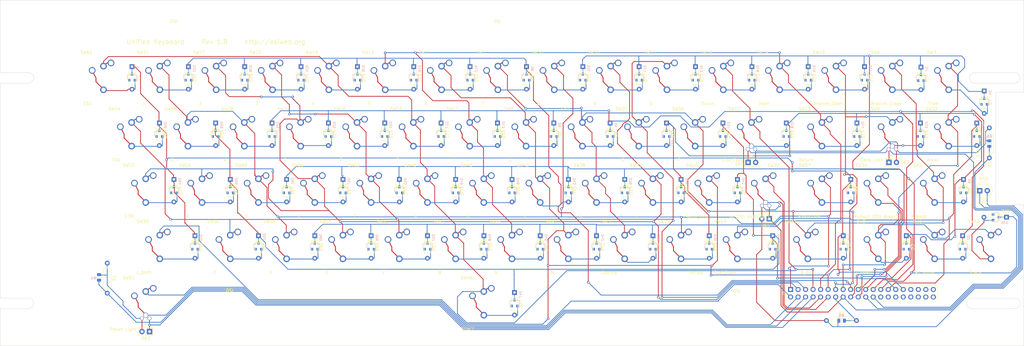
<source format=kicad_pcb>
(kicad_pcb (version 20171130) (host pcbnew "(5.1.6-0-10_14)")
  (title_block (title "Classic Retro Keyboard") (date 2020-06-22) (rev 1.8) (company OSIWeb.org))
  (layers (0 F.Cu signal) (31 B.Cu signal hide) (34 B.Paste user hide) (35 F.Paste user hide) (36 B.SilkS user hide) (37 F.SilkS user) (38 B.Mask user hide) (39 F.Mask user hide) (44 Edge.Cuts user))
  (net 0 "")
  (net 1 /Row3)
  (net 2 /Row0)
  (net 3 /Row1)
  (net 4 "Net-(D5-Pad2)")
  (net 5 "Net-(D7-Pad2)")
  (net 6 "Net-(D8-Pad2)")
  (net 7 "Net-(D9-Pad2)")
  (net 8 "Net-(D10-Pad2)")
  (net 9 "Net-(D11-Pad2)")
  (net 10 "Net-(D12-Pad2)")
  (net 11 "Net-(D13-Pad2)")
  (net 12 "Net-(D14-Pad2)")
  (net 13 "Net-(D15-Pad2)")
  (net 14 "Net-(D16-Pad2)")
  (net 15 "Net-(D18-Pad2)")
  (net 16 "Net-(D19-Pad2)")
  (net 17 "Net-(D20-Pad2)")
  (net 18 "Net-(D22-Pad2)")
  (net 19 "Net-(D23-Pad2)")
  (net 20 "Net-(D24-Pad2)")
  (net 21 "Net-(D25-Pad2)")
  (net 22 "Net-(D26-Pad2)")
  (net 23 "Net-(D27-Pad2)")
  (net 24 "Net-(D28-Pad2)")
  (net 25 "Net-(D29-Pad2)")
  (net 26 "Net-(D30-Pad2)")
  (net 27 "Net-(D31-Pad2)")
  (net 28 "Net-(D32-Pad2)")
  (net 29 "Net-(D34-Pad2)")
  (net 30 "Net-(D36-Pad2)")
  (net 31 /Row4)
  (net 32 /Row5)
  (net 33 /Row7)
  (net 34 "Net-(D41-Pad2)")
  (net 35 "Net-(D42-Pad2)")
  (net 36 "Net-(D43-Pad2)")
  (net 37 "Net-(D45-Pad2)")
  (net 38 "Net-(D46-Pad2)")
  (net 39 "Net-(D47-Pad2)")
  (net 40 "Net-(D48-Pad2)")
  (net 41 "Net-(D49-Pad2)")
  (net 42 "Net-(D50-Pad2)")
  (net 43 "Net-(D51-Pad2)")
  (net 44 "Net-(D52-Pad2)")
  (net 45 "Net-(D53-Pad2)")
  (net 46 "Net-(D54-Pad2)")
  (net 47 "Net-(D55-Pad2)")
  (net 48 "Net-(D56-Pad2)")
  (net 49 "Net-(D57-Pad2)")
  (net 50 "Net-(D58-Pad2)")
  (net 51 "Net-(D59-Pad2)")
  (net 52 "Net-(D60-Pad2)")
  (net 53 "Net-(D61-Pad2)")
  (net 54 /Col0)
  (net 55 /Col1)
  (net 56 /Col2)
  (net 57 /Col3)
  (net 58 /Col4)
  (net 59 /Col5)
  (net 60 /Col6)
  (net 61 /Col7)
  (net 62 /Row6)
  (net 63 /Row2)
  (net 64 "Net-(J1-Pad40)")
  (net 65 "Net-(J1-Pad39)")
  (net 66 "Net-(J1-Pad38)")
  (net 67 "Net-(J1-Pad37)")
  (net 68 "Net-(J1-Pad36)")
  (net 69 "Net-(J1-Pad35)")
  (net 70 "Net-(J1-Pad34)")
  (net 71 "Net-(J1-Pad33)")
  (net 72 "Net-(D2-Pad2)")
  (net 73 "Net-(D3-Pad2)")
  (net 74 "Net-(D4-Pad2)")
  (net 75 "Net-(D6-Pad2)")
  (net 76 "Net-(D17-Pad2)")
  (net 77 "Net-(D21-Pad2)")
  (net 78 "Net-(D37-Pad2)")
  (net 79 "Net-(D38-Pad2)")
  (net 80 "Net-(D39-Pad2)")
  (net 81 "Net-(D40-Pad2)")
  (net 82 "Net-(D44-Pad2)")
  (net 83 "Net-(J1-Pad6)")
  (net 84 "Net-(J1-Pad10)")
  (net 85 "Net-(J1-Pad12)")
  (net 86 "Net-(J1-Pad18)")
  (net 87 "Net-(J1-Pad20)")
  (net 88 "Net-(J1-Pad26)")
  (net 89 "Net-(J1-Pad28)")
  (net 90 "Net-(J1-Pad30)")
  (net 91 "Net-(J1-Pad32)")
  (net 92 "Net-(J1-Pad2)")
  (net 93 "Net-(J1-Pad4)")
  (net 94 "Net-(D1-Pad2)")
  (net 95 "Net-(D35-Pad2)")
  (net 96 "Net-(D33-Pad2)")
  (net 97 "Net-(D33-Pad1)")
  (net 98 "Net-(J1-Pad22)")
  (net 99 "Net-(J1-Pad14)")
  (net 100 "Net-(D62-Pad2)")
  (net 101 "Net-(D62-Pad1)")
  (net 102 "Net-(D63-Pad2)")
  (net 103 "Net-(D63-Pad1)")
  (module unikbd:Key_MX (layer F.Cu) (at 354.32238 89.79916)
    (fp_text reference SW3 (at -5.7912 -8.6106) (layer F.SilkS))
    (fp_text value Tilde (at -5.334 8.6614) (layer F.SilkS))
    (fp_line (start 1.27 -5.08) (end 0.7366 -4.6736) (layer F.Cu) (width 0.3048))
    (fp_line (start 1.651 -5.08) (end 1.27 -5.08) (layer F.Cu) (width 0.3048))
    (fp_line (start -2.54 1.27) (end 0 3.81) (layer F.Cu) (width 0.3048))
    (fp_line (start -2.54 0) (end -2.54 1.27) (layer F.Cu) (width 0.3048))
    (fp_line (start -3.81 -2.54) (end -2.54 0) (layer F.Cu) (width 0.3048))
    (pad 2 thru_hole circle (at 0 4.0005) (size 2.2352 2.2352) (drill 1.397) (layers *.Cu *.Mask) (net 74 "Net-(D4-Pad2)"))
    (pad 1 thru_hole circle (at 0 -4.0005) (size 2.2352 2.2352) (drill 1.397) (layers *.Cu *.Mask) (net 54 /Col0))
    (pad 3 thru_hole circle (at 2.54 -5.08) (size 2.2352 2.2352) (drill 1.5748) (layers *.Cu *.Mask))
    (pad "" np_thru_hole circle (at -5.08 0) (size 1.7018 1.7018) (drill 1.7018) (layers *.Cu *.Mask))
    (pad "" np_thru_hole circle (at 5.08 0) (size 1.7018 1.7018) (drill 1.7018) (layers *.Cu *.Mask))
    (pad "" np_thru_hole circle (at 0 0) (size 3.9878 3.9878) (drill 3.9878) (layers *.Cu *.Mask))
    (pad 4 thru_hole circle (at -3.81 -2.54) (size 2.2352 2.2352) (drill 1.5748) (layers *.Cu *.Mask))
  )
  (module unikbd:Key_MX (layer F.Cu) (at 87.62238 146.94916)
    (fp_text reference SW39 (at -5.7912 -8.6106) (layer F.SilkS))
    (fp_text value L_Shift (at -5.334 8.6614) (layer F.SilkS))
    (fp_line (start 1.27 -5.08) (end 0.7366 -4.6736) (layer F.Cu) (width 0.3048))
    (fp_line (start 1.651 -5.08) (end 1.27 -5.08) (layer F.Cu) (width 0.3048))
    (fp_line (start -2.54 1.27) (end 0 3.81) (layer F.Cu) (width 0.3048))
    (fp_line (start -2.54 0) (end -2.54 1.27) (layer F.Cu) (width 0.3048))
    (fp_line (start -3.81 -2.54) (end -2.54 0) (layer F.Cu) (width 0.3048))
    (pad 2 thru_hole circle (at 0 4.0005) (size 2.2352 2.2352) (drill 1.397) (layers *.Cu *.Mask) (net 81 "Net-(D40-Pad2)"))
    (pad 1 thru_hole circle (at 0 -4.0005) (size 2.2352 2.2352) (drill 1.397) (layers *.Cu *.Mask) (net 56 /Col2))
    (pad 3 thru_hole circle (at 2.54 -5.08) (size 2.2352 2.2352) (drill 1.5748) (layers *.Cu *.Mask))
    (pad "" np_thru_hole circle (at -5.08 0) (size 1.7018 1.7018) (drill 1.7018) (layers *.Cu *.Mask))
    (pad "" np_thru_hole circle (at 5.08 0) (size 1.7018 1.7018) (drill 1.7018) (layers *.Cu *.Mask))
    (pad "" np_thru_hole circle (at 0 0) (size 3.9878 3.9878) (drill 3.9878) (layers *.Cu *.Mask))
    (pad 4 thru_hole circle (at -3.81 -2.54) (size 2.2352 2.2352) (drill 1.5748) (layers *.Cu *.Mask))
  )
  (module unikbd:Key_MX (layer F.Cu) (at 273.35988 127.89916)
    (fp_text reference SW40 (at -5.7912 -8.6106) (layer F.SilkS))
    (fp_text value Semicolon (at -4.13258 8.87984) (layer F.SilkS))
    (fp_line (start 1.27 -5.08) (end 0.7366 -4.6736) (layer F.Cu) (width 0.3048))
    (fp_line (start 1.651 -5.08) (end 1.27 -5.08) (layer F.Cu) (width 0.3048))
    (fp_line (start -2.54 1.27) (end 0 3.81) (layer F.Cu) (width 0.3048))
    (fp_line (start -2.54 0) (end -2.54 1.27) (layer F.Cu) (width 0.3048))
    (fp_line (start -3.81 -2.54) (end -2.54 0) (layer F.Cu) (width 0.3048))
    (pad 2 thru_hole circle (at 0 4.0005) (size 2.2352 2.2352) (drill 1.397) (layers *.Cu *.Mask) (net 34 "Net-(D41-Pad2)"))
    (pad 1 thru_hole circle (at 0 -4.0005) (size 2.2352 2.2352) (drill 1.397) (layers *.Cu *.Mask) (net 56 /Col2))
    (pad 3 thru_hole circle (at 2.54 -5.08) (size 2.2352 2.2352) (drill 1.5748) (layers *.Cu *.Mask))
    (pad "" np_thru_hole circle (at -5.08 0) (size 1.7018 1.7018) (drill 1.7018) (layers *.Cu *.Mask))
    (pad "" np_thru_hole circle (at 5.08 0) (size 1.7018 1.7018) (drill 1.7018) (layers *.Cu *.Mask))
    (pad "" np_thru_hole circle (at 0 0) (size 3.9878 3.9878) (drill 3.9878) (layers *.Cu *.Mask))
    (pad 4 thru_hole circle (at -3.81 -2.54) (size 2.2352 2.2352) (drill 1.5748) (layers *.Cu *.Mask))
  )
  (module unikbd:Key_MX (layer F.Cu) (at 368.60988 146.94916)
    (fp_text reference SW63 (at -5.7912 -8.6106) (layer F.SilkS))
    (fp_text value Spare (at -5.334 8.6614) (layer F.SilkS))
    (fp_line (start 1.27 -5.08) (end 0.7366 -4.6736) (layer F.Cu) (width 0.3048))
    (fp_line (start 1.651 -5.08) (end 1.27 -5.08) (layer F.Cu) (width 0.3048))
    (fp_line (start -2.54 1.27) (end 0 3.81) (layer F.Cu) (width 0.3048))
    (fp_line (start -2.54 0) (end -2.54 1.27) (layer F.Cu) (width 0.3048))
    (fp_line (start -3.81 -2.54) (end -2.54 0) (layer F.Cu) (width 0.3048))
    (pad 2 thru_hole circle (at 0 4.0005) (size 2.2352 2.2352) (drill 1.397) (layers *.Cu *.Mask) (net 95 "Net-(D35-Pad2)"))
    (pad 1 thru_hole circle (at 0 -4.0005) (size 2.2352 2.2352) (drill 1.397) (layers *.Cu *.Mask) (net 54 /Col0))
    (pad 3 thru_hole circle (at 2.54 -5.08) (size 2.2352 2.2352) (drill 1.5748) (layers *.Cu *.Mask))
    (pad "" np_thru_hole circle (at -5.08 0) (size 1.7018 1.7018) (drill 1.7018) (layers *.Cu *.Mask))
    (pad "" np_thru_hole circle (at 5.08 0) (size 1.7018 1.7018) (drill 1.7018) (layers *.Cu *.Mask))
    (pad "" np_thru_hole circle (at 0 0) (size 3.9878 3.9878) (drill 3.9878) (layers *.Cu *.Mask))
    (pad 4 thru_hole circle (at -3.81 -2.54) (size 2.2352 2.2352) (drill 1.5748) (layers *.Cu *.Mask))
  )
  (module unikbd:Key_MX (layer F.Cu) (at 68.57238 89.79916)
    (fp_text reference SW62 (at -5.7912 -8.6106) (layer F.SilkS))
    (fp_text value ESC (at -5.334 8.6614) (layer F.SilkS))
    (fp_line (start 1.27 -5.08) (end 0.7366 -4.6736) (layer F.Cu) (width 0.3048))
    (fp_line (start 1.651 -5.08) (end 1.27 -5.08) (layer F.Cu) (width 0.3048))
    (fp_line (start -2.54 1.27) (end 0 3.81) (layer F.Cu) (width 0.3048))
    (fp_line (start -2.54 0) (end -2.54 1.27) (layer F.Cu) (width 0.3048))
    (fp_line (start -3.81 -2.54) (end -2.54 0) (layer F.Cu) (width 0.3048))
    (pad 2 thru_hole circle (at 0 4.0005) (size 2.2352 2.2352) (drill 1.397) (layers *.Cu *.Mask) (net 94 "Net-(D1-Pad2)"))
    (pad 1 thru_hole circle (at 0 -4.0005) (size 2.2352 2.2352) (drill 1.397) (layers *.Cu *.Mask) (net 58 /Col4))
    (pad 3 thru_hole circle (at 2.54 -5.08) (size 2.2352 2.2352) (drill 1.5748) (layers *.Cu *.Mask))
    (pad "" np_thru_hole circle (at -5.08 0) (size 1.7018 1.7018) (drill 1.7018) (layers *.Cu *.Mask))
    (pad "" np_thru_hole circle (at 5.08 0) (size 1.7018 1.7018) (drill 1.7018) (layers *.Cu *.Mask))
    (pad "" np_thru_hole circle (at 0 0) (size 3.9878 3.9878) (drill 3.9878) (layers *.Cu *.Mask))
    (pad 4 thru_hole circle (at -3.81 -2.54) (size 2.2352 2.2352) (drill 1.5748) (layers *.Cu *.Mask))
  )
  (module unikbd:Key_MX (layer F.Cu) (at 244.78488 146.94916)
    (fp_text reference SW37 (at -5.7912 -8.6106) (layer F.SilkS))
    (fp_text value Comma (at -5.334 8.6614) (layer F.SilkS))
    (fp_line (start 1.27 -5.08) (end 0.7366 -4.6736) (layer F.Cu) (width 0.3048))
    (fp_line (start 1.651 -5.08) (end 1.27 -5.08) (layer F.Cu) (width 0.3048))
    (fp_line (start -2.54 1.27) (end 0 3.81) (layer F.Cu) (width 0.3048))
    (fp_line (start -2.54 0) (end -2.54 1.27) (layer F.Cu) (width 0.3048))
    (fp_line (start -3.81 -2.54) (end -2.54 0) (layer F.Cu) (width 0.3048))
    (pad 2 thru_hole circle (at 0 4.0005) (size 2.2352 2.2352) (drill 1.397) (layers *.Cu *.Mask) (net 79 "Net-(D38-Pad2)"))
    (pad 1 thru_hole circle (at 0 -4.0005) (size 2.2352 2.2352) (drill 1.397) (layers *.Cu *.Mask) (net 55 /Col1))
    (pad 3 thru_hole circle (at 2.54 -5.08) (size 2.2352 2.2352) (drill 1.5748) (layers *.Cu *.Mask))
    (pad "" np_thru_hole circle (at -5.08 0) (size 1.7018 1.7018) (drill 1.7018) (layers *.Cu *.Mask))
    (pad "" np_thru_hole circle (at 5.08 0) (size 1.7018 1.7018) (drill 1.7018) (layers *.Cu *.Mask))
    (pad "" np_thru_hole circle (at 0 0) (size 3.9878 3.9878) (drill 3.9878) (layers *.Cu *.Mask))
    (pad 4 thru_hole circle (at -3.81 -2.54) (size 2.2352 2.2352) (drill 1.5748) (layers *.Cu *.Mask))
  )
  (module unikbd:Key_MX (layer F.Cu) (at 87.62238 89.79916)
    (fp_text reference SW31 (at -5.7912 -8.6106) (layer F.SilkS))
    (fp_text value 1 (at -5.334 8.6614) (layer F.SilkS))
    (fp_line (start 1.27 -5.08) (end 0.7366 -4.6736) (layer F.Cu) (width 0.3048))
    (fp_line (start 1.651 -5.08) (end 1.27 -5.08) (layer F.Cu) (width 0.3048))
    (fp_line (start -2.54 1.27) (end 0 3.81) (layer F.Cu) (width 0.3048))
    (fp_line (start -2.54 0) (end -2.54 1.27) (layer F.Cu) (width 0.3048))
    (fp_line (start -3.81 -2.54) (end -2.54 0) (layer F.Cu) (width 0.3048))
    (pad 2 thru_hole circle (at 0 4.0005) (size 2.2352 2.2352) (drill 1.397) (layers *.Cu *.Mask) (net 28 "Net-(D32-Pad2)"))
    (pad 1 thru_hole circle (at 0 -4.0005) (size 2.2352 2.2352) (drill 1.397) (layers *.Cu *.Mask) (net 61 /Col7))
    (pad 3 thru_hole circle (at 2.54 -5.08) (size 2.2352 2.2352) (drill 1.5748) (layers *.Cu *.Mask))
    (pad "" np_thru_hole circle (at -5.08 0) (size 1.7018 1.7018) (drill 1.7018) (layers *.Cu *.Mask))
    (pad "" np_thru_hole circle (at 5.08 0) (size 1.7018 1.7018) (drill 1.7018) (layers *.Cu *.Mask))
    (pad "" np_thru_hole circle (at 0 0) (size 3.9878 3.9878) (drill 3.9878) (layers *.Cu *.Mask))
    (pad 4 thru_hole circle (at -3.81 -2.54) (size 2.2352 2.2352) (drill 1.5748) (layers *.Cu *.Mask))
  )
  (module unikbd:Key_MX (layer F.Cu) (at 220.97238 89.79916)
    (fp_text reference SW30 (at -5.7912 -8.6106) (layer F.SilkS))
    (fp_text value 8 (at -5.334 8.6614) (layer F.SilkS))
    (fp_line (start 1.27 -5.08) (end 0.7366 -4.6736) (layer F.Cu) (width 0.3048))
    (fp_line (start 1.651 -5.08) (end 1.27 -5.08) (layer F.Cu) (width 0.3048))
    (fp_line (start -2.54 1.27) (end 0 3.81) (layer F.Cu) (width 0.3048))
    (fp_line (start -2.54 0) (end -2.54 1.27) (layer F.Cu) (width 0.3048))
    (fp_line (start -3.81 -2.54) (end -2.54 0) (layer F.Cu) (width 0.3048))
    (pad 2 thru_hole circle (at 0 4.0005) (size 2.2352 2.2352) (drill 1.397) (layers *.Cu *.Mask) (net 27 "Net-(D31-Pad2)"))
    (pad 1 thru_hole circle (at 0 -4.0005) (size 2.2352 2.2352) (drill 1.397) (layers *.Cu *.Mask) (net 61 /Col7))
    (pad 3 thru_hole circle (at 2.54 -5.08) (size 2.2352 2.2352) (drill 1.5748) (layers *.Cu *.Mask))
    (pad "" np_thru_hole circle (at -5.08 0) (size 1.7018 1.7018) (drill 1.7018) (layers *.Cu *.Mask))
    (pad "" np_thru_hole circle (at 5.08 0) (size 1.7018 1.7018) (drill 1.7018) (layers *.Cu *.Mask))
    (pad "" np_thru_hole circle (at 0 0) (size 3.9878 3.9878) (drill 3.9878) (layers *.Cu *.Mask))
    (pad 4 thru_hole circle (at -3.81 -2.54) (size 2.2352 2.2352) (drill 1.5748) (layers *.Cu *.Mask))
  )
  (module unikbd:Key_MX (layer F.Cu) (at 263.83488 146.94916)
    (fp_text reference SW29 (at -5.7912 -8.6106) (layer F.SilkS))
    (fp_text value Period (at 5.07492 8.68934) (layer F.SilkS))
    (fp_line (start 1.27 -5.08) (end 0.7366 -4.6736) (layer F.Cu) (width 0.3048))
    (fp_line (start 1.651 -5.08) (end 1.27 -5.08) (layer F.Cu) (width 0.3048))
    (fp_line (start -2.54 1.27) (end 0 3.81) (layer F.Cu) (width 0.3048))
    (fp_line (start -2.54 0) (end -2.54 1.27) (layer F.Cu) (width 0.3048))
    (fp_line (start -3.81 -2.54) (end -2.54 0) (layer F.Cu) (width 0.3048))
    (pad 2 thru_hole circle (at 0 4.0005) (size 2.2352 2.2352) (drill 1.397) (layers *.Cu *.Mask) (net 26 "Net-(D30-Pad2)"))
    (pad 1 thru_hole circle (at 0 -4.0005) (size 2.2352 2.2352) (drill 1.397) (layers *.Cu *.Mask) (net 61 /Col7))
    (pad 3 thru_hole circle (at 2.54 -5.08) (size 2.2352 2.2352) (drill 1.5748) (layers *.Cu *.Mask))
    (pad "" np_thru_hole circle (at -5.08 0) (size 1.7018 1.7018) (drill 1.7018) (layers *.Cu *.Mask))
    (pad "" np_thru_hole circle (at 5.08 0) (size 1.7018 1.7018) (drill 1.7018) (layers *.Cu *.Mask))
    (pad "" np_thru_hole circle (at 0 0) (size 3.9878 3.9878) (drill 3.9878) (layers *.Cu *.Mask))
    (pad 4 thru_hole circle (at -3.81 -2.54) (size 2.2352 2.2352) (drill 1.5748) (layers *.Cu *.Mask))
  )
  (module unikbd:Key_MX (layer F.Cu) (at 116.19738 108.84916)
    (fp_text reference SW28 (at -5.7912 -8.6106) (layer F.SilkS))
    (fp_text value W (at -6.50748 8.62584) (layer F.SilkS))
    (fp_line (start 1.27 -5.08) (end 0.7366 -4.6736) (layer F.Cu) (width 0.3048))
    (fp_line (start 1.651 -5.08) (end 1.27 -5.08) (layer F.Cu) (width 0.3048))
    (fp_line (start -2.54 1.27) (end 0 3.81) (layer F.Cu) (width 0.3048))
    (fp_line (start -2.54 0) (end -2.54 1.27) (layer F.Cu) (width 0.3048))
    (fp_line (start -3.81 -2.54) (end -2.54 0) (layer F.Cu) (width 0.3048))
    (pad 2 thru_hole circle (at 0 4.0005) (size 2.2352 2.2352) (drill 1.397) (layers *.Cu *.Mask) (net 25 "Net-(D29-Pad2)"))
    (pad 1 thru_hole circle (at 0 -4.0005) (size 2.2352 2.2352) (drill 1.397) (layers *.Cu *.Mask) (net 61 /Col7))
    (pad 3 thru_hole circle (at 2.54 -5.08) (size 2.2352 2.2352) (drill 1.5748) (layers *.Cu *.Mask))
    (pad "" np_thru_hole circle (at -5.08 0) (size 1.7018 1.7018) (drill 1.7018) (layers *.Cu *.Mask))
    (pad "" np_thru_hole circle (at 5.08 0) (size 1.7018 1.7018) (drill 1.7018) (layers *.Cu *.Mask))
    (pad "" np_thru_hole circle (at 0 0) (size 3.9878 3.9878) (drill 3.9878) (layers *.Cu *.Mask))
    (pad 4 thru_hole circle (at -3.81 -2.54) (size 2.2352 2.2352) (drill 1.5748) (layers *.Cu *.Mask))
  )
  (module unikbd:Key_MX (layer F.Cu) (at 106.67238 89.79916)
    (fp_text reference SW27 (at -5.7912 -8.6106) (layer F.SilkS))
    (fp_text value 2 (at -5.334 8.6614) (layer F.SilkS))
    (fp_line (start 1.27 -5.08) (end 0.7366 -4.6736) (layer F.Cu) (width 0.3048))
    (fp_line (start 1.651 -5.08) (end 1.27 -5.08) (layer F.Cu) (width 0.3048))
    (fp_line (start -2.54 1.27) (end 0 3.81) (layer F.Cu) (width 0.3048))
    (fp_line (start -2.54 0) (end -2.54 1.27) (layer F.Cu) (width 0.3048))
    (fp_line (start -3.81 -2.54) (end -2.54 0) (layer F.Cu) (width 0.3048))
    (pad 2 thru_hole circle (at 0 4.0005) (size 2.2352 2.2352) (drill 1.397) (layers *.Cu *.Mask) (net 24 "Net-(D28-Pad2)"))
    (pad 1 thru_hole circle (at 0 -4.0005) (size 2.2352 2.2352) (drill 1.397) (layers *.Cu *.Mask) (net 60 /Col6))
    (pad 3 thru_hole circle (at 2.54 -5.08) (size 2.2352 2.2352) (drill 1.5748) (layers *.Cu *.Mask))
    (pad "" np_thru_hole circle (at -5.08 0) (size 1.7018 1.7018) (drill 1.7018) (layers *.Cu *.Mask))
    (pad "" np_thru_hole circle (at 5.08 0) (size 1.7018 1.7018) (drill 1.7018) (layers *.Cu *.Mask))
    (pad "" np_thru_hole circle (at 0 0) (size 3.9878 3.9878) (drill 3.9878) (layers *.Cu *.Mask))
    (pad 4 thru_hole circle (at -3.81 -2.54) (size 2.2352 2.2352) (drill 1.5748) (layers *.Cu *.Mask))
  )
  (module unikbd:Key_MX (layer F.Cu) (at 240.02238 89.79916)
    (fp_text reference SW26 (at -5.7912 -8.6106) (layer F.SilkS))
    (fp_text value 9 (at -5.334 8.6614) (layer F.SilkS))
    (fp_line (start 1.27 -5.08) (end 0.7366 -4.6736) (layer F.Cu) (width 0.3048))
    (fp_line (start 1.651 -5.08) (end 1.27 -5.08) (layer F.Cu) (width 0.3048))
    (fp_line (start -2.54 1.27) (end 0 3.81) (layer F.Cu) (width 0.3048))
    (fp_line (start -2.54 0) (end -2.54 1.27) (layer F.Cu) (width 0.3048))
    (fp_line (start -3.81 -2.54) (end -2.54 0) (layer F.Cu) (width 0.3048))
    (pad 2 thru_hole circle (at 0 4.0005) (size 2.2352 2.2352) (drill 1.397) (layers *.Cu *.Mask) (net 23 "Net-(D27-Pad2)"))
    (pad 1 thru_hole circle (at 0 -4.0005) (size 2.2352 2.2352) (drill 1.397) (layers *.Cu *.Mask) (net 60 /Col6))
    (pad 3 thru_hole circle (at 2.54 -5.08) (size 2.2352 2.2352) (drill 1.5748) (layers *.Cu *.Mask))
    (pad "" np_thru_hole circle (at -5.08 0) (size 1.7018 1.7018) (drill 1.7018) (layers *.Cu *.Mask))
    (pad "" np_thru_hole circle (at 5.08 0) (size 1.7018 1.7018) (drill 1.7018) (layers *.Cu *.Mask))
    (pad "" np_thru_hole circle (at 0 0) (size 3.9878 3.9878) (drill 3.9878) (layers *.Cu *.Mask))
    (pad 4 thru_hole circle (at -3.81 -2.54) (size 2.2352 2.2352) (drill 1.5748) (layers *.Cu *.Mask))
  )
  (module unikbd:Key_MX (layer F.Cu) (at 254.30988 127.89916)
    (fp_text reference SW25 (at -5.7912 -8.6106) (layer F.SilkS))
    (fp_text value L (at -5.334 8.6614) (layer F.SilkS))
    (fp_line (start 1.27 -5.08) (end 0.7366 -4.6736) (layer F.Cu) (width 0.3048))
    (fp_line (start 1.651 -5.08) (end 1.27 -5.08) (layer F.Cu) (width 0.3048))
    (fp_line (start -2.54 1.27) (end 0 3.81) (layer F.Cu) (width 0.3048))
    (fp_line (start -2.54 0) (end -2.54 1.27) (layer F.Cu) (width 0.3048))
    (fp_line (start -3.81 -2.54) (end -2.54 0) (layer F.Cu) (width 0.3048))
    (pad 2 thru_hole circle (at 0 4.0005) (size 2.2352 2.2352) (drill 1.397) (layers *.Cu *.Mask) (net 22 "Net-(D26-Pad2)"))
    (pad 1 thru_hole circle (at 0 -4.0005) (size 2.2352 2.2352) (drill 1.397) (layers *.Cu *.Mask) (net 60 /Col6))
    (pad 3 thru_hole circle (at 2.54 -5.08) (size 2.2352 2.2352) (drill 1.5748) (layers *.Cu *.Mask))
    (pad "" np_thru_hole circle (at -5.08 0) (size 1.7018 1.7018) (drill 1.7018) (layers *.Cu *.Mask))
    (pad "" np_thru_hole circle (at 5.08 0) (size 1.7018 1.7018) (drill 1.7018) (layers *.Cu *.Mask))
    (pad "" np_thru_hole circle (at 0 0) (size 3.9878 3.9878) (drill 3.9878) (layers *.Cu *.Mask))
    (pad 4 thru_hole circle (at -3.81 -2.54) (size 2.2352 2.2352) (drill 1.5748) (layers *.Cu *.Mask))
  )
  (module unikbd:Key_MX (layer F.Cu) (at 135.24738 108.84916)
    (fp_text reference SW24 (at -5.7912 -8.6106) (layer F.SilkS))
    (fp_text value E (at -5.334 8.6614) (layer F.SilkS))
    (fp_line (start 1.27 -5.08) (end 0.7366 -4.6736) (layer F.Cu) (width 0.3048))
    (fp_line (start 1.651 -5.08) (end 1.27 -5.08) (layer F.Cu) (width 0.3048))
    (fp_line (start -2.54 1.27) (end 0 3.81) (layer F.Cu) (width 0.3048))
    (fp_line (start -2.54 0) (end -2.54 1.27) (layer F.Cu) (width 0.3048))
    (fp_line (start -3.81 -2.54) (end -2.54 0) (layer F.Cu) (width 0.3048))
    (pad 2 thru_hole circle (at 0 4.0005) (size 2.2352 2.2352) (drill 1.397) (layers *.Cu *.Mask) (net 21 "Net-(D25-Pad2)"))
    (pad 1 thru_hole circle (at 0 -4.0005) (size 2.2352 2.2352) (drill 1.397) (layers *.Cu *.Mask) (net 60 /Col6))
    (pad 3 thru_hole circle (at 2.54 -5.08) (size 2.2352 2.2352) (drill 1.5748) (layers *.Cu *.Mask))
    (pad "" np_thru_hole circle (at -5.08 0) (size 1.7018 1.7018) (drill 1.7018) (layers *.Cu *.Mask))
    (pad "" np_thru_hole circle (at 5.08 0) (size 1.7018 1.7018) (drill 1.7018) (layers *.Cu *.Mask))
    (pad "" np_thru_hole circle (at 0 0) (size 3.9878 3.9878) (drill 3.9878) (layers *.Cu *.Mask))
    (pad 4 thru_hole circle (at -3.81 -2.54) (size 2.2352 2.2352) (drill 1.5748) (layers *.Cu *.Mask))
  )
  (module unikbd:Key_MX (layer F.Cu) (at 125.72238 89.79916)
    (fp_text reference SW23 (at -5.7912 -8.6106) (layer F.SilkS))
    (fp_text value 3 (at -5.334 8.6614) (layer F.SilkS))
    (fp_line (start 1.27 -5.08) (end 0.7366 -4.6736) (layer F.Cu) (width 0.3048))
    (fp_line (start 1.651 -5.08) (end 1.27 -5.08) (layer F.Cu) (width 0.3048))
    (fp_line (start -2.54 1.27) (end 0 3.81) (layer F.Cu) (width 0.3048))
    (fp_line (start -2.54 0) (end -2.54 1.27) (layer F.Cu) (width 0.3048))
    (fp_line (start -3.81 -2.54) (end -2.54 0) (layer F.Cu) (width 0.3048))
    (pad 2 thru_hole circle (at 0 4.0005) (size 2.2352 2.2352) (drill 1.397) (layers *.Cu *.Mask) (net 20 "Net-(D24-Pad2)"))
    (pad 1 thru_hole circle (at 0 -4.0005) (size 2.2352 2.2352) (drill 1.397) (layers *.Cu *.Mask) (net 59 /Col5))
    (pad 3 thru_hole circle (at 2.54 -5.08) (size 2.2352 2.2352) (drill 1.5748) (layers *.Cu *.Mask))
    (pad "" np_thru_hole circle (at -5.08 0) (size 1.7018 1.7018) (drill 1.7018) (layers *.Cu *.Mask))
    (pad "" np_thru_hole circle (at 5.08 0) (size 1.7018 1.7018) (drill 1.7018) (layers *.Cu *.Mask))
    (pad "" np_thru_hole circle (at 0 0) (size 3.9878 3.9878) (drill 3.9878) (layers *.Cu *.Mask))
    (pad 4 thru_hole circle (at -3.81 -2.54) (size 2.2352 2.2352) (drill 1.5748) (layers *.Cu *.Mask))
  )
  (module unikbd:Key_MX (layer F.Cu) (at 259.07238 89.79916)
    (fp_text reference SW22 (at -5.7912 -8.6106) (layer F.SilkS))
    (fp_text value 0 (at -5.334 8.6614) (layer F.SilkS))
    (fp_line (start 1.27 -5.08) (end 0.7366 -4.6736) (layer F.Cu) (width 0.3048))
    (fp_line (start 1.651 -5.08) (end 1.27 -5.08) (layer F.Cu) (width 0.3048))
    (fp_line (start -2.54 1.27) (end 0 3.81) (layer F.Cu) (width 0.3048))
    (fp_line (start -2.54 0) (end -2.54 1.27) (layer F.Cu) (width 0.3048))
    (fp_line (start -3.81 -2.54) (end -2.54 0) (layer F.Cu) (width 0.3048))
    (pad 2 thru_hole circle (at 0 4.0005) (size 2.2352 2.2352) (drill 1.397) (layers *.Cu *.Mask) (net 19 "Net-(D23-Pad2)"))
    (pad 1 thru_hole circle (at 0 -4.0005) (size 2.2352 2.2352) (drill 1.397) (layers *.Cu *.Mask) (net 59 /Col5))
    (pad 3 thru_hole circle (at 2.54 -5.08) (size 2.2352 2.2352) (drill 1.5748) (layers *.Cu *.Mask))
    (pad "" np_thru_hole circle (at -5.08 0) (size 1.7018 1.7018) (drill 1.7018) (layers *.Cu *.Mask))
    (pad "" np_thru_hole circle (at 5.08 0) (size 1.7018 1.7018) (drill 1.7018) (layers *.Cu *.Mask))
    (pad "" np_thru_hole circle (at 0 0) (size 3.9878 3.9878) (drill 3.9878) (layers *.Cu *.Mask))
    (pad 4 thru_hole circle (at -3.81 -2.54) (size 2.2352 2.2352) (drill 1.5748) (layers *.Cu *.Mask))
  )
  (module unikbd:Key_MX (layer F.Cu) (at 249.54738 108.84916)
    (fp_text reference SW21 (at -5.7912 -8.6106) (layer F.SilkS))
    (fp_text value O (at -5.334 8.6614) (layer F.SilkS))
    (fp_line (start 1.27 -5.08) (end 0.7366 -4.6736) (layer F.Cu) (width 0.3048))
    (fp_line (start 1.651 -5.08) (end 1.27 -5.08) (layer F.Cu) (width 0.3048))
    (fp_line (start -2.54 1.27) (end 0 3.81) (layer F.Cu) (width 0.3048))
    (fp_line (start -2.54 0) (end -2.54 1.27) (layer F.Cu) (width 0.3048))
    (fp_line (start -3.81 -2.54) (end -2.54 0) (layer F.Cu) (width 0.3048))
    (pad 2 thru_hole circle (at 0 4.0005) (size 2.2352 2.2352) (drill 1.397) (layers *.Cu *.Mask) (net 18 "Net-(D22-Pad2)"))
    (pad 1 thru_hole circle (at 0 -4.0005) (size 2.2352 2.2352) (drill 1.397) (layers *.Cu *.Mask) (net 59 /Col5))
    (pad 3 thru_hole circle (at 2.54 -5.08) (size 2.2352 2.2352) (drill 1.5748) (layers *.Cu *.Mask))
    (pad "" np_thru_hole circle (at -5.08 0) (size 1.7018 1.7018) (drill 1.7018) (layers *.Cu *.Mask))
    (pad "" np_thru_hole circle (at 5.08 0) (size 1.7018 1.7018) (drill 1.7018) (layers *.Cu *.Mask))
    (pad "" np_thru_hole circle (at 0 0) (size 3.9878 3.9878) (drill 3.9878) (layers *.Cu *.Mask))
    (pad 4 thru_hole circle (at -3.81 -2.54) (size 2.2352 2.2352) (drill 1.5748) (layers *.Cu *.Mask))
  )
  (module unikbd:Key_MX (layer F.Cu) (at 154.29738 108.84916)
    (fp_text reference SW20 (at -5.7912 -8.6106) (layer F.SilkS))
    (fp_text value R (at -5.334 8.6614) (layer F.SilkS))
    (fp_line (start 1.27 -5.08) (end 0.7366 -4.6736) (layer F.Cu) (width 0.3048))
    (fp_line (start 1.651 -5.08) (end 1.27 -5.08) (layer F.Cu) (width 0.3048))
    (fp_line (start -2.54 1.27) (end 0 3.81) (layer F.Cu) (width 0.3048))
    (fp_line (start -2.54 0) (end -2.54 1.27) (layer F.Cu) (width 0.3048))
    (fp_line (start -3.81 -2.54) (end -2.54 0) (layer F.Cu) (width 0.3048))
    (pad 2 thru_hole circle (at 0 4.0005) (size 2.2352 2.2352) (drill 1.397) (layers *.Cu *.Mask) (net 77 "Net-(D21-Pad2)"))
    (pad 1 thru_hole circle (at 0 -4.0005) (size 2.2352 2.2352) (drill 1.397) (layers *.Cu *.Mask) (net 59 /Col5))
    (pad 3 thru_hole circle (at 2.54 -5.08) (size 2.2352 2.2352) (drill 1.5748) (layers *.Cu *.Mask))
    (pad "" np_thru_hole circle (at -5.08 0) (size 1.7018 1.7018) (drill 1.7018) (layers *.Cu *.Mask))
    (pad "" np_thru_hole circle (at 5.08 0) (size 1.7018 1.7018) (drill 1.7018) (layers *.Cu *.Mask))
    (pad "" np_thru_hole circle (at 0 0) (size 3.9878 3.9878) (drill 3.9878) (layers *.Cu *.Mask))
    (pad 4 thru_hole circle (at -3.81 -2.54) (size 2.2352 2.2352) (drill 1.5748) (layers *.Cu *.Mask))
  )
  (module unikbd:Key_MX (layer F.Cu) (at 144.77238 89.79916)
    (fp_text reference SW19 (at -5.7912 -8.6106) (layer F.SilkS))
    (fp_text value 4 (at -5.334 8.6614) (layer F.SilkS))
    (fp_line (start 1.27 -5.08) (end 0.7366 -4.6736) (layer F.Cu) (width 0.3048))
    (fp_line (start 1.651 -5.08) (end 1.27 -5.08) (layer F.Cu) (width 0.3048))
    (fp_line (start -2.54 1.27) (end 0 3.81) (layer F.Cu) (width 0.3048))
    (fp_line (start -2.54 0) (end -2.54 1.27) (layer F.Cu) (width 0.3048))
    (fp_line (start -3.81 -2.54) (end -2.54 0) (layer F.Cu) (width 0.3048))
    (pad 2 thru_hole circle (at 0 4.0005) (size 2.2352 2.2352) (drill 1.397) (layers *.Cu *.Mask) (net 17 "Net-(D20-Pad2)"))
    (pad 1 thru_hole circle (at 0 -4.0005) (size 2.2352 2.2352) (drill 1.397) (layers *.Cu *.Mask) (net 58 /Col4))
    (pad 3 thru_hole circle (at 2.54 -5.08) (size 2.2352 2.2352) (drill 1.5748) (layers *.Cu *.Mask))
    (pad "" np_thru_hole circle (at -5.08 0) (size 1.7018 1.7018) (drill 1.7018) (layers *.Cu *.Mask))
    (pad "" np_thru_hole circle (at 5.08 0) (size 1.7018 1.7018) (drill 1.7018) (layers *.Cu *.Mask))
    (pad "" np_thru_hole circle (at 0 0) (size 3.9878 3.9878) (drill 3.9878) (layers *.Cu *.Mask))
    (pad 4 thru_hole circle (at -3.81 -2.54) (size 2.2352 2.2352) (drill 1.5748) (layers *.Cu *.Mask))
  )
  (module unikbd:Key_MX (layer F.Cu) (at 278.12238 89.79916)
    (fp_text reference SW18 (at -5.7912 -8.6106) (layer F.SilkS))
    (fp_text value Colon (at -5.334 8.6614) (layer F.SilkS))
    (fp_line (start 1.27 -5.08) (end 0.7366 -4.6736) (layer F.Cu) (width 0.3048))
    (fp_line (start 1.651 -5.08) (end 1.27 -5.08) (layer F.Cu) (width 0.3048))
    (fp_line (start -2.54 1.27) (end 0 3.81) (layer F.Cu) (width 0.3048))
    (fp_line (start -2.54 0) (end -2.54 1.27) (layer F.Cu) (width 0.3048))
    (fp_line (start -3.81 -2.54) (end -2.54 0) (layer F.Cu) (width 0.3048))
    (pad 2 thru_hole circle (at 0 4.0005) (size 2.2352 2.2352) (drill 1.397) (layers *.Cu *.Mask) (net 16 "Net-(D19-Pad2)"))
    (pad 1 thru_hole circle (at 0 -4.0005) (size 2.2352 2.2352) (drill 1.397) (layers *.Cu *.Mask) (net 58 /Col4))
    (pad 3 thru_hole circle (at 2.54 -5.08) (size 2.2352 2.2352) (drill 1.5748) (layers *.Cu *.Mask))
    (pad "" np_thru_hole circle (at -5.08 0) (size 1.7018 1.7018) (drill 1.7018) (layers *.Cu *.Mask))
    (pad "" np_thru_hole circle (at 5.08 0) (size 1.7018 1.7018) (drill 1.7018) (layers *.Cu *.Mask))
    (pad "" np_thru_hole circle (at 0 0) (size 3.9878 3.9878) (drill 3.9878) (layers *.Cu *.Mask))
    (pad 4 thru_hole circle (at -3.81 -2.54) (size 2.2352 2.2352) (drill 1.5748) (layers *.Cu *.Mask))
  )
  (module unikbd:Key_MX (layer F.Cu) (at 173.34738 108.84916)
    (fp_text reference SW16 (at -5.7912 -8.6106) (layer F.SilkS))
    (fp_text value T (at -5.334 8.6614) (layer F.SilkS))
    (fp_line (start 1.27 -5.08) (end 0.7366 -4.6736) (layer F.Cu) (width 0.3048))
    (fp_line (start 1.651 -5.08) (end 1.27 -5.08) (layer F.Cu) (width 0.3048))
    (fp_line (start -2.54 1.27) (end 0 3.81) (layer F.Cu) (width 0.3048))
    (fp_line (start -2.54 0) (end -2.54 1.27) (layer F.Cu) (width 0.3048))
    (fp_line (start -3.81 -2.54) (end -2.54 0) (layer F.Cu) (width 0.3048))
    (pad 2 thru_hole circle (at 0 4.0005) (size 2.2352 2.2352) (drill 1.397) (layers *.Cu *.Mask) (net 76 "Net-(D17-Pad2)"))
    (pad 1 thru_hole circle (at 0 -4.0005) (size 2.2352 2.2352) (drill 1.397) (layers *.Cu *.Mask) (net 58 /Col4))
    (pad 3 thru_hole circle (at 2.54 -5.08) (size 2.2352 2.2352) (drill 1.5748) (layers *.Cu *.Mask))
    (pad "" np_thru_hole circle (at -5.08 0) (size 1.7018 1.7018) (drill 1.7018) (layers *.Cu *.Mask))
    (pad "" np_thru_hole circle (at 5.08 0) (size 1.7018 1.7018) (drill 1.7018) (layers *.Cu *.Mask))
    (pad "" np_thru_hole circle (at 0 0) (size 3.9878 3.9878) (drill 3.9878) (layers *.Cu *.Mask))
    (pad 4 thru_hole circle (at -3.81 -2.54) (size 2.2352 2.2352) (drill 1.5748) (layers *.Cu *.Mask))
  )
  (module unikbd:Key_MX (layer F.Cu) (at 163.82238 89.79916)
    (fp_text reference SW15 (at -5.7912 -8.6106) (layer F.SilkS))
    (fp_text value 5 (at -5.334 8.6614) (layer F.SilkS))
    (fp_line (start 1.27 -5.08) (end 0.7366 -4.6736) (layer F.Cu) (width 0.3048))
    (fp_line (start 1.651 -5.08) (end 1.27 -5.08) (layer F.Cu) (width 0.3048))
    (fp_line (start -2.54 1.27) (end 0 3.81) (layer F.Cu) (width 0.3048))
    (fp_line (start -2.54 0) (end -2.54 1.27) (layer F.Cu) (width 0.3048))
    (fp_line (start -3.81 -2.54) (end -2.54 0) (layer F.Cu) (width 0.3048))
    (pad 2 thru_hole circle (at 0 4.0005) (size 2.2352 2.2352) (drill 1.397) (layers *.Cu *.Mask) (net 14 "Net-(D16-Pad2)"))
    (pad 1 thru_hole circle (at 0 -4.0005) (size 2.2352 2.2352) (drill 1.397) (layers *.Cu *.Mask) (net 57 /Col3))
    (pad 3 thru_hole circle (at 2.54 -5.08) (size 2.2352 2.2352) (drill 1.5748) (layers *.Cu *.Mask))
    (pad "" np_thru_hole circle (at -5.08 0) (size 1.7018 1.7018) (drill 1.7018) (layers *.Cu *.Mask))
    (pad "" np_thru_hole circle (at 5.08 0) (size 1.7018 1.7018) (drill 1.7018) (layers *.Cu *.Mask))
    (pad "" np_thru_hole circle (at 0 0) (size 3.9878 3.9878) (drill 3.9878) (layers *.Cu *.Mask))
    (pad 4 thru_hole circle (at -3.81 -2.54) (size 2.2352 2.2352) (drill 1.5748) (layers *.Cu *.Mask))
  )
  (module unikbd:Key_MX (layer F.Cu) (at 297.17238 89.79916)
    (fp_text reference SW14 (at -5.7912 -8.6106) (layer F.SilkS))
    (fp_text value Dash (at -5.334 8.6614) (layer F.SilkS))
    (fp_line (start 1.27 -5.08) (end 0.7366 -4.6736) (layer F.Cu) (width 0.3048))
    (fp_line (start 1.651 -5.08) (end 1.27 -5.08) (layer F.Cu) (width 0.3048))
    (fp_line (start -2.54 1.27) (end 0 3.81) (layer F.Cu) (width 0.3048))
    (fp_line (start -2.54 0) (end -2.54 1.27) (layer F.Cu) (width 0.3048))
    (fp_line (start -3.81 -2.54) (end -2.54 0) (layer F.Cu) (width 0.3048))
    (pad 2 thru_hole circle (at 0 4.0005) (size 2.2352 2.2352) (drill 1.397) (layers *.Cu *.Mask) (net 13 "Net-(D15-Pad2)"))
    (pad 1 thru_hole circle (at 0 -4.0005) (size 2.2352 2.2352) (drill 1.397) (layers *.Cu *.Mask) (net 57 /Col3))
    (pad 3 thru_hole circle (at 2.54 -5.08) (size 2.2352 2.2352) (drill 1.5748) (layers *.Cu *.Mask))
    (pad "" np_thru_hole circle (at -5.08 0) (size 1.7018 1.7018) (drill 1.7018) (layers *.Cu *.Mask))
    (pad "" np_thru_hole circle (at 5.08 0) (size 1.7018 1.7018) (drill 1.7018) (layers *.Cu *.Mask))
    (pad "" np_thru_hole circle (at 0 0) (size 3.9878 3.9878) (drill 3.9878) (layers *.Cu *.Mask))
    (pad 4 thru_hole circle (at -3.81 -2.54) (size 2.2352 2.2352) (drill 1.5748) (layers *.Cu *.Mask))
  )
  (module unikbd:Key_MX (layer F.Cu) (at 311.45988 108.84916)
    (fp_text reference SW13 (at -5.7912 -8.6106) (layer F.SilkS))
    (fp_text value Return (at -5.334 8.6614) (layer F.SilkS))
    (fp_line (start 1.27 -5.08) (end 0.7366 -4.6736) (layer F.Cu) (width 0.3048))
    (fp_line (start 1.651 -5.08) (end 1.27 -5.08) (layer F.Cu) (width 0.3048))
    (fp_line (start -2.54 1.27) (end 0 3.81) (layer F.Cu) (width 0.3048))
    (fp_line (start -2.54 0) (end -2.54 1.27) (layer F.Cu) (width 0.3048))
    (fp_line (start -3.81 -2.54) (end -2.54 0) (layer F.Cu) (width 0.3048))
    (pad 2 thru_hole circle (at 0 4.0005) (size 2.2352 2.2352) (drill 1.397) (layers *.Cu *.Mask) (net 12 "Net-(D14-Pad2)"))
    (pad 1 thru_hole circle (at 0 -4.0005) (size 2.2352 2.2352) (drill 1.397) (layers *.Cu *.Mask) (net 57 /Col3))
    (pad 3 thru_hole circle (at 2.54 -5.08) (size 2.2352 2.2352) (drill 1.5748) (layers *.Cu *.Mask))
    (pad "" np_thru_hole circle (at -5.08 0) (size 1.7018 1.7018) (drill 1.7018) (layers *.Cu *.Mask))
    (pad "" np_thru_hole circle (at 5.08 0) (size 1.7018 1.7018) (drill 1.7018) (layers *.Cu *.Mask))
    (pad "" np_thru_hole circle (at 0 0) (size 3.9878 3.9878) (drill 3.9878) (layers *.Cu *.Mask))
    (pad 4 thru_hole circle (at -3.81 -2.54) (size 2.2352 2.2352) (drill 1.5748) (layers *.Cu *.Mask))
  )
  (module unikbd:Key_MX (layer F.Cu) (at 192.39738 108.84916)
    (fp_text reference SW12 (at -5.7912 -8.6106) (layer F.SilkS))
    (fp_text value Y (at -5.334 8.6614) (layer F.SilkS))
    (fp_line (start 1.27 -5.08) (end 0.7366 -4.6736) (layer F.Cu) (width 0.3048))
    (fp_line (start 1.651 -5.08) (end 1.27 -5.08) (layer F.Cu) (width 0.3048))
    (fp_line (start -2.54 1.27) (end 0 3.81) (layer F.Cu) (width 0.3048))
    (fp_line (start -2.54 0) (end -2.54 1.27) (layer F.Cu) (width 0.3048))
    (fp_line (start -3.81 -2.54) (end -2.54 0) (layer F.Cu) (width 0.3048))
    (pad 2 thru_hole circle (at 0 4.0005) (size 2.2352 2.2352) (drill 1.397) (layers *.Cu *.Mask) (net 11 "Net-(D13-Pad2)"))
    (pad 1 thru_hole circle (at 0 -4.0005) (size 2.2352 2.2352) (drill 1.397) (layers *.Cu *.Mask) (net 57 /Col3))
    (pad 3 thru_hole circle (at 2.54 -5.08) (size 2.2352 2.2352) (drill 1.5748) (layers *.Cu *.Mask))
    (pad "" np_thru_hole circle (at -5.08 0) (size 1.7018 1.7018) (drill 1.7018) (layers *.Cu *.Mask))
    (pad "" np_thru_hole circle (at 5.08 0) (size 1.7018 1.7018) (drill 1.7018) (layers *.Cu *.Mask))
    (pad "" np_thru_hole circle (at 0 0) (size 3.9878 3.9878) (drill 3.9878) (layers *.Cu *.Mask))
    (pad 4 thru_hole circle (at -3.81 -2.54) (size 2.2352 2.2352) (drill 1.5748) (layers *.Cu *.Mask))
  )
  (module unikbd:Key_MX (layer F.Cu) (at 182.87238 89.79916)
    (fp_text reference SW11 (at -5.7912 -8.6106) (layer F.SilkS))
    (fp_text value 6 (at -5.334 8.6614) (layer F.SilkS))
    (fp_line (start 1.27 -5.08) (end 0.7366 -4.6736) (layer F.Cu) (width 0.3048))
    (fp_line (start 1.651 -5.08) (end 1.27 -5.08) (layer F.Cu) (width 0.3048))
    (fp_line (start -2.54 1.27) (end 0 3.81) (layer F.Cu) (width 0.3048))
    (fp_line (start -2.54 0) (end -2.54 1.27) (layer F.Cu) (width 0.3048))
    (fp_line (start -3.81 -2.54) (end -2.54 0) (layer F.Cu) (width 0.3048))
    (pad 2 thru_hole circle (at 0 4.0005) (size 2.2352 2.2352) (drill 1.397) (layers *.Cu *.Mask) (net 10 "Net-(D12-Pad2)"))
    (pad 1 thru_hole circle (at 0 -4.0005) (size 2.2352 2.2352) (drill 1.397) (layers *.Cu *.Mask) (net 56 /Col2))
    (pad 3 thru_hole circle (at 2.54 -5.08) (size 2.2352 2.2352) (drill 1.5748) (layers *.Cu *.Mask))
    (pad "" np_thru_hole circle (at -5.08 0) (size 1.7018 1.7018) (drill 1.7018) (layers *.Cu *.Mask))
    (pad "" np_thru_hole circle (at 5.08 0) (size 1.7018 1.7018) (drill 1.7018) (layers *.Cu *.Mask))
    (pad "" np_thru_hole circle (at 0 0) (size 3.9878 3.9878) (drill 3.9878) (layers *.Cu *.Mask))
    (pad 4 thru_hole circle (at -3.81 -2.54) (size 2.2352 2.2352) (drill 1.5748) (layers *.Cu *.Mask))
  )
  (module unikbd:Key_MX (layer F.Cu) (at 316.22238 89.79916)
    (fp_text reference SW10 (at -5.7912 -8.6106) (layer F.SilkS))
    (fp_text value Bracket_Open (at -2.794 8.6614) (layer F.SilkS))
    (fp_line (start 1.27 -5.08) (end 0.7366 -4.6736) (layer F.Cu) (width 0.3048))
    (fp_line (start 1.651 -5.08) (end 1.27 -5.08) (layer F.Cu) (width 0.3048))
    (fp_line (start -2.54 1.27) (end 0 3.81) (layer F.Cu) (width 0.3048))
    (fp_line (start -2.54 0) (end -2.54 1.27) (layer F.Cu) (width 0.3048))
    (fp_line (start -3.81 -2.54) (end -2.54 0) (layer F.Cu) (width 0.3048))
    (pad 2 thru_hole circle (at 0 4.0005) (size 2.2352 2.2352) (drill 1.397) (layers *.Cu *.Mask) (net 9 "Net-(D11-Pad2)"))
    (pad 1 thru_hole circle (at 0 -4.0005) (size 2.2352 2.2352) (drill 1.397) (layers *.Cu *.Mask) (net 56 /Col2))
    (pad 3 thru_hole circle (at 2.54 -5.08) (size 2.2352 2.2352) (drill 1.5748) (layers *.Cu *.Mask))
    (pad "" np_thru_hole circle (at -5.08 0) (size 1.7018 1.7018) (drill 1.7018) (layers *.Cu *.Mask))
    (pad "" np_thru_hole circle (at 5.08 0) (size 1.7018 1.7018) (drill 1.7018) (layers *.Cu *.Mask))
    (pad "" np_thru_hole circle (at 0 0) (size 3.9878 3.9878) (drill 3.9878) (layers *.Cu *.Mask))
    (pad 4 thru_hole circle (at -3.81 -2.54) (size 2.2352 2.2352) (drill 1.5748) (layers *.Cu *.Mask))
  )
  (module unikbd:Key_MX (layer F.Cu) (at 211.44738 108.84916)
    (fp_text reference SW8 (at -5.7912 -8.6106) (layer F.SilkS))
    (fp_text value U (at -5.334 8.6614) (layer F.SilkS))
    (fp_line (start 1.27 -5.08) (end 0.7366 -4.6736) (layer F.Cu) (width 0.3048))
    (fp_line (start 1.651 -5.08) (end 1.27 -5.08) (layer F.Cu) (width 0.3048))
    (fp_line (start -2.54 1.27) (end 0 3.81) (layer F.Cu) (width 0.3048))
    (fp_line (start -2.54 0) (end -2.54 1.27) (layer F.Cu) (width 0.3048))
    (fp_line (start -3.81 -2.54) (end -2.54 0) (layer F.Cu) (width 0.3048))
    (pad 2 thru_hole circle (at 0 4.0005) (size 2.2352 2.2352) (drill 1.397) (layers *.Cu *.Mask) (net 7 "Net-(D9-Pad2)"))
    (pad 1 thru_hole circle (at 0 -4.0005) (size 2.2352 2.2352) (drill 1.397) (layers *.Cu *.Mask) (net 56 /Col2))
    (pad 3 thru_hole circle (at 2.54 -5.08) (size 2.2352 2.2352) (drill 1.5748) (layers *.Cu *.Mask))
    (pad "" np_thru_hole circle (at -5.08 0) (size 1.7018 1.7018) (drill 1.7018) (layers *.Cu *.Mask))
    (pad "" np_thru_hole circle (at 5.08 0) (size 1.7018 1.7018) (drill 1.7018) (layers *.Cu *.Mask))
    (pad "" np_thru_hole circle (at 0 0) (size 3.9878 3.9878) (drill 3.9878) (layers *.Cu *.Mask))
    (pad 4 thru_hole circle (at -3.81 -2.54) (size 2.2352 2.2352) (drill 1.5748) (layers *.Cu *.Mask))
  )
  (module unikbd:Key_MX (layer F.Cu) (at 201.92238 89.79916)
    (fp_text reference SW7 (at -5.7912 -8.6106) (layer F.SilkS))
    (fp_text value 7 (at -5.334 8.6614) (layer F.SilkS))
    (fp_line (start 1.27 -5.08) (end 0.7366 -4.6736) (layer F.Cu) (width 0.3048))
    (fp_line (start 1.651 -5.08) (end 1.27 -5.08) (layer F.Cu) (width 0.3048))
    (fp_line (start -2.54 1.27) (end 0 3.81) (layer F.Cu) (width 0.3048))
    (fp_line (start -2.54 0) (end -2.54 1.27) (layer F.Cu) (width 0.3048))
    (fp_line (start -3.81 -2.54) (end -2.54 0) (layer F.Cu) (width 0.3048))
    (pad 2 thru_hole circle (at 0 4.0005) (size 2.2352 2.2352) (drill 1.397) (layers *.Cu *.Mask) (net 6 "Net-(D8-Pad2)"))
    (pad 1 thru_hole circle (at 0 -4.0005) (size 2.2352 2.2352) (drill 1.397) (layers *.Cu *.Mask) (net 55 /Col1))
    (pad 3 thru_hole circle (at 2.54 -5.08) (size 2.2352 2.2352) (drill 1.5748) (layers *.Cu *.Mask))
    (pad "" np_thru_hole circle (at -5.08 0) (size 1.7018 1.7018) (drill 1.7018) (layers *.Cu *.Mask))
    (pad "" np_thru_hole circle (at 5.08 0) (size 1.7018 1.7018) (drill 1.7018) (layers *.Cu *.Mask))
    (pad "" np_thru_hole circle (at 0 0) (size 3.9878 3.9878) (drill 3.9878) (layers *.Cu *.Mask))
    (pad 4 thru_hole circle (at -3.81 -2.54) (size 2.2352 2.2352) (drill 1.5748) (layers *.Cu *.Mask))
  )
  (module unikbd:Key_MX (layer F.Cu) (at 335.27238 89.79916)
    (fp_text reference SW6 (at -5.7912 -8.6106) (layer F.SilkS))
    (fp_text value Bracket_Close (at -2.08788 8.68934) (layer F.SilkS))
    (fp_line (start 1.27 -5.08) (end 0.7366 -4.6736) (layer F.Cu) (width 0.3048))
    (fp_line (start 1.651 -5.08) (end 1.27 -5.08) (layer F.Cu) (width 0.3048))
    (fp_line (start -2.54 1.27) (end 0 3.81) (layer F.Cu) (width 0.3048))
    (fp_line (start -2.54 0) (end -2.54 1.27) (layer F.Cu) (width 0.3048))
    (fp_line (start -3.81 -2.54) (end -2.54 0) (layer F.Cu) (width 0.3048))
    (pad 2 thru_hole circle (at 0 4.0005) (size 2.2352 2.2352) (drill 1.397) (layers *.Cu *.Mask) (net 5 "Net-(D7-Pad2)"))
    (pad 1 thru_hole circle (at 0 -4.0005) (size 2.2352 2.2352) (drill 1.397) (layers *.Cu *.Mask) (net 55 /Col1))
    (pad 3 thru_hole circle (at 2.54 -5.08) (size 2.2352 2.2352) (drill 1.5748) (layers *.Cu *.Mask))
    (pad "" np_thru_hole circle (at -5.08 0) (size 1.7018 1.7018) (drill 1.7018) (layers *.Cu *.Mask))
    (pad "" np_thru_hole circle (at 5.08 0) (size 1.7018 1.7018) (drill 1.7018) (layers *.Cu *.Mask))
    (pad "" np_thru_hole circle (at 0 0) (size 3.9878 3.9878) (drill 3.9878) (layers *.Cu *.Mask))
    (pad 4 thru_hole circle (at -3.81 -2.54) (size 2.2352 2.2352) (drill 1.5748) (layers *.Cu *.Mask))
  )
  (module unikbd:Key_MX (layer F.Cu) (at 349.55988 127.89916)
    (fp_text reference SW5 (at -5.7912 -8.6106) (layer F.SilkS))
    (fp_text value Repeat (at -5.334 8.6614) (layer F.SilkS))
    (fp_line (start 1.27 -5.08) (end 0.7366 -4.6736) (layer F.Cu) (width 0.3048))
    (fp_line (start 1.651 -5.08) (end 1.27 -5.08) (layer F.Cu) (width 0.3048))
    (fp_line (start -2.54 1.27) (end 0 3.81) (layer F.Cu) (width 0.3048))
    (fp_line (start -2.54 0) (end -2.54 1.27) (layer F.Cu) (width 0.3048))
    (fp_line (start -3.81 -2.54) (end -2.54 0) (layer F.Cu) (width 0.3048))
    (pad 2 thru_hole circle (at 0 4.0005) (size 2.2352 2.2352) (drill 1.397) (layers *.Cu *.Mask) (net 75 "Net-(D6-Pad2)"))
    (pad 1 thru_hole circle (at 0 -4.0005) (size 2.2352 2.2352) (drill 1.397) (layers *.Cu *.Mask) (net 55 /Col1))
    (pad 3 thru_hole circle (at 2.54 -5.08) (size 2.2352 2.2352) (drill 1.5748) (layers *.Cu *.Mask))
    (pad "" np_thru_hole circle (at -5.08 0) (size 1.7018 1.7018) (drill 1.7018) (layers *.Cu *.Mask))
    (pad "" np_thru_hole circle (at 5.08 0) (size 1.7018 1.7018) (drill 1.7018) (layers *.Cu *.Mask))
    (pad "" np_thru_hole circle (at 0 0) (size 3.9878 3.9878) (drill 3.9878) (layers *.Cu *.Mask))
    (pad 4 thru_hole circle (at -3.81 -2.54) (size 2.2352 2.2352) (drill 1.5748) (layers *.Cu *.Mask))
  )
  (module unikbd:Key_MX (layer F.Cu) (at 230.49738 108.84916)
    (fp_text reference SW4 (at -5.7912 -8.6106) (layer F.SilkS))
    (fp_text value I (at -5.334 8.6614) (layer F.SilkS))
    (fp_line (start 1.27 -5.08) (end 0.7366 -4.6736) (layer F.Cu) (width 0.3048))
    (fp_line (start 1.651 -5.08) (end 1.27 -5.08) (layer F.Cu) (width 0.3048))
    (fp_line (start -2.54 1.27) (end 0 3.81) (layer F.Cu) (width 0.3048))
    (fp_line (start -2.54 0) (end -2.54 1.27) (layer F.Cu) (width 0.3048))
    (fp_line (start -3.81 -2.54) (end -2.54 0) (layer F.Cu) (width 0.3048))
    (pad 2 thru_hole circle (at 0 4.0005) (size 2.2352 2.2352) (drill 1.397) (layers *.Cu *.Mask) (net 4 "Net-(D5-Pad2)"))
    (pad 1 thru_hole circle (at 0 -4.0005) (size 2.2352 2.2352) (drill 1.397) (layers *.Cu *.Mask) (net 55 /Col1))
    (pad 3 thru_hole circle (at 2.54 -5.08) (size 2.2352 2.2352) (drill 1.5748) (layers *.Cu *.Mask))
    (pad "" np_thru_hole circle (at -5.08 0) (size 1.7018 1.7018) (drill 1.7018) (layers *.Cu *.Mask))
    (pad "" np_thru_hole circle (at 5.08 0) (size 1.7018 1.7018) (drill 1.7018) (layers *.Cu *.Mask))
    (pad "" np_thru_hole circle (at 0 0) (size 3.9878 3.9878) (drill 3.9878) (layers *.Cu *.Mask))
    (pad 4 thru_hole circle (at -3.81 -2.54) (size 2.2352 2.2352) (drill 1.5748) (layers *.Cu *.Mask))
  )
  (module unikbd:Key_MX (layer F.Cu) (at 330.50988 146.94916)
    (fp_text reference SW2 (at -5.7912 -8.6106) (layer F.SilkS))
    (fp_text value "LT Arrow" (at -5.334 8.6614) (layer F.SilkS))
    (fp_line (start 1.27 -5.08) (end 0.7366 -4.6736) (layer F.Cu) (width 0.3048))
    (fp_line (start 1.651 -5.08) (end 1.27 -5.08) (layer F.Cu) (width 0.3048))
    (fp_line (start -2.54 1.27) (end 0 3.81) (layer F.Cu) (width 0.3048))
    (fp_line (start -2.54 0) (end -2.54 1.27) (layer F.Cu) (width 0.3048))
    (fp_line (start -3.81 -2.54) (end -2.54 0) (layer F.Cu) (width 0.3048))
    (pad 2 thru_hole circle (at 0 4.0005) (size 2.2352 2.2352) (drill 1.397) (layers *.Cu *.Mask) (net 73 "Net-(D3-Pad2)"))
    (pad 1 thru_hole circle (at 0 -4.0005) (size 2.2352 2.2352) (drill 1.397) (layers *.Cu *.Mask) (net 54 /Col0))
    (pad 3 thru_hole circle (at 2.54 -5.08) (size 2.2352 2.2352) (drill 1.5748) (layers *.Cu *.Mask))
    (pad "" np_thru_hole circle (at -5.08 0) (size 1.7018 1.7018) (drill 1.7018) (layers *.Cu *.Mask))
    (pad "" np_thru_hole circle (at 5.08 0) (size 1.7018 1.7018) (drill 1.7018) (layers *.Cu *.Mask))
    (pad "" np_thru_hole circle (at 0 0) (size 3.9878 3.9878) (drill 3.9878) (layers *.Cu *.Mask))
    (pad 4 thru_hole circle (at -3.81 -2.54) (size 2.2352 2.2352) (drill 1.5748) (layers *.Cu *.Mask))
  )
  (module unikbd:Key_MX (layer F.Cu) (at 120.95988 127.89916)
    (fp_text reference SW60 (at -5.7912 -8.6106) (layer F.SilkS))
    (fp_text value S (at -4.13258 8.62584) (layer F.SilkS))
    (fp_line (start 1.27 -5.08) (end 0.7366 -4.6736) (layer F.Cu) (width 0.3048))
    (fp_line (start 1.651 -5.08) (end 1.27 -5.08) (layer F.Cu) (width 0.3048))
    (fp_line (start -2.54 1.27) (end 0 3.81) (layer F.Cu) (width 0.3048))
    (fp_line (start -2.54 0) (end -2.54 1.27) (layer F.Cu) (width 0.3048))
    (fp_line (start -3.81 -2.54) (end -2.54 0) (layer F.Cu) (width 0.3048))
    (pad 2 thru_hole circle (at 0 4.0005) (size 2.2352 2.2352) (drill 1.397) (layers *.Cu *.Mask) (net 53 "Net-(D61-Pad2)"))
    (pad 1 thru_hole circle (at 0 -4.0005) (size 2.2352 2.2352) (drill 1.397) (layers *.Cu *.Mask) (net 61 /Col7))
    (pad 3 thru_hole circle (at 2.54 -5.08) (size 2.2352 2.2352) (drill 1.5748) (layers *.Cu *.Mask))
    (pad "" np_thru_hole circle (at -5.08 0) (size 1.7018 1.7018) (drill 1.7018) (layers *.Cu *.Mask))
    (pad "" np_thru_hole circle (at 5.08 0) (size 1.7018 1.7018) (drill 1.7018) (layers *.Cu *.Mask))
    (pad "" np_thru_hole circle (at 0 0) (size 3.9878 3.9878) (drill 3.9878) (layers *.Cu *.Mask))
    (pad 4 thru_hole circle (at -3.81 -2.54) (size 2.2352 2.2352) (drill 1.5748) (layers *.Cu *.Mask))
  )
  (module unikbd:Key_MX (layer F.Cu) (at 130.48488 146.94916)
    (fp_text reference SW59 (at -5.7912 -8.6106) (layer F.SilkS))
    (fp_text value X (at -5.334 8.6614) (layer F.SilkS))
    (fp_line (start 1.27 -5.08) (end 0.7366 -4.6736) (layer F.Cu) (width 0.3048))
    (fp_line (start 1.651 -5.08) (end 1.27 -5.08) (layer F.Cu) (width 0.3048))
    (fp_line (start -2.54 1.27) (end 0 3.81) (layer F.Cu) (width 0.3048))
    (fp_line (start -2.54 0) (end -2.54 1.27) (layer F.Cu) (width 0.3048))
    (fp_line (start -3.81 -2.54) (end -2.54 0) (layer F.Cu) (width 0.3048))
    (pad 2 thru_hole circle (at 0 4.0005) (size 2.2352 2.2352) (drill 1.397) (layers *.Cu *.Mask) (net 52 "Net-(D60-Pad2)"))
    (pad 1 thru_hole circle (at 0 -4.0005) (size 2.2352 2.2352) (drill 1.397) (layers *.Cu *.Mask) (net 61 /Col7))
    (pad 3 thru_hole circle (at 2.54 -5.08) (size 2.2352 2.2352) (drill 1.5748) (layers *.Cu *.Mask))
    (pad "" np_thru_hole circle (at -5.08 0) (size 1.7018 1.7018) (drill 1.7018) (layers *.Cu *.Mask))
    (pad "" np_thru_hole circle (at 5.08 0) (size 1.7018 1.7018) (drill 1.7018) (layers *.Cu *.Mask))
    (pad "" np_thru_hole circle (at 0 0) (size 3.9878 3.9878) (drill 3.9878) (layers *.Cu *.Mask))
    (pad 4 thru_hole circle (at -3.81 -2.54) (size 2.2352 2.2352) (drill 1.5748) (layers *.Cu *.Mask))
  )
  (module unikbd:Key_MX (layer F.Cu) (at 97.14738 108.84916)
    (fp_text reference SW58 (at -5.7912 -8.6106) (layer F.SilkS))
    (fp_text value Q (at -5.334 8.6614) (layer F.SilkS))
    (fp_line (start 1.27 -5.08) (end 0.7366 -4.6736) (layer F.Cu) (width 0.3048))
    (fp_line (start 1.651 -5.08) (end 1.27 -5.08) (layer F.Cu) (width 0.3048))
    (fp_line (start -2.54 1.27) (end 0 3.81) (layer F.Cu) (width 0.3048))
    (fp_line (start -2.54 0) (end -2.54 1.27) (layer F.Cu) (width 0.3048))
    (fp_line (start -3.81 -2.54) (end -2.54 0) (layer F.Cu) (width 0.3048))
    (pad 2 thru_hole circle (at 0 4.0005) (size 2.2352 2.2352) (drill 1.397) (layers *.Cu *.Mask) (net 51 "Net-(D59-Pad2)"))
    (pad 1 thru_hole circle (at 0 -4.0005) (size 2.2352 2.2352) (drill 1.397) (layers *.Cu *.Mask) (net 61 /Col7))
    (pad 3 thru_hole circle (at 2.54 -5.08) (size 2.2352 2.2352) (drill 1.5748) (layers *.Cu *.Mask))
    (pad "" np_thru_hole circle (at -5.08 0) (size 1.7018 1.7018) (drill 1.7018) (layers *.Cu *.Mask))
    (pad "" np_thru_hole circle (at 5.08 0) (size 1.7018 1.7018) (drill 1.7018) (layers *.Cu *.Mask))
    (pad "" np_thru_hole circle (at 0 0) (size 3.9878 3.9878) (drill 3.9878) (layers *.Cu *.Mask))
    (pad 4 thru_hole circle (at -3.81 -2.54) (size 2.2352 2.2352) (drill 1.5748) (layers *.Cu *.Mask))
  )
  (module unikbd:Key_MX (layer F.Cu) (at 311.45988 127.89916)
    (fp_text reference SW57 (at -5.7912 -8.6106) (layer F.SilkS))
    (fp_text value Backslash (at -4.25958 8.75284) (layer F.SilkS))
    (fp_line (start 1.27 -5.08) (end 0.7366 -4.6736) (layer F.Cu) (width 0.3048))
    (fp_line (start 1.651 -5.08) (end 1.27 -5.08) (layer F.Cu) (width 0.3048))
    (fp_line (start -2.54 1.27) (end 0 3.81) (layer F.Cu) (width 0.3048))
    (fp_line (start -2.54 0) (end -2.54 1.27) (layer F.Cu) (width 0.3048))
    (fp_line (start -3.81 -2.54) (end -2.54 0) (layer F.Cu) (width 0.3048))
    (pad 2 thru_hole circle (at 0 4.0005) (size 2.2352 2.2352) (drill 1.397) (layers *.Cu *.Mask) (net 50 "Net-(D58-Pad2)"))
    (pad 1 thru_hole circle (at 0 -4.0005) (size 2.2352 2.2352) (drill 1.397) (layers *.Cu *.Mask) (net 61 /Col7))
    (pad 3 thru_hole circle (at 2.54 -5.08) (size 2.2352 2.2352) (drill 1.5748) (layers *.Cu *.Mask))
    (pad "" np_thru_hole circle (at -5.08 0) (size 1.7018 1.7018) (drill 1.7018) (layers *.Cu *.Mask))
    (pad "" np_thru_hole circle (at 5.08 0) (size 1.7018 1.7018) (drill 1.7018) (layers *.Cu *.Mask))
    (pad "" np_thru_hole circle (at 0 0) (size 3.9878 3.9878) (drill 3.9878) (layers *.Cu *.Mask))
    (pad 4 thru_hole circle (at -3.81 -2.54) (size 2.2352 2.2352) (drill 1.5748) (layers *.Cu *.Mask))
  )
  (module unikbd:Key_MX (layer F.Cu) (at 140.00988 127.89916)
    (fp_text reference SW56 (at -5.7912 -8.6106) (layer F.SilkS))
    (fp_text value D (at -5.334 8.6614) (layer F.SilkS))
    (fp_line (start 1.27 -5.08) (end 0.7366 -4.6736) (layer F.Cu) (width 0.3048))
    (fp_line (start 1.651 -5.08) (end 1.27 -5.08) (layer F.Cu) (width 0.3048))
    (fp_line (start -2.54 1.27) (end 0 3.81) (layer F.Cu) (width 0.3048))
    (fp_line (start -2.54 0) (end -2.54 1.27) (layer F.Cu) (width 0.3048))
    (fp_line (start -3.81 -2.54) (end -2.54 0) (layer F.Cu) (width 0.3048))
    (pad 2 thru_hole circle (at 0 4.0005) (size 2.2352 2.2352) (drill 1.397) (layers *.Cu *.Mask) (net 49 "Net-(D57-Pad2)"))
    (pad 1 thru_hole circle (at 0 -4.0005) (size 2.2352 2.2352) (drill 1.397) (layers *.Cu *.Mask) (net 60 /Col6))
    (pad 3 thru_hole circle (at 2.54 -5.08) (size 2.2352 2.2352) (drill 1.5748) (layers *.Cu *.Mask))
    (pad "" np_thru_hole circle (at -5.08 0) (size 1.7018 1.7018) (drill 1.7018) (layers *.Cu *.Mask))
    (pad "" np_thru_hole circle (at 5.08 0) (size 1.7018 1.7018) (drill 1.7018) (layers *.Cu *.Mask))
    (pad "" np_thru_hole circle (at 0 0) (size 3.9878 3.9878) (drill 3.9878) (layers *.Cu *.Mask))
    (pad 4 thru_hole circle (at -3.81 -2.54) (size 2.2352 2.2352) (drill 1.5748) (layers *.Cu *.Mask))
  )
  (module unikbd:Key_MX (layer F.Cu) (at 149.53488 146.94916)
    (fp_text reference SW55 (at -5.7912 -8.6106) (layer F.SilkS))
    (fp_text value C (at -5.334 8.6614) (layer F.SilkS))
    (fp_line (start 1.27 -5.08) (end 0.7366 -4.6736) (layer F.Cu) (width 0.3048))
    (fp_line (start 1.651 -5.08) (end 1.27 -5.08) (layer F.Cu) (width 0.3048))
    (fp_line (start -2.54 1.27) (end 0 3.81) (layer F.Cu) (width 0.3048))
    (fp_line (start -2.54 0) (end -2.54 1.27) (layer F.Cu) (width 0.3048))
    (fp_line (start -3.81 -2.54) (end -2.54 0) (layer F.Cu) (width 0.3048))
    (pad 2 thru_hole circle (at 0 4.0005) (size 2.2352 2.2352) (drill 1.397) (layers *.Cu *.Mask) (net 48 "Net-(D56-Pad2)"))
    (pad 1 thru_hole circle (at 0 -4.0005) (size 2.2352 2.2352) (drill 1.397) (layers *.Cu *.Mask) (net 60 /Col6))
    (pad 3 thru_hole circle (at 2.54 -5.08) (size 2.2352 2.2352) (drill 1.5748) (layers *.Cu *.Mask))
    (pad "" np_thru_hole circle (at -5.08 0) (size 1.7018 1.7018) (drill 1.7018) (layers *.Cu *.Mask))
    (pad "" np_thru_hole circle (at 5.08 0) (size 1.7018 1.7018) (drill 1.7018) (layers *.Cu *.Mask))
    (pad "" np_thru_hole circle (at 0 0) (size 3.9878 3.9878) (drill 3.9878) (layers *.Cu *.Mask))
    (pad 4 thru_hole circle (at -3.81 -2.54) (size 2.2352 2.2352) (drill 1.5748) (layers *.Cu *.Mask))
  )
  (module unikbd:Key_MX (layer F.Cu) (at 101.90988 127.89916)
    (fp_text reference SW54 (at -5.7912 -8.6106) (layer F.SilkS))
    (fp_text value A (at -4.89458 8.62584) (layer F.SilkS))
    (fp_line (start 1.27 -5.08) (end 0.7366 -4.6736) (layer F.Cu) (width 0.3048))
    (fp_line (start 1.651 -5.08) (end 1.27 -5.08) (layer F.Cu) (width 0.3048))
    (fp_line (start -2.54 1.27) (end 0 3.81) (layer F.Cu) (width 0.3048))
    (fp_line (start -2.54 0) (end -2.54 1.27) (layer F.Cu) (width 0.3048))
    (fp_line (start -3.81 -2.54) (end -2.54 0) (layer F.Cu) (width 0.3048))
    (pad 2 thru_hole circle (at 0 4.0005) (size 2.2352 2.2352) (drill 1.397) (layers *.Cu *.Mask) (net 47 "Net-(D55-Pad2)"))
    (pad 1 thru_hole circle (at 0 -4.0005) (size 2.2352 2.2352) (drill 1.397) (layers *.Cu *.Mask) (net 60 /Col6))
    (pad 3 thru_hole circle (at 2.54 -5.08) (size 2.2352 2.2352) (drill 1.5748) (layers *.Cu *.Mask))
    (pad "" np_thru_hole circle (at -5.08 0) (size 1.7018 1.7018) (drill 1.7018) (layers *.Cu *.Mask))
    (pad "" np_thru_hole circle (at 5.08 0) (size 1.7018 1.7018) (drill 1.7018) (layers *.Cu *.Mask))
    (pad "" np_thru_hole circle (at 0 0) (size 3.9878 3.9878) (drill 3.9878) (layers *.Cu *.Mask))
    (pad 4 thru_hole circle (at -3.81 -2.54) (size 2.2352 2.2352) (drill 1.5748) (layers *.Cu *.Mask))
  )
  (module unikbd:Key_MX (layer F.Cu) (at 82.85988 127.89916)
    (fp_text reference SW53 (at -5.7912 -8.6106) (layer F.SilkS))
    (fp_text value CTRL (at -5.334 8.6614) (layer F.SilkS))
    (fp_line (start 1.27 -5.08) (end 0.7366 -4.6736) (layer F.Cu) (width 0.3048))
    (fp_line (start 1.651 -5.08) (end 1.27 -5.08) (layer F.Cu) (width 0.3048))
    (fp_line (start -2.54 1.27) (end 0 3.81) (layer F.Cu) (width 0.3048))
    (fp_line (start -2.54 0) (end -2.54 1.27) (layer F.Cu) (width 0.3048))
    (fp_line (start -3.81 -2.54) (end -2.54 0) (layer F.Cu) (width 0.3048))
    (pad 2 thru_hole circle (at 0 4.0005) (size 2.2352 2.2352) (drill 1.397) (layers *.Cu *.Mask) (net 46 "Net-(D54-Pad2)"))
    (pad 1 thru_hole circle (at 0 -4.0005) (size 2.2352 2.2352) (drill 1.397) (layers *.Cu *.Mask) (net 60 /Col6))
    (pad 3 thru_hole circle (at 2.54 -5.08) (size 2.2352 2.2352) (drill 1.5748) (layers *.Cu *.Mask))
    (pad "" np_thru_hole circle (at -5.08 0) (size 1.7018 1.7018) (drill 1.7018) (layers *.Cu *.Mask))
    (pad "" np_thru_hole circle (at 5.08 0) (size 1.7018 1.7018) (drill 1.7018) (layers *.Cu *.Mask))
    (pad "" np_thru_hole circle (at 0 0) (size 3.9878 3.9878) (drill 3.9878) (layers *.Cu *.Mask))
    (pad 4 thru_hole circle (at -3.81 -2.54) (size 2.2352 2.2352) (drill 1.5748) (layers *.Cu *.Mask))
  )
  (module unikbd:Key_MX (layer F.Cu) (at 159.05988 127.89916)
    (fp_text reference SW52 (at -5.7912 -8.6106) (layer F.SilkS))
    (fp_text value F (at -5.334 8.6614) (layer F.SilkS))
    (fp_line (start 1.27 -5.08) (end 0.7366 -4.6736) (layer F.Cu) (width 0.3048))
    (fp_line (start 1.651 -5.08) (end 1.27 -5.08) (layer F.Cu) (width 0.3048))
    (fp_line (start -2.54 1.27) (end 0 3.81) (layer F.Cu) (width 0.3048))
    (fp_line (start -2.54 0) (end -2.54 1.27) (layer F.Cu) (width 0.3048))
    (fp_line (start -3.81 -2.54) (end -2.54 0) (layer F.Cu) (width 0.3048))
    (pad 2 thru_hole circle (at 0 4.0005) (size 2.2352 2.2352) (drill 1.397) (layers *.Cu *.Mask) (net 45 "Net-(D53-Pad2)"))
    (pad 1 thru_hole circle (at 0 -4.0005) (size 2.2352 2.2352) (drill 1.397) (layers *.Cu *.Mask) (net 59 /Col5))
    (pad 3 thru_hole circle (at 2.54 -5.08) (size 2.2352 2.2352) (drill 1.5748) (layers *.Cu *.Mask))
    (pad "" np_thru_hole circle (at -5.08 0) (size 1.7018 1.7018) (drill 1.7018) (layers *.Cu *.Mask))
    (pad "" np_thru_hole circle (at 5.08 0) (size 1.7018 1.7018) (drill 1.7018) (layers *.Cu *.Mask))
    (pad "" np_thru_hole circle (at 0 0) (size 3.9878 3.9878) (drill 3.9878) (layers *.Cu *.Mask))
    (pad 4 thru_hole circle (at -3.81 -2.54) (size 2.2352 2.2352) (drill 1.5748) (layers *.Cu *.Mask))
  )
  (module unikbd:Key_MX (layer F.Cu) (at 168.58488 146.94916)
    (fp_text reference SW51 (at -5.7912 -8.6106) (layer F.SilkS))
    (fp_text value V (at -5.334 8.6614) (layer F.SilkS))
    (fp_line (start 1.27 -5.08) (end 0.7366 -4.6736) (layer F.Cu) (width 0.3048))
    (fp_line (start 1.651 -5.08) (end 1.27 -5.08) (layer F.Cu) (width 0.3048))
    (fp_line (start -2.54 1.27) (end 0 3.81) (layer F.Cu) (width 0.3048))
    (fp_line (start -2.54 0) (end -2.54 1.27) (layer F.Cu) (width 0.3048))
    (fp_line (start -3.81 -2.54) (end -2.54 0) (layer F.Cu) (width 0.3048))
    (pad 2 thru_hole circle (at 0 4.0005) (size 2.2352 2.2352) (drill 1.397) (layers *.Cu *.Mask) (net 44 "Net-(D52-Pad2)"))
    (pad 1 thru_hole circle (at 0 -4.0005) (size 2.2352 2.2352) (drill 1.397) (layers *.Cu *.Mask) (net 59 /Col5))
    (pad 3 thru_hole circle (at 2.54 -5.08) (size 2.2352 2.2352) (drill 1.5748) (layers *.Cu *.Mask))
    (pad "" np_thru_hole circle (at -5.08 0) (size 1.7018 1.7018) (drill 1.7018) (layers *.Cu *.Mask))
    (pad "" np_thru_hole circle (at 5.08 0) (size 1.7018 1.7018) (drill 1.7018) (layers *.Cu *.Mask))
    (pad "" np_thru_hole circle (at 0 0) (size 3.9878 3.9878) (drill 3.9878) (layers *.Cu *.Mask))
    (pad 4 thru_hole circle (at -3.81 -2.54) (size 2.2352 2.2352) (drill 1.5748) (layers *.Cu *.Mask))
  )
  (module unikbd:Key_MX (layer F.Cu) (at 111.43488 146.94916)
    (fp_text reference SW50 (at -5.7912 -8.6106) (layer F.SilkS))
    (fp_text value Z (at -5.334 8.6614) (layer F.SilkS))
    (fp_line (start 1.27 -5.08) (end 0.7366 -4.6736) (layer F.Cu) (width 0.3048))
    (fp_line (start 1.651 -5.08) (end 1.27 -5.08) (layer F.Cu) (width 0.3048))
    (fp_line (start -2.54 1.27) (end 0 3.81) (layer F.Cu) (width 0.3048))
    (fp_line (start -2.54 0) (end -2.54 1.27) (layer F.Cu) (width 0.3048))
    (fp_line (start -3.81 -2.54) (end -2.54 0) (layer F.Cu) (width 0.3048))
    (pad 2 thru_hole circle (at 0 4.0005) (size 2.2352 2.2352) (drill 1.397) (layers *.Cu *.Mask) (net 43 "Net-(D51-Pad2)"))
    (pad 1 thru_hole circle (at 0 -4.0005) (size 2.2352 2.2352) (drill 1.397) (layers *.Cu *.Mask) (net 59 /Col5))
    (pad 3 thru_hole circle (at 2.54 -5.08) (size 2.2352 2.2352) (drill 1.5748) (layers *.Cu *.Mask))
    (pad "" np_thru_hole circle (at -5.08 0) (size 1.7018 1.7018) (drill 1.7018) (layers *.Cu *.Mask))
    (pad "" np_thru_hole circle (at 5.08 0) (size 1.7018 1.7018) (drill 1.7018) (layers *.Cu *.Mask))
    (pad "" np_thru_hole circle (at 0 0) (size 3.9878 3.9878) (drill 3.9878) (layers *.Cu *.Mask))
    (pad 4 thru_hole circle (at -3.81 -2.54) (size 2.2352 2.2352) (drill 1.5748) (layers *.Cu *.Mask))
  )
  (module unikbd:Key_MX (layer F.Cu) (at 78.09738 108.84916)
    (fp_text reference SW49 (at -5.7912 -8.6106) (layer F.SilkS))
    (fp_text value TAB (at -5.334 8.6614) (layer F.SilkS))
    (fp_line (start 1.27 -5.08) (end 0.7366 -4.6736) (layer F.Cu) (width 0.3048))
    (fp_line (start 1.651 -5.08) (end 1.27 -5.08) (layer F.Cu) (width 0.3048))
    (fp_line (start -2.54 1.27) (end 0 3.81) (layer F.Cu) (width 0.3048))
    (fp_line (start -2.54 0) (end -2.54 1.27) (layer F.Cu) (width 0.3048))
    (fp_line (start -3.81 -2.54) (end -2.54 0) (layer F.Cu) (width 0.3048))
    (pad 2 thru_hole circle (at 0 4.0005) (size 2.2352 2.2352) (drill 1.397) (layers *.Cu *.Mask) (net 42 "Net-(D50-Pad2)"))
    (pad 1 thru_hole circle (at 0 -4.0005) (size 2.2352 2.2352) (drill 1.397) (layers *.Cu *.Mask) (net 59 /Col5))
    (pad 3 thru_hole circle (at 2.54 -5.08) (size 2.2352 2.2352) (drill 1.5748) (layers *.Cu *.Mask))
    (pad "" np_thru_hole circle (at -5.08 0) (size 1.7018 1.7018) (drill 1.7018) (layers *.Cu *.Mask))
    (pad "" np_thru_hole circle (at 5.08 0) (size 1.7018 1.7018) (drill 1.7018) (layers *.Cu *.Mask))
    (pad "" np_thru_hole circle (at 0 0) (size 3.9878 3.9878) (drill 3.9878) (layers *.Cu *.Mask))
    (pad 4 thru_hole circle (at -3.81 -2.54) (size 2.2352 2.2352) (drill 1.5748) (layers *.Cu *.Mask))
  )
  (module unikbd:Key_MX (layer F.Cu) (at 178.10988 127.89916)
    (fp_text reference SW48 (at -5.7912 -8.6106) (layer F.SilkS))
    (fp_text value G (at -4.00558 8.62584) (layer F.SilkS))
    (fp_line (start 1.27 -5.08) (end 0.7366 -4.6736) (layer F.Cu) (width 0.3048))
    (fp_line (start 1.651 -5.08) (end 1.27 -5.08) (layer F.Cu) (width 0.3048))
    (fp_line (start -2.54 1.27) (end 0 3.81) (layer F.Cu) (width 0.3048))
    (fp_line (start -2.54 0) (end -2.54 1.27) (layer F.Cu) (width 0.3048))
    (fp_line (start -3.81 -2.54) (end -2.54 0) (layer F.Cu) (width 0.3048))
    (pad 2 thru_hole circle (at 0 4.0005) (size 2.2352 2.2352) (drill 1.397) (layers *.Cu *.Mask) (net 41 "Net-(D49-Pad2)"))
    (pad 1 thru_hole circle (at 0 -4.0005) (size 2.2352 2.2352) (drill 1.397) (layers *.Cu *.Mask) (net 58 /Col4))
    (pad 3 thru_hole circle (at 2.54 -5.08) (size 2.2352 2.2352) (drill 1.5748) (layers *.Cu *.Mask))
    (pad "" np_thru_hole circle (at -5.08 0) (size 1.7018 1.7018) (drill 1.7018) (layers *.Cu *.Mask))
    (pad "" np_thru_hole circle (at 5.08 0) (size 1.7018 1.7018) (drill 1.7018) (layers *.Cu *.Mask))
    (pad "" np_thru_hole circle (at 0 0) (size 3.9878 3.9878) (drill 3.9878) (layers *.Cu *.Mask))
    (pad 4 thru_hole circle (at -3.81 -2.54) (size 2.2352 2.2352) (drill 1.5748) (layers *.Cu *.Mask))
  )
  (module unikbd:Key_MX (layer F.Cu) (at 187.63488 146.94916)
    (fp_text reference SW47 (at -5.7912 -8.6106) (layer F.SilkS))
    (fp_text value B (at -5.334 8.6614) (layer F.SilkS))
    (fp_line (start 1.27 -5.08) (end 0.7366 -4.6736) (layer F.Cu) (width 0.3048))
    (fp_line (start 1.651 -5.08) (end 1.27 -5.08) (layer F.Cu) (width 0.3048))
    (fp_line (start -2.54 1.27) (end 0 3.81) (layer F.Cu) (width 0.3048))
    (fp_line (start -2.54 0) (end -2.54 1.27) (layer F.Cu) (width 0.3048))
    (fp_line (start -3.81 -2.54) (end -2.54 0) (layer F.Cu) (width 0.3048))
    (pad 2 thru_hole circle (at 0 4.0005) (size 2.2352 2.2352) (drill 1.397) (layers *.Cu *.Mask) (net 40 "Net-(D48-Pad2)"))
    (pad 1 thru_hole circle (at 0 -4.0005) (size 2.2352 2.2352) (drill 1.397) (layers *.Cu *.Mask) (net 58 /Col4))
    (pad 3 thru_hole circle (at 2.54 -5.08) (size 2.2352 2.2352) (drill 1.5748) (layers *.Cu *.Mask))
    (pad "" np_thru_hole circle (at -5.08 0) (size 1.7018 1.7018) (drill 1.7018) (layers *.Cu *.Mask))
    (pad "" np_thru_hole circle (at 5.08 0) (size 1.7018 1.7018) (drill 1.7018) (layers *.Cu *.Mask))
    (pad "" np_thru_hole circle (at 0 0) (size 3.9878 3.9878) (drill 3.9878) (layers *.Cu *.Mask))
    (pad 4 thru_hole circle (at -3.81 -2.54) (size 2.2352 2.2352) (drill 1.5748) (layers *.Cu *.Mask))
  )
  (module unikbd:Key_MX (layer F.Cu) (at 197.15988 127.89916)
    (fp_text reference SW45 (at -5.7912 -8.6106) (layer F.SilkS))
    (fp_text value H (at -5.334 8.6614) (layer F.SilkS))
    (fp_line (start 1.27 -5.08) (end 0.7366 -4.6736) (layer F.Cu) (width 0.3048))
    (fp_line (start 1.651 -5.08) (end 1.27 -5.08) (layer F.Cu) (width 0.3048))
    (fp_line (start -2.54 1.27) (end 0 3.81) (layer F.Cu) (width 0.3048))
    (fp_line (start -2.54 0) (end -2.54 1.27) (layer F.Cu) (width 0.3048))
    (fp_line (start -3.81 -2.54) (end -2.54 0) (layer F.Cu) (width 0.3048))
    (pad 2 thru_hole circle (at 0 4.0005) (size 2.2352 2.2352) (drill 1.397) (layers *.Cu *.Mask) (net 38 "Net-(D46-Pad2)"))
    (pad 1 thru_hole circle (at 0 -4.0005) (size 2.2352 2.2352) (drill 1.397) (layers *.Cu *.Mask) (net 57 /Col3))
    (pad 3 thru_hole circle (at 2.54 -5.08) (size 2.2352 2.2352) (drill 1.5748) (layers *.Cu *.Mask))
    (pad "" np_thru_hole circle (at -5.08 0) (size 1.7018 1.7018) (drill 1.7018) (layers *.Cu *.Mask))
    (pad "" np_thru_hole circle (at 5.08 0) (size 1.7018 1.7018) (drill 1.7018) (layers *.Cu *.Mask))
    (pad "" np_thru_hole circle (at 0 0) (size 3.9878 3.9878) (drill 3.9878) (layers *.Cu *.Mask))
    (pad 4 thru_hole circle (at -3.81 -2.54) (size 2.2352 2.2352) (drill 1.5748) (layers *.Cu *.Mask))
  )
  (module unikbd:Key_MX (layer F.Cu) (at 206.68488 146.94916)
    (fp_text reference SW44 (at -5.7912 -8.6106) (layer F.SilkS))
    (fp_text value N (at -5.334 8.6614) (layer F.SilkS))
    (fp_line (start 1.27 -5.08) (end 0.7366 -4.6736) (layer F.Cu) (width 0.3048))
    (fp_line (start 1.651 -5.08) (end 1.27 -5.08) (layer F.Cu) (width 0.3048))
    (fp_line (start -2.54 1.27) (end 0 3.81) (layer F.Cu) (width 0.3048))
    (fp_line (start -2.54 0) (end -2.54 1.27) (layer F.Cu) (width 0.3048))
    (fp_line (start -3.81 -2.54) (end -2.54 0) (layer F.Cu) (width 0.3048))
    (pad 2 thru_hole circle (at 0 4.0005) (size 2.2352 2.2352) (drill 1.397) (layers *.Cu *.Mask) (net 37 "Net-(D45-Pad2)"))
    (pad 1 thru_hole circle (at 0 -4.0005) (size 2.2352 2.2352) (drill 1.397) (layers *.Cu *.Mask) (net 57 /Col3))
    (pad 3 thru_hole circle (at 2.54 -5.08) (size 2.2352 2.2352) (drill 1.5748) (layers *.Cu *.Mask))
    (pad "" np_thru_hole circle (at -5.08 0) (size 1.7018 1.7018) (drill 1.7018) (layers *.Cu *.Mask))
    (pad "" np_thru_hole circle (at 5.08 0) (size 1.7018 1.7018) (drill 1.7018) (layers *.Cu *.Mask))
    (pad "" np_thru_hole circle (at 0 0) (size 3.9878 3.9878) (drill 3.9878) (layers *.Cu *.Mask))
    (pad 4 thru_hole circle (at -3.81 -2.54) (size 2.2352 2.2352) (drill 1.5748) (layers *.Cu *.Mask))
  )
  (module unikbd:Key_MX (layer F.Cu) (at 282.88488 146.94916)
    (fp_text reference SW43 (at -5.7912 -8.6106) (layer F.SilkS))
    (fp_text value Fwd_Slash (at -4.13258 8.6614) (layer F.SilkS))
    (fp_line (start 1.27 -5.08) (end 0.7366 -4.6736) (layer F.Cu) (width 0.3048))
    (fp_line (start 1.651 -5.08) (end 1.27 -5.08) (layer F.Cu) (width 0.3048))
    (fp_line (start -2.54 1.27) (end 0 3.81) (layer F.Cu) (width 0.3048))
    (fp_line (start -2.54 0) (end -2.54 1.27) (layer F.Cu) (width 0.3048))
    (fp_line (start -3.81 -2.54) (end -2.54 0) (layer F.Cu) (width 0.3048))
    (pad 2 thru_hole circle (at 0 4.0005) (size 2.2352 2.2352) (drill 1.397) (layers *.Cu *.Mask) (net 82 "Net-(D44-Pad2)"))
    (pad 1 thru_hole circle (at 0 -4.0005) (size 2.2352 2.2352) (drill 1.397) (layers *.Cu *.Mask) (net 57 /Col3))
    (pad 3 thru_hole circle (at 2.54 -5.08) (size 2.2352 2.2352) (drill 1.5748) (layers *.Cu *.Mask))
    (pad "" np_thru_hole circle (at -5.08 0) (size 1.7018 1.7018) (drill 1.7018) (layers *.Cu *.Mask))
    (pad "" np_thru_hole circle (at 5.08 0) (size 1.7018 1.7018) (drill 1.7018) (layers *.Cu *.Mask))
    (pad "" np_thru_hole circle (at 0 0) (size 3.9878 3.9878) (drill 3.9878) (layers *.Cu *.Mask))
    (pad 4 thru_hole circle (at -3.81 -2.54) (size 2.2352 2.2352) (drill 1.5748) (layers *.Cu *.Mask))
  )
  (module unikbd:Key_MX (layer F.Cu) (at 216.20988 127.89916)
    (fp_text reference SW42 (at -5.7912 -8.6106) (layer F.SilkS))
    (fp_text value J (at -5.334 8.6614) (layer F.SilkS))
    (fp_line (start 1.27 -5.08) (end 0.7366 -4.6736) (layer F.Cu) (width 0.3048))
    (fp_line (start 1.651 -5.08) (end 1.27 -5.08) (layer F.Cu) (width 0.3048))
    (fp_line (start -2.54 1.27) (end 0 3.81) (layer F.Cu) (width 0.3048))
    (fp_line (start -2.54 0) (end -2.54 1.27) (layer F.Cu) (width 0.3048))
    (fp_line (start -3.81 -2.54) (end -2.54 0) (layer F.Cu) (width 0.3048))
    (pad 2 thru_hole circle (at 0 4.0005) (size 2.2352 2.2352) (drill 1.397) (layers *.Cu *.Mask) (net 36 "Net-(D43-Pad2)"))
    (pad 1 thru_hole circle (at 0 -4.0005) (size 2.2352 2.2352) (drill 1.397) (layers *.Cu *.Mask) (net 56 /Col2))
    (pad 3 thru_hole circle (at 2.54 -5.08) (size 2.2352 2.2352) (drill 1.5748) (layers *.Cu *.Mask))
    (pad "" np_thru_hole circle (at -5.08 0) (size 1.7018 1.7018) (drill 1.7018) (layers *.Cu *.Mask))
    (pad "" np_thru_hole circle (at 5.08 0) (size 1.7018 1.7018) (drill 1.7018) (layers *.Cu *.Mask))
    (pad "" np_thru_hole circle (at 0 0) (size 3.9878 3.9878) (drill 3.9878) (layers *.Cu *.Mask))
    (pad 4 thru_hole circle (at -3.81 -2.54) (size 2.2352 2.2352) (drill 1.5748) (layers *.Cu *.Mask))
  )
  (module unikbd:Key_MX (layer F.Cu) (at 225.73488 146.94916)
    (fp_text reference SW41 (at -5.7912 -8.6106) (layer F.SilkS))
    (fp_text value M (at -5.334 8.6614) (layer F.SilkS))
    (fp_line (start 1.27 -5.08) (end 0.7366 -4.6736) (layer F.Cu) (width 0.3048))
    (fp_line (start 1.651 -5.08) (end 1.27 -5.08) (layer F.Cu) (width 0.3048))
    (fp_line (start -2.54 1.27) (end 0 3.81) (layer F.Cu) (width 0.3048))
    (fp_line (start -2.54 0) (end -2.54 1.27) (layer F.Cu) (width 0.3048))
    (fp_line (start -3.81 -2.54) (end -2.54 0) (layer F.Cu) (width 0.3048))
    (pad 2 thru_hole circle (at 0 4.0005) (size 2.2352 2.2352) (drill 1.397) (layers *.Cu *.Mask) (net 35 "Net-(D42-Pad2)"))
    (pad 1 thru_hole circle (at 0 -4.0005) (size 2.2352 2.2352) (drill 1.397) (layers *.Cu *.Mask) (net 56 /Col2))
    (pad 3 thru_hole circle (at 2.54 -5.08) (size 2.2352 2.2352) (drill 1.5748) (layers *.Cu *.Mask))
    (pad "" np_thru_hole circle (at -5.08 0) (size 1.7018 1.7018) (drill 1.7018) (layers *.Cu *.Mask))
    (pad "" np_thru_hole circle (at 5.08 0) (size 1.7018 1.7018) (drill 1.7018) (layers *.Cu *.Mask))
    (pad "" np_thru_hole circle (at 0 0) (size 3.9878 3.9878) (drill 3.9878) (layers *.Cu *.Mask))
    (pad 4 thru_hole circle (at -3.81 -2.54) (size 2.2352 2.2352) (drill 1.5748) (layers *.Cu *.Mask))
  )
  (module unikbd:Key_MX (layer F.Cu) (at 235.25988 127.89916)
    (fp_text reference SW38 (at -5.7912 -8.6106) (layer F.SilkS))
    (fp_text value K (at -5.334 8.6614) (layer F.SilkS))
    (fp_line (start 1.27 -5.08) (end 0.7366 -4.6736) (layer F.Cu) (width 0.3048))
    (fp_line (start 1.651 -5.08) (end 1.27 -5.08) (layer F.Cu) (width 0.3048))
    (fp_line (start -2.54 1.27) (end 0 3.81) (layer F.Cu) (width 0.3048))
    (fp_line (start -2.54 0) (end -2.54 1.27) (layer F.Cu) (width 0.3048))
    (fp_line (start -3.81 -2.54) (end -2.54 0) (layer F.Cu) (width 0.3048))
    (pad 2 thru_hole circle (at 0 4.0005) (size 2.2352 2.2352) (drill 1.397) (layers *.Cu *.Mask) (net 80 "Net-(D39-Pad2)"))
    (pad 1 thru_hole circle (at 0 -4.0005) (size 2.2352 2.2352) (drill 1.397) (layers *.Cu *.Mask) (net 55 /Col1))
    (pad 3 thru_hole circle (at 2.54 -5.08) (size 2.2352 2.2352) (drill 1.5748) (layers *.Cu *.Mask))
    (pad "" np_thru_hole circle (at -5.08 0) (size 1.7018 1.7018) (drill 1.7018) (layers *.Cu *.Mask))
    (pad "" np_thru_hole circle (at 5.08 0) (size 1.7018 1.7018) (drill 1.7018) (layers *.Cu *.Mask))
    (pad "" np_thru_hole circle (at 0 0) (size 3.9878 3.9878) (drill 3.9878) (layers *.Cu *.Mask))
    (pad 4 thru_hole circle (at -3.81 -2.54) (size 2.2352 2.2352) (drill 1.5748) (layers *.Cu *.Mask))
  )
  (module unikbd:Key_MX (layer F.Cu) (at 268.59738 108.84916)
    (fp_text reference SW36 (at -5.7912 -8.6106) (layer F.SilkS))
    (fp_text value P (at -5.334 8.6614) (layer F.SilkS))
    (fp_line (start 1.27 -5.08) (end 0.7366 -4.6736) (layer F.Cu) (width 0.3048))
    (fp_line (start 1.651 -5.08) (end 1.27 -5.08) (layer F.Cu) (width 0.3048))
    (fp_line (start -2.54 1.27) (end 0 3.81) (layer F.Cu) (width 0.3048))
    (fp_line (start -2.54 0) (end -2.54 1.27) (layer F.Cu) (width 0.3048))
    (fp_line (start -3.81 -2.54) (end -2.54 0) (layer F.Cu) (width 0.3048))
    (pad 2 thru_hole circle (at 0 4.0005) (size 2.2352 2.2352) (drill 1.397) (layers *.Cu *.Mask) (net 78 "Net-(D37-Pad2)"))
    (pad 1 thru_hole circle (at 0 -4.0005) (size 2.2352 2.2352) (drill 1.397) (layers *.Cu *.Mask) (net 55 /Col1))
    (pad 3 thru_hole circle (at 2.54 -5.08) (size 2.2352 2.2352) (drill 1.5748) (layers *.Cu *.Mask))
    (pad "" np_thru_hole circle (at -5.08 0) (size 1.7018 1.7018) (drill 1.7018) (layers *.Cu *.Mask))
    (pad "" np_thru_hole circle (at 5.08 0) (size 1.7018 1.7018) (drill 1.7018) (layers *.Cu *.Mask))
    (pad "" np_thru_hole circle (at 0 0) (size 3.9878 3.9878) (drill 3.9878) (layers *.Cu *.Mask))
    (pad 4 thru_hole circle (at -3.81 -2.54) (size 2.2352 2.2352) (drill 1.5748) (layers *.Cu *.Mask))
  )
  (module unikbd:Key_MX (layer F.Cu) (at 306.69738 146.94916)
    (fp_text reference SW35 (at -5.7912 -8.6106) (layer F.SilkS))
    (fp_text value R_Shift (at 0.14732 8.75284) (layer F.SilkS))
    (fp_line (start 1.27 -5.08) (end 0.7366 -4.6736) (layer F.Cu) (width 0.3048))
    (fp_line (start 1.651 -5.08) (end 1.27 -5.08) (layer F.Cu) (width 0.3048))
    (fp_line (start -2.54 1.27) (end 0 3.81) (layer F.Cu) (width 0.3048))
    (fp_line (start -2.54 0) (end -2.54 1.27) (layer F.Cu) (width 0.3048))
    (fp_line (start -3.81 -2.54) (end -2.54 0) (layer F.Cu) (width 0.3048))
    (pad 2 thru_hole circle (at 0 4.0005) (size 2.2352 2.2352) (drill 1.397) (layers *.Cu *.Mask) (net 30 "Net-(D36-Pad2)"))
    (pad 1 thru_hole circle (at 0 -4.0005) (size 2.2352 2.2352) (drill 1.397) (layers *.Cu *.Mask) (net 55 /Col1))
    (pad 3 thru_hole circle (at 2.54 -5.08) (size 2.2352 2.2352) (drill 1.5748) (layers *.Cu *.Mask))
    (pad "" np_thru_hole circle (at -5.08 0) (size 1.7018 1.7018) (drill 1.7018) (layers *.Cu *.Mask))
    (pad "" np_thru_hole circle (at 5.08 0) (size 1.7018 1.7018) (drill 1.7018) (layers *.Cu *.Mask))
    (pad "" np_thru_hole circle (at 0 0) (size 3.9878 3.9878) (drill 3.9878) (layers *.Cu *.Mask))
    (pad 4 thru_hole circle (at -3.81 -2.54) (size 2.2352 2.2352) (drill 1.5748) (layers *.Cu *.Mask))
  )
  (module unikbd:Key_MX (layer F.Cu) (at 330.50988 127.89916)
    (fp_text reference SW34 (at -5.7912 -8.6106) (layer F.SilkS))
    (fp_text value "Rubout (OSI Break)" (at -0.70358 8.75284) (layer F.SilkS))
    (fp_line (start 1.27 -5.08) (end 0.7366 -4.6736) (layer F.Cu) (width 0.3048))
    (fp_line (start 1.651 -5.08) (end 1.27 -5.08) (layer F.Cu) (width 0.3048))
    (fp_line (start -2.54 1.27) (end 0 3.81) (layer F.Cu) (width 0.3048))
    (fp_line (start -2.54 0) (end -2.54 1.27) (layer F.Cu) (width 0.3048))
    (fp_line (start -3.81 -2.54) (end -2.54 0) (layer F.Cu) (width 0.3048))
    (pad 2 thru_hole circle (at 0 4.0005) (size 2.2352 2.2352) (drill 1.397) (layers *.Cu *.Mask) (net 87 "Net-(J1-Pad20)"))
    (pad 1 thru_hole circle (at 0 -4.0005) (size 2.2352 2.2352) (drill 1.397) (layers *.Cu *.Mask) (net 86 "Net-(J1-Pad18)"))
    (pad 3 thru_hole circle (at 2.54 -5.08) (size 2.2352 2.2352) (drill 1.5748) (layers *.Cu *.Mask))
    (pad "" np_thru_hole circle (at -5.08 0) (size 1.7018 1.7018) (drill 1.7018) (layers *.Cu *.Mask))
    (pad "" np_thru_hole circle (at 5.08 0) (size 1.7018 1.7018) (drill 1.7018) (layers *.Cu *.Mask))
    (pad "" np_thru_hole circle (at 0 0) (size 3.9878 3.9878) (drill 3.9878) (layers *.Cu *.Mask))
    (pad 4 thru_hole circle (at -3.81 -2.54) (size 2.2352 2.2352) (drill 1.5748) (layers *.Cu *.Mask))
  )
  (module unikbd:Key_MX (layer F.Cu) (at 354.32238 108.84916)
    (fp_text reference SW33 (at -5.7912 -8.6106) (layer F.SilkS))
    (fp_text value Break (at -5.334 8.6614) (layer F.SilkS))
    (fp_line (start 1.27 -5.08) (end 0.7366 -4.6736) (layer F.Cu) (width 0.3048))
    (fp_line (start 1.651 -5.08) (end 1.27 -5.08) (layer F.Cu) (width 0.3048))
    (fp_line (start -2.54 1.27) (end 0 3.81) (layer F.Cu) (width 0.3048))
    (fp_line (start -2.54 0) (end -2.54 1.27) (layer F.Cu) (width 0.3048))
    (fp_line (start -3.81 -2.54) (end -2.54 0) (layer F.Cu) (width 0.3048))
    (pad 2 thru_hole circle (at 0 4.0005) (size 2.2352 2.2352) (drill 1.397) (layers *.Cu *.Mask) (net 29 "Net-(D34-Pad2)"))
    (pad 1 thru_hole circle (at 0 -4.0005) (size 2.2352 2.2352) (drill 1.397) (layers *.Cu *.Mask) (net 54 /Col0))
    (pad 3 thru_hole circle (at 2.54 -5.08) (size 2.2352 2.2352) (drill 1.5748) (layers *.Cu *.Mask))
    (pad "" np_thru_hole circle (at -5.08 0) (size 1.7018 1.7018) (drill 1.7018) (layers *.Cu *.Mask))
    (pad "" np_thru_hole circle (at 5.08 0) (size 1.7018 1.7018) (drill 1.7018) (layers *.Cu *.Mask))
    (pad "" np_thru_hole circle (at 0 0) (size 3.9878 3.9878) (drill 3.9878) (layers *.Cu *.Mask))
    (pad 4 thru_hole circle (at -3.81 -2.54) (size 2.2352 2.2352) (drill 1.5748) (layers *.Cu *.Mask))
  )
  (module unikbd:Key_MX (layer F.Cu) (at 349.55988 146.94916)
    (fp_text reference SW1 (at -5.7912 -8.6106) (layer F.SilkS))
    (fp_text value "RT Arrow" (at -3.31978 8.75284) (layer F.SilkS))
    (fp_line (start 1.27 -5.08) (end 0.7366 -4.6736) (layer F.Cu) (width 0.3048))
    (fp_line (start 1.651 -5.08) (end 1.27 -5.08) (layer F.Cu) (width 0.3048))
    (fp_line (start -2.54 1.27) (end 0 3.81) (layer F.Cu) (width 0.3048))
    (fp_line (start -2.54 0) (end -2.54 1.27) (layer F.Cu) (width 0.3048))
    (fp_line (start -3.81 -2.54) (end -2.54 0) (layer F.Cu) (width 0.3048))
    (pad 2 thru_hole circle (at 0 4.0005) (size 2.2352 2.2352) (drill 1.397) (layers *.Cu *.Mask) (net 72 "Net-(D2-Pad2)"))
    (pad 1 thru_hole circle (at 0 -4.0005) (size 2.2352 2.2352) (drill 1.397) (layers *.Cu *.Mask) (net 54 /Col0))
    (pad 3 thru_hole circle (at 2.54 -5.08) (size 2.2352 2.2352) (drill 1.5748) (layers *.Cu *.Mask))
    (pad "" np_thru_hole circle (at -5.08 0) (size 1.7018 1.7018) (drill 1.7018) (layers *.Cu *.Mask))
    (pad "" np_thru_hole circle (at 5.08 0) (size 1.7018 1.7018) (drill 1.7018) (layers *.Cu *.Mask))
    (pad "" np_thru_hole circle (at 0 0) (size 3.9878 3.9878) (drill 3.9878) (layers *.Cu *.Mask))
    (pad 4 thru_hole circle (at -3.81 -2.54) (size 2.2352 2.2352) (drill 1.5748) (layers *.Cu *.Mask))
  )
  (module unikbd:Key_MX_Spacebar_5.25 (layer F.Cu) (at 197.15988 165.99916)
    (fp_text reference SW46 (at -5.7912 -8.6106) (layer F.SilkS))
    (fp_text value SPACE (at -5.334 8.6614) (layer F.SilkS))
    (fp_line (start 1.27 -5.08) (end 0.7366 -4.6736) (layer F.Cu) (width 0.3048))
    (fp_line (start 1.651 -5.08) (end 1.27 -5.08) (layer F.Cu) (width 0.3048))
    (fp_line (start -2.54 1.27) (end 0 3.81) (layer F.Cu) (width 0.3048))
    (fp_line (start -2.54 0) (end -2.54 1.27) (layer F.Cu) (width 0.3048))
    (fp_line (start -3.81 -2.54) (end -2.54 0) (layer F.Cu) (width 0.3048))
    (pad "" np_thru_hole circle (at -66.675 8.255) (size 3.9878 3.9878) (drill 3.9878) (layers *.Cu *.Mask))
    (pad "" np_thru_hole circle (at 66.675 -6.985) (size 3.048 3.048) (drill 3.048) (layers *.Cu *.Mask))
    (pad "" np_thru_hole circle (at 66.675 8.255) (size 3.9878 3.9878) (drill 3.9878) (layers *.Cu *.Mask))
    (pad "" np_thru_hole circle (at -66.675 -6.985) (size 3.048 3.048) (drill 3.048) (layers *.Cu *.Mask))
    (pad 2 thru_hole circle (at 0 4.0005) (size 2.2352 2.2352) (drill 1.397) (layers *.Cu *.Mask) (net 39 "Net-(D47-Pad2)"))
    (pad 1 thru_hole circle (at 0 -4.0005) (size 2.2352 2.2352) (drill 1.397) (layers *.Cu *.Mask) (net 58 /Col4))
    (pad 3 thru_hole circle (at 2.54 -5.08) (size 2.2352 2.2352) (drill 1.5748) (layers *.Cu *.Mask))
    (pad "" np_thru_hole circle (at -5.08 0) (size 1.7018 1.7018) (drill 1.7018) (layers *.Cu *.Mask))
    (pad "" np_thru_hole circle (at 5.08 0) (size 1.7018 1.7018) (drill 1.7018) (layers *.Cu *.Mask))
    (pad "" np_thru_hole circle (at 0 0) (size 3.9878 3.9878) (drill 3.9878) (layers *.Cu *.Mask))
    (pad 4 thru_hole circle (at -3.81 -2.54) (size 2.2352 2.2352) (drill 1.5748) (layers *.Cu *.Mask))
  )
  (module unikbd:Key_MX_LED (layer F.Cu) (at 287.64738 108.84916)
    (fp_text reference SW17 (at -5.7912 -8.6106) (layer F.SilkS))
    (fp_text value Line_Feed (at -6.36778 8.67664) (layer F.SilkS))
    (fp_line (start -3.81 -2.54) (end -2.54 0) (layer F.Cu) (width 0.3048))
    (fp_line (start -2.54 0) (end -2.54 1.27) (layer F.Cu) (width 0.3048))
    (fp_line (start -2.54 1.27) (end 0 3.81) (layer F.Cu) (width 0.3048))
    (fp_line (start 1.651 -5.08) (end 1.27 -5.08) (layer F.Cu) (width 0.3048))
    (fp_line (start 1.27 -5.08) (end 0.7366 -4.6736) (layer F.Cu) (width 0.3048))
    (pad 3 thru_hole circle (at -1.27 5.08) (size 1.27 1.27) (drill 1.0668) (layers *.Cu *.Mask) (net 103 "Net-(D63-Pad1)"))
    (pad 4 thru_hole circle (at 1.27 5.08) (size 1.27 1.27) (drill 1.0668) (layers *.Cu *.Mask) (net 102 "Net-(D63-Pad2)"))
    (pad 2 thru_hole circle (at 0 4.0005) (size 1.651 1.651) (drill 1.397) (layers *.Cu *.Mask) (net 15 "Net-(D18-Pad2)"))
    (pad 1 thru_hole circle (at 0 -4.0005) (size 2.2352 2.2352) (drill 1.397) (layers *.Cu *.Mask) (net 58 /Col4))
    (pad 6 thru_hole circle (at 2.54 -5.08) (size 2.2352 2.2352) (drill 1.5748) (layers *.Cu *.Mask))
    (pad "" np_thru_hole circle (at -5.08 0) (size 1.7018 1.7018) (drill 1.7018) (layers *.Cu *.Mask))
    (pad "" np_thru_hole circle (at 5.08 0) (size 1.7018 1.7018) (drill 1.7018) (layers *.Cu *.Mask))
    (pad "" np_thru_hole circle (at 0 0) (size 3.9878 3.9878) (drill 3.9878) (layers *.Cu *.Mask))
    (pad 5 thru_hole circle (at -3.81 -2.54) (size 2.2352 2.2352) (drill 1.5748) (layers *.Cu *.Mask))
  )
  (module unikbd:Key_MX_LED (layer F.Cu) (at 82.85988 165.99916)
    (fp_text reference SW61 (at -5.7912 -8.6106) (layer F.SilkS))
    (fp_text value "Power Light" (at -7.68096 8.72744) (layer F.SilkS))
    (fp_line (start -3.81 -2.54) (end -2.54 0) (layer F.Cu) (width 0.3048))
    (fp_line (start -2.54 0) (end -2.54 1.27) (layer F.Cu) (width 0.3048))
    (fp_line (start -2.54 1.27) (end 0 3.81) (layer F.Cu) (width 0.3048))
    (fp_line (start 1.651 -5.08) (end 1.27 -5.08) (layer F.Cu) (width 0.3048))
    (fp_line (start 1.27 -5.08) (end 0.7366 -4.6736) (layer F.Cu) (width 0.3048))
    (pad 3 thru_hole circle (at -1.27 5.08) (size 1.27 1.27) (drill 1.0668) (layers *.Cu *.Mask) (net 100 "Net-(D62-Pad2)"))
    (pad 4 thru_hole circle (at 1.27 5.08) (size 1.27 1.27) (drill 1.0668) (layers *.Cu *.Mask) (net 101 "Net-(D62-Pad1)"))
    (pad 2 thru_hole circle (at 0 4.0005) (size 1.651 1.651) (drill 1.397) (layers *.Cu *.Mask) (net 93 "Net-(J1-Pad4)"))
    (pad 1 thru_hole circle (at 0 -4.0005) (size 2.2352 2.2352) (drill 1.397) (layers *.Cu *.Mask) (net 92 "Net-(J1-Pad2)"))
    (pad 6 thru_hole circle (at 2.54 -5.08) (size 2.2352 2.2352) (drill 1.5748) (layers *.Cu *.Mask))
    (pad "" np_thru_hole circle (at -5.08 0) (size 1.7018 1.7018) (drill 1.7018) (layers *.Cu *.Mask))
    (pad "" np_thru_hole circle (at 5.08 0) (size 1.7018 1.7018) (drill 1.7018) (layers *.Cu *.Mask))
    (pad "" np_thru_hole circle (at 0 0) (size 3.9878 3.9878) (drill 3.9878) (layers *.Cu *.Mask))
    (pad 5 thru_hole circle (at -3.81 -2.54) (size 2.2352 2.2352) (drill 1.5748) (layers *.Cu *.Mask))
  )
  (module unikbd:Key_MX_LED (layer F.Cu) (at 292.40988 127.89916)
    (fp_text reference SW32 (at 2.69494 -8.55218) (layer F.SilkS))
    (fp_text value "@ (OSI ShiftLock)" (at -5.46862 8.84174) (layer F.SilkS))
    (fp_line (start -3.81 -2.54) (end -2.54 0) (layer F.Cu) (width 0.3048))
    (fp_line (start -2.54 0) (end -2.54 1.27) (layer F.Cu) (width 0.3048))
    (fp_line (start -2.54 1.27) (end 0 3.81) (layer F.Cu) (width 0.3048))
    (fp_line (start 1.651 -5.08) (end 1.27 -5.08) (layer F.Cu) (width 0.3048))
    (fp_line (start 1.27 -5.08) (end 0.7366 -4.6736) (layer F.Cu) (width 0.3048))
    (pad 3 thru_hole circle (at -1.27 5.08) (size 1.27 1.27) (drill 1.0668) (layers *.Cu *.Mask) (net 96 "Net-(D33-Pad2)"))
    (pad 4 thru_hole circle (at 1.27 5.08) (size 1.27 1.27) (drill 1.0668) (layers *.Cu *.Mask) (net 97 "Net-(D33-Pad1)"))
    (pad 2 thru_hole circle (at 0 4.0005) (size 1.651 1.651) (drill 1.397) (layers *.Cu *.Mask) (net 85 "Net-(J1-Pad12)"))
    (pad 1 thru_hole circle (at 0 -4.0005) (size 2.2352 2.2352) (drill 1.397) (layers *.Cu *.Mask) (net 84 "Net-(J1-Pad10)"))
    (pad 6 thru_hole circle (at 2.54 -5.08) (size 2.2352 2.2352) (drill 1.5748) (layers *.Cu *.Mask))
    (pad "" np_thru_hole circle (at -5.08 0) (size 1.7018 1.7018) (drill 1.7018) (layers *.Cu *.Mask))
    (pad "" np_thru_hole circle (at 5.08 0) (size 1.7018 1.7018) (drill 1.7018) (layers *.Cu *.Mask))
    (pad "" np_thru_hole circle (at 0 0) (size 3.9878 3.9878) (drill 3.9878) (layers *.Cu *.Mask))
    (pad 5 thru_hole circle (at -3.81 -2.54) (size 2.2352 2.2352) (drill 1.5748) (layers *.Cu *.Mask))
  )
  (module unikbd:Key_MX_LED (layer F.Cu) (at 335.27238 108.84916)
    (fp_text reference SW9 (at -5.7912 -8.6106) (layer F.SilkS))
    (fp_text value Caps_Lock (at -6.93928 8.6487) (layer F.SilkS))
    (fp_line (start -3.81 -2.54) (end -2.54 0) (layer F.Cu) (width 0.3048))
    (fp_line (start -2.54 0) (end -2.54 1.27) (layer F.Cu) (width 0.3048))
    (fp_line (start -2.54 1.27) (end 0 3.81) (layer F.Cu) (width 0.3048))
    (fp_line (start 1.651 -5.08) (end 1.27 -5.08) (layer F.Cu) (width 0.3048))
    (fp_line (start 1.27 -5.08) (end 0.7366 -4.6736) (layer F.Cu) (width 0.3048))
    (pad 3 thru_hole circle (at -1.27 5.08) (size 1.27 1.27) (drill 1.0668) (layers *.Cu *.Mask) (net 103 "Net-(D63-Pad1)"))
    (pad 4 thru_hole circle (at 1.27 5.08) (size 1.27 1.27) (drill 1.0668) (layers *.Cu *.Mask) (net 102 "Net-(D63-Pad2)"))
    (pad 2 thru_hole circle (at 0 4.0005) (size 1.651 1.651) (drill 1.397) (layers *.Cu *.Mask) (net 8 "Net-(D10-Pad2)"))
    (pad 1 thru_hole circle (at 0 -4.0005) (size 2.2352 2.2352) (drill 1.397) (layers *.Cu *.Mask) (net 56 /Col2))
    (pad 6 thru_hole circle (at 2.54 -5.08) (size 2.2352 2.2352) (drill 1.5748) (layers *.Cu *.Mask))
    (pad "" np_thru_hole circle (at -5.08 0) (size 1.7018 1.7018) (drill 1.7018) (layers *.Cu *.Mask))
    (pad "" np_thru_hole circle (at 5.08 0) (size 1.7018 1.7018) (drill 1.7018) (layers *.Cu *.Mask))
    (pad "" np_thru_hole circle (at 0 0) (size 3.9878 3.9878) (drill 3.9878) (layers *.Cu *.Mask))
    (pad 5 thru_hole circle (at -3.81 -2.54) (size 2.2352 2.2352) (drill 1.5748) (layers *.Cu *.Mask))
  )
  (module unikbd:kbd_header_and_mounting_holes (layer F.Cu) (at 301.0408 163.87826 90)
    (fp_text reference J1 (at 1.2954 -2.5078 90) (layer F.SilkS))
    (fp_text value Controller)
    (pad "" np_thru_hole circle (at 91.4924 50.4712 90) (size 3.175 3.175) (drill 3.175) (layers *.Cu *.Mask))
    (pad "" np_thru_hole circle (at 91.4924 -2.8688 90) (size 3.175 3.175) (drill 3.175) (layers *.Cu *.Mask))
    (pad "" np_thru_hole circle (at 1.2954 -8.8124 90) (size 3.175 3.175) (drill 3.175) (layers *.Cu *.Mask))
    (pad "" np_thru_hole circle (at 1.2954 54.5606 90) (size 3.175 3.175) (drill 3.175) (layers *.Cu *.Mask))
    (pad 40 thru_hole oval (at 0.0254 48.0822 90) (size 1.7 1.7) (drill 1) (layers *.Cu *.Mask) (net 64 "Net-(J1-Pad40)"))
    (pad 39 thru_hole oval (at 2.5654 48.0822 90) (size 1.7 1.7) (drill 1) (layers *.Cu *.Mask) (net 65 "Net-(J1-Pad39)"))
    (pad 38 thru_hole oval (at 0.0254 45.5422 90) (size 1.7 1.7) (drill 1) (layers *.Cu *.Mask) (net 66 "Net-(J1-Pad38)"))
    (pad 37 thru_hole oval (at 2.5654 45.5422 90) (size 1.7 1.7) (drill 1) (layers *.Cu *.Mask) (net 67 "Net-(J1-Pad37)"))
    (pad 36 thru_hole oval (at 0.0254 43.0022 90) (size 1.7 1.7) (drill 1) (layers *.Cu *.Mask) (net 68 "Net-(J1-Pad36)"))
    (pad 35 thru_hole oval (at 2.5654 43.0022 90) (size 1.7 1.7) (drill 1) (layers *.Cu *.Mask) (net 69 "Net-(J1-Pad35)"))
    (pad 34 thru_hole oval (at 0.0254 40.4622 90) (size 1.7 1.7) (drill 1) (layers *.Cu *.Mask) (net 70 "Net-(J1-Pad34)"))
    (pad 33 thru_hole oval (at 2.5654 40.4622 90) (size 1.7 1.7) (drill 1) (layers *.Cu *.Mask) (net 71 "Net-(J1-Pad33)"))
    (pad 32 thru_hole oval (at 0.0254 37.9222 90) (size 1.7 1.7) (drill 1) (layers *.Cu *.Mask) (net 91 "Net-(J1-Pad32)"))
    (pad 31 thru_hole oval (at 2.5654 37.9222 90) (size 1.7 1.7) (drill 1) (layers *.Cu *.Mask) (net 2 /Row0))
    (pad 30 thru_hole oval (at 0.0254 35.3822 90) (size 1.7 1.7) (drill 1) (layers *.Cu *.Mask) (net 90 "Net-(J1-Pad30)"))
    (pad 29 thru_hole oval (at 2.5654 35.3822 90) (size 1.7 1.7) (drill 1) (layers *.Cu *.Mask) (net 3 /Row1))
    (pad 28 thru_hole oval (at 0.0254 32.8422 90) (size 1.7 1.7) (drill 1) (layers *.Cu *.Mask) (net 89 "Net-(J1-Pad28)"))
    (pad 27 thru_hole oval (at 2.5654 32.8422 90) (size 1.7 1.7) (drill 1) (layers *.Cu *.Mask) (net 63 /Row2))
    (pad 26 thru_hole oval (at 0.0254 30.3022 90) (size 1.7 1.7) (drill 1) (layers *.Cu *.Mask) (net 88 "Net-(J1-Pad26)"))
    (pad 25 thru_hole oval (at 2.5654 30.3022 90) (size 1.7 1.7) (drill 1) (layers *.Cu *.Mask) (net 1 /Row3))
    (pad 24 thru_hole oval (at 0.0254 27.7622 90) (size 1.7 1.7) (drill 1) (layers *.Cu *.Mask) (net 103 "Net-(D63-Pad1)"))
    (pad 23 thru_hole oval (at 2.5654 27.7622 90) (size 1.7 1.7) (drill 1) (layers *.Cu *.Mask) (net 31 /Row4))
    (pad 22 thru_hole oval (at 0.0254 25.2222 90) (size 1.7 1.7) (drill 1) (layers *.Cu *.Mask) (net 98 "Net-(J1-Pad22)"))
    (pad 21 thru_hole oval (at 2.5654 25.2222 90) (size 1.7 1.7) (drill 1) (layers *.Cu *.Mask) (net 32 /Row5))
    (pad 20 thru_hole oval (at 0.0254 22.6822 90) (size 1.7 1.7) (drill 1) (layers *.Cu *.Mask) (net 87 "Net-(J1-Pad20)"))
    (pad 19 thru_hole oval (at 2.5654 22.6822 90) (size 1.7 1.7) (drill 1) (layers *.Cu *.Mask) (net 62 /Row6))
    (pad 18 thru_hole oval (at 0.0254 20.1422 90) (size 1.7 1.7) (drill 1) (layers *.Cu *.Mask) (net 86 "Net-(J1-Pad18)"))
    (pad 17 thru_hole oval (at 2.5654 20.1422 90) (size 1.7 1.7) (drill 1) (layers *.Cu *.Mask) (net 33 /Row7))
    (pad 16 thru_hole oval (at 0.0254 17.6022 90) (size 1.7 1.7) (drill 1) (layers *.Cu *.Mask) (net 97 "Net-(D33-Pad1)"))
    (pad 15 thru_hole oval (at 2.5654 17.6022 90) (size 1.7 1.7) (drill 1) (layers *.Cu *.Mask) (net 54 /Col0))
    (pad 14 thru_hole oval (at 0.0254 15.0622 90) (size 1.7 1.7) (drill 1) (layers *.Cu *.Mask) (net 99 "Net-(J1-Pad14)"))
    (pad 13 thru_hole oval (at 2.5654 15.0622 90) (size 1.7 1.7) (drill 1) (layers *.Cu *.Mask) (net 55 /Col1))
    (pad 12 thru_hole oval (at 0.0254 12.5222 90) (size 1.7 1.7) (drill 1) (layers *.Cu *.Mask) (net 85 "Net-(J1-Pad12)"))
    (pad 11 thru_hole oval (at 2.5654 12.5222 90) (size 1.7 1.7) (drill 1) (layers *.Cu *.Mask) (net 56 /Col2))
    (pad 10 thru_hole oval (at 0.0254 9.9822 90) (size 1.7 1.7) (drill 1) (layers *.Cu *.Mask) (net 84 "Net-(J1-Pad10)"))
    (pad 9 thru_hole oval (at 2.5654 9.9822 90) (size 1.7 1.7) (drill 1) (layers *.Cu *.Mask) (net 57 /Col3))
    (pad 8 thru_hole oval (at 0.0254 7.4422 90) (size 1.7 1.7) (drill 1) (layers *.Cu *.Mask) (net 101 "Net-(D62-Pad1)"))
    (pad 7 thru_hole oval (at 2.5654 7.4422 90) (size 1.7 1.7) (drill 1) (layers *.Cu *.Mask) (net 58 /Col4))
    (pad 6 thru_hole oval (at 0.0254 4.9022 90) (size 1.7 1.7) (drill 1) (layers *.Cu *.Mask) (net 83 "Net-(J1-Pad6)"))
    (pad 5 thru_hole oval (at 2.5654 4.9022 90) (size 1.7 1.7) (drill 1) (layers *.Cu *.Mask) (net 59 /Col5))
    (pad 4 thru_hole oval (at 0.0254 2.3622 90) (size 1.7 1.7) (drill 1) (layers *.Cu *.Mask) (net 93 "Net-(J1-Pad4)"))
    (pad 3 thru_hole oval (at 2.5654 2.3622 90) (size 1.7 1.7) (drill 1) (layers *.Cu *.Mask) (net 60 /Col6))
    (pad 2 thru_hole oval (at 0.0254 -0.1778 90) (size 1.7 1.7) (drill 1) (layers *.Cu *.Mask) (net 92 "Net-(J1-Pad2)"))
    (pad 1 thru_hole rect (at 2.5654 -0.1778 90) (size 1.7 1.7) (drill 1) (layers *.Cu *.Mask) (net 61 /Col7))
  )
  (module Resistor_SMD:R_0805_2012Metric (layer B.Cu) (at 368.046 111.9886 90)
    (fp_text reference R6 (at 2.413 0.1016 180) (layer B.SilkS) (effects (justify mirror)))
    (fp_text value 470 hide)
    (pad 2 smd roundrect (at 0.9375 0 90) (size 0.975 1.4) (layers B.Cu B.Paste B.Mask) (net 102 "Net-(D63-Pad2)"))
    (pad 1 smd roundrect (at -0.9375 0 90) (size 0.975 1.4) (layers B.Cu B.Paste B.Mask) (net 98 "Net-(J1-Pad22)"))
  )
  (module Resistor_SMD:R_0805_2012Metric (layer B.Cu) (at 318.1096 171.8564)
    (fp_text reference R5 (at -0.0762 -1.6256) (layer B.SilkS) (effects (justify mirror)))
    (fp_text value 470 hide)
    (pad 2 smd roundrect (at 0.9375 0) (size 0.975 1.4) (layers B.Cu B.Paste B.Mask) (net 99 "Net-(J1-Pad14)"))
    (pad 1 smd roundrect (at -0.9375 0) (size 0.975 1.4) (layers B.Cu B.Paste B.Mask) (net 96 "Net-(D33-Pad2)"))
  )
  (module Resistor_SMD:R_0805_2012Metric (layer B.Cu) (at 67.0814 157.226 270)
    (fp_text reference R4 (at 0.2794 1.8796 180) (layer B.SilkS) (effects (justify mirror)))
    (fp_text value 470 hide)
    (pad 2 smd roundrect (at 0.9375 0 270) (size 0.975 1.4) (layers B.Cu B.Paste B.Mask) (net 83 "Net-(J1-Pad6)"))
    (pad 1 smd roundrect (at -0.9375 0 270) (size 0.975 1.4) (layers B.Cu B.Paste B.Mask) (net 100 "Net-(D62-Pad2)"))
  )
  (module unikbd:diode-combined (layer F.Cu) (at 318.54648 143.13916 270)
    (fp_text reference D36 (at 3.81 -2.247 90) (layer F.SilkS))
    (fp_text value 1N4148)
    (fp_poly (pts (xy 2.3368 -0.0508) (xy 0.508 -0.0508) (xy 0.508 -0.2032) (xy 2.3368 -0.2032)) (layer B.Cu) (width 0.1))
    (fp_poly (pts (xy 7.7216 -0.6604) (xy 7.5692 -0.6604) (xy 7.5692 -1.1176) (xy 4.7752 -1.1176) (xy 4.7752 -1.27) (xy 7.7216 -1.27)) (layer B.Cu) (width 0.1))
    (fp_text user %R (at 0.635 -2.159 90) (layer B.SilkS) (effects (font (size 0.8 0.8) (thickness 0.12)) (justify mirror)))
    (pad 2 thru_hole oval (at 7.62 -0.127 270) (size 1.6 1.6) (drill 0.8) (layers *.Cu *.Mask) (net 30 "Net-(D36-Pad2)"))
    (pad 1 thru_hole rect (at 0 -0.127 270) (size 1.6 1.6) (drill 0.8) (layers *.Cu *.Mask) (net 2 /Row0))
    (pad 4 smd rect (at 2.556 -0.127 90) (size 0.9 0.8) (layers B.Cu B.Paste B.Mask))
    (pad "" smd rect (at 4.556 0.823 90) (size 0.9 0.8) (layers B.Cu B.Paste B.Mask))
    (pad 3 smd rect (at 4.556 -1.077 90) (size 0.9 0.8) (layers B.Cu B.Paste B.Mask))
  )
  (module unikbd:diode-combined (layer F.Cu) (at 273.24558 143.13916 270)
    (fp_text reference D30 (at 3.81 -2.247 90) (layer F.SilkS))
    (fp_text value 1N4148)
    (fp_poly (pts (xy 2.3368 -0.0508) (xy 0.508 -0.0508) (xy 0.508 -0.2032) (xy 2.3368 -0.2032)) (layer B.Cu) (width 0.1))
    (fp_poly (pts (xy 7.7216 -0.6604) (xy 7.5692 -0.6604) (xy 7.5692 -1.1176) (xy 4.7752 -1.1176) (xy 4.7752 -1.27) (xy 7.7216 -1.27)) (layer B.Cu) (width 0.1))
    (fp_text user %R (at 0.635 -2.159 90) (layer B.SilkS) (effects (font (size 0.8 0.8) (thickness 0.12)) (justify mirror)))
    (pad 2 thru_hole oval (at 7.62 -0.127 270) (size 1.6 1.6) (drill 0.8) (layers *.Cu *.Mask) (net 26 "Net-(D30-Pad2)"))
    (pad 1 thru_hole rect (at 0 -0.127 270) (size 1.6 1.6) (drill 0.8) (layers *.Cu *.Mask) (net 32 /Row5))
    (pad 4 smd rect (at 2.556 -0.127 90) (size 0.9 0.8) (layers B.Cu B.Paste B.Mask))
    (pad "" smd rect (at 4.556 0.823 90) (size 0.9 0.8) (layers B.Cu B.Paste B.Mask))
    (pad 3 smd rect (at 4.556 -1.077 90) (size 0.9 0.8) (layers B.Cu B.Paste B.Mask))
  )
  (module unikbd:diode-combined (layer F.Cu) (at 299.29328 105.03916 270)
    (fp_text reference D18 (at 3.81 -2.247 90) (layer F.SilkS))
    (fp_text value 1N4148)
    (fp_poly (pts (xy 2.3368 -0.0508) (xy 0.508 -0.0508) (xy 0.508 -0.2032) (xy 2.3368 -0.2032)) (layer B.Cu) (width 0.1))
    (fp_poly (pts (xy 7.7216 -0.6604) (xy 7.5692 -0.6604) (xy 7.5692 -1.1176) (xy 4.7752 -1.1176) (xy 4.7752 -1.27) (xy 7.7216 -1.27)) (layer B.Cu) (width 0.1))
    (fp_text user %R (at 0.635 -2.159 90) (layer B.SilkS) (effects (font (size 0.8 0.8) (thickness 0.12)) (justify mirror)))
    (pad 2 thru_hole oval (at 7.62 -0.127 270) (size 1.6 1.6) (drill 0.8) (layers *.Cu *.Mask) (net 15 "Net-(D18-Pad2)"))
    (pad 1 thru_hole rect (at 0 -0.127 270) (size 1.6 1.6) (drill 0.8) (layers *.Cu *.Mask) (net 32 /Row5))
    (pad 4 smd rect (at 2.556 -0.127 90) (size 0.9 0.8) (layers B.Cu B.Paste B.Mask))
    (pad "" smd rect (at 4.556 0.823 90) (size 0.9 0.8) (layers B.Cu B.Paste B.Mask))
    (pad 3 smd rect (at 4.556 -1.077 90) (size 0.9 0.8) (layers B.Cu B.Paste B.Mask))
  )
  (module unikbd:diode-combined (layer F.Cu) (at 373.8626 136.7536 180)
    (fp_text reference D35 (at 0.2794 1.9812) (layer F.SilkS))
    (fp_text value 1N4148 hide)
    (fp_poly (pts (xy 2.3368 -0.0508) (xy 0.508 -0.0508) (xy 0.508 -0.2032) (xy 2.3368 -0.2032)) (layer B.Cu) (width 0.1))
    (fp_poly (pts (xy 7.7216 -0.6604) (xy 7.5692 -0.6604) (xy 7.5692 -1.1176) (xy 4.7752 -1.1176) (xy 4.7752 -1.27) (xy 7.7216 -1.27)) (layer B.Cu) (width 0.1))
    (fp_text user %R (at 0.635 -1.9812) (layer B.SilkS) (effects (font (size 0.8 0.8) (thickness 0.12)) (justify mirror)))
    (pad 2 thru_hole oval (at 7.62 -0.127 180) (size 1.6 1.6) (drill 0.8) (layers *.Cu *.Mask) (net 95 "Net-(D35-Pad2)"))
    (pad 1 thru_hole rect (at 0 -0.127 180) (size 1.6 1.6) (drill 0.8) (layers *.Cu *.Mask) (net 1 /Row3))
    (pad 4 smd rect (at 2.556 -0.127) (size 0.9 0.8) (layers B.Cu B.Paste B.Mask))
    (pad "" smd rect (at 4.556 0.823) (size 0.9 0.8) (layers B.Cu B.Paste B.Mask))
    (pad 3 smd rect (at 4.556 -1.077) (size 0.9 0.8) (layers B.Cu B.Paste B.Mask))
  )
  (module unikbd:diode-combined (layer F.Cu) (at 78.09738 85.98916 270)
    (fp_text reference D1 (at 3.81 -2.247 90) (layer F.SilkS))
    (fp_text value 1N4148)
    (fp_poly (pts (xy 2.3368 -0.0508) (xy 0.508 -0.0508) (xy 0.508 -0.2032) (xy 2.3368 -0.2032)) (layer B.Cu) (width 0.1))
    (fp_poly (pts (xy 7.7216 -0.6604) (xy 7.5692 -0.6604) (xy 7.5692 -1.1176) (xy 4.7752 -1.1176) (xy 4.7752 -1.27) (xy 7.7216 -1.27)) (layer B.Cu) (width 0.1))
    (fp_text user %R (at 0.635 -2.159 90) (layer B.SilkS) (effects (font (size 0.8 0.8) (thickness 0.12)) (justify mirror)))
    (pad 2 thru_hole oval (at 7.62 -0.127 270) (size 1.6 1.6) (drill 0.8) (layers *.Cu *.Mask) (net 94 "Net-(D1-Pad2)"))
    (pad 1 thru_hole rect (at 0 -0.127 270) (size 1.6 1.6) (drill 0.8) (layers *.Cu *.Mask) (net 2 /Row0))
    (pad 4 smd rect (at 2.556 -0.127 90) (size 0.9 0.8) (layers B.Cu B.Paste B.Mask))
    (pad "" smd rect (at 4.556 0.823 90) (size 0.9 0.8) (layers B.Cu B.Paste B.Mask))
    (pad 3 smd rect (at 4.556 -1.077 90) (size 0.9 0.8) (layers B.Cu B.Paste B.Mask))
  )
  (module unikbd:diode-combined (layer F.Cu) (at 344.63482 105.03916 270)
    (fp_text reference D10 (at 3.81 -2.247 90) (layer F.SilkS))
    (fp_text value 1N4148)
    (fp_poly (pts (xy 2.3368 -0.0508) (xy 0.508 -0.0508) (xy 0.508 -0.2032) (xy 2.3368 -0.2032)) (layer B.Cu) (width 0.1))
    (fp_poly (pts (xy 7.7216 -0.6604) (xy 7.5692 -0.6604) (xy 7.5692 -1.1176) (xy 4.7752 -1.1176) (xy 4.7752 -1.27) (xy 7.7216 -1.27)) (layer B.Cu) (width 0.1))
    (fp_text user %R (at 0.635 -2.159 90) (layer B.SilkS) (effects (font (size 0.8 0.8) (thickness 0.12)) (justify mirror)))
    (pad 2 thru_hole oval (at 7.62 -0.127 270) (size 1.6 1.6) (drill 0.8) (layers *.Cu *.Mask) (net 8 "Net-(D10-Pad2)"))
    (pad 1 thru_hole rect (at 0 -0.127 270) (size 1.6 1.6) (drill 0.8) (layers *.Cu *.Mask) (net 32 /Row5))
    (pad 4 smd rect (at 2.556 -0.127 90) (size 0.9 0.8) (layers B.Cu B.Paste B.Mask))
    (pad "" smd rect (at 4.556 0.823 90) (size 0.9 0.8) (layers B.Cu B.Paste B.Mask))
    (pad 3 smd rect (at 4.556 -1.077 90) (size 0.9 0.8) (layers B.Cu B.Paste B.Mask))
  )
  (module unikbd:diode-combined (layer F.Cu) (at 325.74738 85.98916 270)
    (fp_text reference D11 (at 3.81 -2.247 90) (layer F.SilkS))
    (fp_text value 1N4148)
    (fp_poly (pts (xy 2.3368 -0.0508) (xy 0.508 -0.0508) (xy 0.508 -0.2032) (xy 2.3368 -0.2032)) (layer B.Cu) (width 0.1))
    (fp_poly (pts (xy 7.7216 -0.6604) (xy 7.5692 -0.6604) (xy 7.5692 -1.1176) (xy 4.7752 -1.1176) (xy 4.7752 -1.27) (xy 7.7216 -1.27)) (layer B.Cu) (width 0.1))
    (fp_text user %R (at 0.635 -2.159 90) (layer B.SilkS) (effects (font (size 0.8 0.8) (thickness 0.12)) (justify mirror)))
    (pad 2 thru_hole oval (at 7.62 -0.127 270) (size 1.6 1.6) (drill 0.8) (layers *.Cu *.Mask) (net 9 "Net-(D11-Pad2)"))
    (pad 1 thru_hole rect (at 0 -0.127 270) (size 1.6 1.6) (drill 0.8) (layers *.Cu *.Mask) (net 62 /Row6))
    (pad 4 smd rect (at 2.556 -0.127 90) (size 0.9 0.8) (layers B.Cu B.Paste B.Mask))
    (pad "" smd rect (at 4.556 0.823 90) (size 0.9 0.8) (layers B.Cu B.Paste B.Mask))
    (pad 3 smd rect (at 4.556 -1.077 90) (size 0.9 0.8) (layers B.Cu B.Paste B.Mask))
  )
  (module unikbd:diode-combined (layer F.Cu) (at 239.74298 105.03916 270)
    (fp_text reference D5 (at 3.81 -2.247 90) (layer F.SilkS))
    (fp_text value 1N4148)
    (fp_poly (pts (xy 2.3368 -0.0508) (xy 0.508 -0.0508) (xy 0.508 -0.2032) (xy 2.3368 -0.2032)) (layer B.Cu) (width 0.1))
    (fp_poly (pts (xy 7.7216 -0.6604) (xy 7.5692 -0.6604) (xy 7.5692 -1.1176) (xy 4.7752 -1.1176) (xy 4.7752 -1.27) (xy 7.7216 -1.27)) (layer B.Cu) (width 0.1))
    (fp_text user %R (at 0.635 -2.159 90) (layer B.SilkS) (effects (font (size 0.8 0.8) (thickness 0.12)) (justify mirror)))
    (pad 2 thru_hole oval (at 7.62 -0.127 270) (size 1.6 1.6) (drill 0.8) (layers *.Cu *.Mask) (net 4 "Net-(D5-Pad2)"))
    (pad 1 thru_hole rect (at 0 -0.127 270) (size 1.6 1.6) (drill 0.8) (layers *.Cu *.Mask) (net 31 /Row4))
    (pad 4 smd rect (at 2.556 -0.127 90) (size 0.9 0.8) (layers B.Cu B.Paste B.Mask))
    (pad "" smd rect (at 4.556 0.823 90) (size 0.9 0.8) (layers B.Cu B.Paste B.Mask))
    (pad 3 smd rect (at 4.556 -1.077 90) (size 0.9 0.8) (layers B.Cu B.Paste B.Mask))
  )
  (module unikbd:diode-combined (layer F.Cu) (at 363.68482 105.03916 270)
    (fp_text reference D34 (at 10.12444 -0.60198 90) (layer F.SilkS))
    (fp_text value 1N4148 hide)
    (fp_poly (pts (xy 2.3368 -0.0508) (xy 0.508 -0.0508) (xy 0.508 -0.2032) (xy 2.3368 -0.2032)) (layer B.Cu) (width 0.1))
    (fp_poly (pts (xy 7.7216 -0.6604) (xy 7.5692 -0.6604) (xy 7.5692 -1.1176) (xy 4.7752 -1.1176) (xy 4.7752 -1.27) (xy 7.7216 -1.27)) (layer B.Cu) (width 0.1))
    (fp_text user %R (at 0.635 -2.159 90) (layer B.SilkS) (effects (font (size 0.8 0.8) (thickness 0.12)) (justify mirror)))
    (pad 2 thru_hole oval (at 7.62 -0.127 270) (size 1.6 1.6) (drill 0.8) (layers *.Cu *.Mask) (net 29 "Net-(D34-Pad2)"))
    (pad 1 thru_hole rect (at 0 -0.127 270) (size 1.6 1.6) (drill 0.8) (layers *.Cu *.Mask) (net 63 /Row2))
    (pad 4 smd rect (at 2.556 -0.127 90) (size 0.9 0.8) (layers B.Cu B.Paste B.Mask))
    (pad "" smd rect (at 4.556 0.823 90) (size 0.9 0.8) (layers B.Cu B.Paste B.Mask))
    (pad 3 smd rect (at 4.556 -1.077 90) (size 0.9 0.8) (layers B.Cu B.Paste B.Mask))
  )
  (module unikbd:diode-combined (layer F.Cu) (at 277.84298 105.03916 270)
    (fp_text reference D37 (at 3.81 -2.247 90) (layer F.SilkS))
    (fp_text value 1N4148)
    (fp_poly (pts (xy 2.3368 -0.0508) (xy 0.508 -0.0508) (xy 0.508 -0.2032) (xy 2.3368 -0.2032)) (layer B.Cu) (width 0.1))
    (fp_poly (pts (xy 7.7216 -0.6604) (xy 7.5692 -0.6604) (xy 7.5692 -1.1176) (xy 4.7752 -1.1176) (xy 4.7752 -1.27) (xy 7.7216 -1.27)) (layer B.Cu) (width 0.1))
    (fp_text user %R (at 0.635 -2.159 90) (layer B.SilkS) (effects (font (size 0.8 0.8) (thickness 0.12)) (justify mirror)))
    (pad 2 thru_hole oval (at 7.62 -0.127 270) (size 1.6 1.6) (drill 0.8) (layers *.Cu *.Mask) (net 78 "Net-(D37-Pad2)"))
    (pad 1 thru_hole rect (at 0 -0.127 270) (size 1.6 1.6) (drill 0.8) (layers *.Cu *.Mask) (net 3 /Row1))
    (pad 4 smd rect (at 2.556 -0.127 90) (size 0.9 0.8) (layers B.Cu B.Paste B.Mask))
    (pad "" smd rect (at 4.556 0.823 90) (size 0.9 0.8) (layers B.Cu B.Paste B.Mask))
    (pad 3 smd rect (at 4.556 -1.077 90) (size 0.9 0.8) (layers B.Cu B.Paste B.Mask))
  )
  (module unikbd:diode-combined (layer F.Cu) (at 254.19558 143.13916 270)
    (fp_text reference D38 (at 3.81 -2.247 90) (layer F.SilkS))
    (fp_text value 1N4148)
    (fp_poly (pts (xy 2.3368 -0.0508) (xy 0.508 -0.0508) (xy 0.508 -0.2032) (xy 2.3368 -0.2032)) (layer B.Cu) (width 0.1))
    (fp_poly (pts (xy 7.7216 -0.6604) (xy 7.5692 -0.6604) (xy 7.5692 -1.1176) (xy 4.7752 -1.1176) (xy 4.7752 -1.27) (xy 7.7216 -1.27)) (layer B.Cu) (width 0.1))
    (fp_text user %R (at 0.635 -2.159 90) (layer B.SilkS) (effects (font (size 0.8 0.8) (thickness 0.12)) (justify mirror)))
    (pad 2 thru_hole oval (at 7.62 -0.127 270) (size 1.6 1.6) (drill 0.8) (layers *.Cu *.Mask) (net 79 "Net-(D38-Pad2)"))
    (pad 1 thru_hole rect (at 0 -0.127 270) (size 1.6 1.6) (drill 0.8) (layers *.Cu *.Mask) (net 63 /Row2))
    (pad 4 smd rect (at 2.556 -0.127 90) (size 0.9 0.8) (layers B.Cu B.Paste B.Mask))
    (pad "" smd rect (at 4.556 0.823 90) (size 0.9 0.8) (layers B.Cu B.Paste B.Mask))
    (pad 3 smd rect (at 4.556 -1.077 90) (size 0.9 0.8) (layers B.Cu B.Paste B.Mask))
  )
  (module unikbd:diode-combined (layer F.Cu) (at 244.67058 124.08916 270)
    (fp_text reference D39 (at 3.81 -2.247 90) (layer F.SilkS))
    (fp_text value 1N4148)
    (fp_poly (pts (xy 2.3368 -0.0508) (xy 0.508 -0.0508) (xy 0.508 -0.2032) (xy 2.3368 -0.2032)) (layer B.Cu) (width 0.1))
    (fp_poly (pts (xy 7.7216 -0.6604) (xy 7.5692 -0.6604) (xy 7.5692 -1.1176) (xy 4.7752 -1.1176) (xy 4.7752 -1.27) (xy 7.7216 -1.27)) (layer B.Cu) (width 0.1))
    (fp_text user %R (at 0.635 -2.159 90) (layer B.SilkS) (effects (font (size 0.8 0.8) (thickness 0.12)) (justify mirror)))
    (pad 2 thru_hole oval (at 7.62 -0.127 270) (size 1.6 1.6) (drill 0.8) (layers *.Cu *.Mask) (net 80 "Net-(D39-Pad2)"))
    (pad 1 thru_hole rect (at 0 -0.127 270) (size 1.6 1.6) (drill 0.8) (layers *.Cu *.Mask) (net 1 /Row3))
    (pad 4 smd rect (at 2.556 -0.127 90) (size 0.9 0.8) (layers B.Cu B.Paste B.Mask))
    (pad "" smd rect (at 4.556 0.823 90) (size 0.9 0.8) (layers B.Cu B.Paste B.Mask))
    (pad 3 smd rect (at 4.556 -1.077 90) (size 0.9 0.8) (layers B.Cu B.Paste B.Mask))
  )
  (module unikbd:diode-combined (layer F.Cu) (at 99.39528 143.13916 270)
    (fp_text reference D40 (at 3.81 -2.247 90) (layer F.SilkS))
    (fp_text value 1N4148)
    (fp_poly (pts (xy 2.3368 -0.0508) (xy 0.508 -0.0508) (xy 0.508 -0.2032) (xy 2.3368 -0.2032)) (layer B.Cu) (width 0.1))
    (fp_poly (pts (xy 7.7216 -0.6604) (xy 7.5692 -0.6604) (xy 7.5692 -1.1176) (xy 4.7752 -1.1176) (xy 4.7752 -1.27) (xy 7.7216 -1.27)) (layer B.Cu) (width 0.1))
    (fp_text user %R (at 0.635 -2.159 90) (layer B.SilkS) (effects (font (size 0.8 0.8) (thickness 0.12)) (justify mirror)))
    (pad 2 thru_hole oval (at 7.62 -0.127 270) (size 1.6 1.6) (drill 0.8) (layers *.Cu *.Mask) (net 81 "Net-(D40-Pad2)"))
    (pad 1 thru_hole rect (at 0 -0.127 270) (size 1.6 1.6) (drill 0.8) (layers *.Cu *.Mask) (net 2 /Row0))
    (pad 4 smd rect (at 2.556 -0.127 90) (size 0.9 0.8) (layers B.Cu B.Paste B.Mask))
    (pad "" smd rect (at 4.556 0.823 90) (size 0.9 0.8) (layers B.Cu B.Paste B.Mask))
    (pad 3 smd rect (at 4.556 -1.077 90) (size 0.9 0.8) (layers B.Cu B.Paste B.Mask))
  )
  (module unikbd:diode-combined (layer F.Cu) (at 282.77058 124.08916 270)
    (fp_text reference D41 (at 3.81 -2.247 90) (layer F.SilkS))
    (fp_text value 1N4148)
    (fp_poly (pts (xy 2.3368 -0.0508) (xy 0.508 -0.0508) (xy 0.508 -0.2032) (xy 2.3368 -0.2032)) (layer B.Cu) (width 0.1))
    (fp_poly (pts (xy 7.7216 -0.6604) (xy 7.5692 -0.6604) (xy 7.5692 -1.1176) (xy 4.7752 -1.1176) (xy 4.7752 -1.27) (xy 7.7216 -1.27)) (layer B.Cu) (width 0.1))
    (fp_text user %R (at 0.635 -2.159 90) (layer B.SilkS) (effects (font (size 0.8 0.8) (thickness 0.12)) (justify mirror)))
    (pad 2 thru_hole oval (at 7.62 -0.127 270) (size 1.6 1.6) (drill 0.8) (layers *.Cu *.Mask) (net 34 "Net-(D41-Pad2)"))
    (pad 1 thru_hole rect (at 0 -0.127 270) (size 1.6 1.6) (drill 0.8) (layers *.Cu *.Mask) (net 3 /Row1))
    (pad 4 smd rect (at 2.556 -0.127 90) (size 0.9 0.8) (layers B.Cu B.Paste B.Mask))
    (pad "" smd rect (at 4.556 0.823 90) (size 0.9 0.8) (layers B.Cu B.Paste B.Mask))
    (pad 3 smd rect (at 4.556 -1.077 90) (size 0.9 0.8) (layers B.Cu B.Paste B.Mask))
  )
  (module unikbd:diode-combined (layer F.Cu) (at 235.14558 143.13916 270)
    (fp_text reference D42 (at 3.81 -2.247 90) (layer F.SilkS))
    (fp_text value 1N4148)
    (fp_poly (pts (xy 2.3368 -0.0508) (xy 0.508 -0.0508) (xy 0.508 -0.2032) (xy 2.3368 -0.2032)) (layer B.Cu) (width 0.1))
    (fp_poly (pts (xy 7.7216 -0.6604) (xy 7.5692 -0.6604) (xy 7.5692 -1.1176) (xy 4.7752 -1.1176) (xy 4.7752 -1.27) (xy 7.7216 -1.27)) (layer B.Cu) (width 0.1))
    (fp_text user %R (at 0.635 -2.159 90) (layer B.SilkS) (effects (font (size 0.8 0.8) (thickness 0.12)) (justify mirror)))
    (pad 2 thru_hole oval (at 7.62 -0.127 270) (size 1.6 1.6) (drill 0.8) (layers *.Cu *.Mask) (net 35 "Net-(D42-Pad2)"))
    (pad 1 thru_hole rect (at 0 -0.127 270) (size 1.6 1.6) (drill 0.8) (layers *.Cu *.Mask) (net 63 /Row2))
    (pad 4 smd rect (at 2.556 -0.127 90) (size 0.9 0.8) (layers B.Cu B.Paste B.Mask))
    (pad "" smd rect (at 4.556 0.823 90) (size 0.9 0.8) (layers B.Cu B.Paste B.Mask))
    (pad 3 smd rect (at 4.556 -1.077 90) (size 0.9 0.8) (layers B.Cu B.Paste B.Mask))
  )
  (module unikbd:diode-combined (layer F.Cu) (at 225.62058 124.08916 270)
    (fp_text reference D43 (at 3.81 -2.247 90) (layer F.SilkS))
    (fp_text value 1N4148)
    (fp_poly (pts (xy 2.3368 -0.0508) (xy 0.508 -0.0508) (xy 0.508 -0.2032) (xy 2.3368 -0.2032)) (layer B.Cu) (width 0.1))
    (fp_poly (pts (xy 7.7216 -0.6604) (xy 7.5692 -0.6604) (xy 7.5692 -1.1176) (xy 4.7752 -1.1176) (xy 4.7752 -1.27) (xy 7.7216 -1.27)) (layer B.Cu) (width 0.1))
    (fp_text user %R (at 0.635 -2.159 90) (layer B.SilkS) (effects (font (size 0.8 0.8) (thickness 0.12)) (justify mirror)))
    (pad 2 thru_hole oval (at 7.62 -0.127 270) (size 1.6 1.6) (drill 0.8) (layers *.Cu *.Mask) (net 36 "Net-(D43-Pad2)"))
    (pad 1 thru_hole rect (at 0 -0.127 270) (size 1.6 1.6) (drill 0.8) (layers *.Cu *.Mask) (net 1 /Row3))
    (pad 4 smd rect (at 2.556 -0.127 90) (size 0.9 0.8) (layers B.Cu B.Paste B.Mask))
    (pad "" smd rect (at 4.556 0.823 90) (size 0.9 0.8) (layers B.Cu B.Paste B.Mask))
    (pad 3 smd rect (at 4.556 -1.077 90) (size 0.9 0.8) (layers B.Cu B.Paste B.Mask))
  )
  (module unikbd:diode-combined (layer F.Cu) (at 294.69588 143.13916 270)
    (fp_text reference D44 (at 3.81 -2.247 90) (layer F.SilkS))
    (fp_text value 1N4148)
    (fp_poly (pts (xy 2.3368 -0.0508) (xy 0.508 -0.0508) (xy 0.508 -0.2032) (xy 2.3368 -0.2032)) (layer B.Cu) (width 0.1))
    (fp_poly (pts (xy 7.7216 -0.6604) (xy 7.5692 -0.6604) (xy 7.5692 -1.1176) (xy 4.7752 -1.1176) (xy 4.7752 -1.27) (xy 7.7216 -1.27)) (layer B.Cu) (width 0.1))
    (fp_text user %R (at 0.635 -2.159 90) (layer B.SilkS) (effects (font (size 0.8 0.8) (thickness 0.12)) (justify mirror)))
    (pad 2 thru_hole oval (at 7.62 -0.127 270) (size 1.6 1.6) (drill 0.8) (layers *.Cu *.Mask) (net 82 "Net-(D44-Pad2)"))
    (pad 1 thru_hole rect (at 0 -0.127 270) (size 1.6 1.6) (drill 0.8) (layers *.Cu *.Mask) (net 3 /Row1))
    (pad 4 smd rect (at 2.556 -0.127 90) (size 0.9 0.8) (layers B.Cu B.Paste B.Mask))
    (pad "" smd rect (at 4.556 0.823 90) (size 0.9 0.8) (layers B.Cu B.Paste B.Mask))
    (pad 3 smd rect (at 4.556 -1.077 90) (size 0.9 0.8) (layers B.Cu B.Paste B.Mask))
  )
  (module unikbd:diode-combined (layer F.Cu) (at 216.09558 143.13916 270)
    (fp_text reference D45 (at 3.81 -2.247 90) (layer F.SilkS))
    (fp_text value 1N4148)
    (fp_poly (pts (xy 2.3368 -0.0508) (xy 0.508 -0.0508) (xy 0.508 -0.2032) (xy 2.3368 -0.2032)) (layer B.Cu) (width 0.1))
    (fp_poly (pts (xy 7.7216 -0.6604) (xy 7.5692 -0.6604) (xy 7.5692 -1.1176) (xy 4.7752 -1.1176) (xy 4.7752 -1.27) (xy 7.7216 -1.27)) (layer B.Cu) (width 0.1))
    (fp_text user %R (at 0.635 -2.159 90) (layer B.SilkS) (effects (font (size 0.8 0.8) (thickness 0.12)) (justify mirror)))
    (pad 2 thru_hole oval (at 7.62 -0.127 270) (size 1.6 1.6) (drill 0.8) (layers *.Cu *.Mask) (net 37 "Net-(D45-Pad2)"))
    (pad 1 thru_hole rect (at 0 -0.127 270) (size 1.6 1.6) (drill 0.8) (layers *.Cu *.Mask) (net 63 /Row2))
    (pad 4 smd rect (at 2.556 -0.127 90) (size 0.9 0.8) (layers B.Cu B.Paste B.Mask))
    (pad "" smd rect (at 4.556 0.823 90) (size 0.9 0.8) (layers B.Cu B.Paste B.Mask))
    (pad 3 smd rect (at 4.556 -1.077 90) (size 0.9 0.8) (layers B.Cu B.Paste B.Mask))
  )
  (module unikbd:diode-combined (layer F.Cu) (at 206.57058 124.08916 270)
    (fp_text reference D46 (at 3.81 -2.247 90) (layer F.SilkS))
    (fp_text value 1N4148)
    (fp_poly (pts (xy 2.3368 -0.0508) (xy 0.508 -0.0508) (xy 0.508 -0.2032) (xy 2.3368 -0.2032)) (layer B.Cu) (width 0.1))
    (fp_poly (pts (xy 7.7216 -0.6604) (xy 7.5692 -0.6604) (xy 7.5692 -1.1176) (xy 4.7752 -1.1176) (xy 4.7752 -1.27) (xy 7.7216 -1.27)) (layer B.Cu) (width 0.1))
    (fp_text user %R (at 0.635 -2.159 90) (layer B.SilkS) (effects (font (size 0.8 0.8) (thickness 0.12)) (justify mirror)))
    (pad 2 thru_hole oval (at 7.62 -0.127 270) (size 1.6 1.6) (drill 0.8) (layers *.Cu *.Mask) (net 38 "Net-(D46-Pad2)"))
    (pad 1 thru_hole rect (at 0 -0.127 270) (size 1.6 1.6) (drill 0.8) (layers *.Cu *.Mask) (net 1 /Row3))
    (pad 4 smd rect (at 2.556 -0.127 90) (size 0.9 0.8) (layers B.Cu B.Paste B.Mask))
    (pad "" smd rect (at 4.556 0.823 90) (size 0.9 0.8) (layers B.Cu B.Paste B.Mask))
    (pad 3 smd rect (at 4.556 -1.077 90) (size 0.9 0.8) (layers B.Cu B.Paste B.Mask))
  )
  (module unikbd:diode-combined (layer F.Cu) (at 197.04558 143.13916 270)
    (fp_text reference D48 (at 3.81 -2.247 90) (layer F.SilkS))
    (fp_text value 1N4148)
    (fp_poly (pts (xy 2.3368 -0.0508) (xy 0.508 -0.0508) (xy 0.508 -0.2032) (xy 2.3368 -0.2032)) (layer B.Cu) (width 0.1))
    (fp_poly (pts (xy 7.7216 -0.6604) (xy 7.5692 -0.6604) (xy 7.5692 -1.1176) (xy 4.7752 -1.1176) (xy 4.7752 -1.27) (xy 7.7216 -1.27)) (layer B.Cu) (width 0.1))
    (fp_text user %R (at 0.635 -2.159 90) (layer B.SilkS) (effects (font (size 0.8 0.8) (thickness 0.12)) (justify mirror)))
    (pad 2 thru_hole oval (at 7.62 -0.127 270) (size 1.6 1.6) (drill 0.8) (layers *.Cu *.Mask) (net 40 "Net-(D48-Pad2)"))
    (pad 1 thru_hole rect (at 0 -0.127 270) (size 1.6 1.6) (drill 0.8) (layers *.Cu *.Mask) (net 63 /Row2))
    (pad 4 smd rect (at 2.556 -0.127 90) (size 0.9 0.8) (layers B.Cu B.Paste B.Mask))
    (pad "" smd rect (at 4.556 0.823 90) (size 0.9 0.8) (layers B.Cu B.Paste B.Mask))
    (pad 3 smd rect (at 4.556 -1.077 90) (size 0.9 0.8) (layers B.Cu B.Paste B.Mask))
  )
  (module unikbd:diode-combined (layer F.Cu) (at 187.52058 124.08916 270)
    (fp_text reference D49 (at 3.81 -2.247 90) (layer F.SilkS))
    (fp_text value 1N4148)
    (fp_poly (pts (xy 2.3368 -0.0508) (xy 0.508 -0.0508) (xy 0.508 -0.2032) (xy 2.3368 -0.2032)) (layer B.Cu) (width 0.1))
    (fp_poly (pts (xy 7.7216 -0.6604) (xy 7.5692 -0.6604) (xy 7.5692 -1.1176) (xy 4.7752 -1.1176) (xy 4.7752 -1.27) (xy 7.7216 -1.27)) (layer B.Cu) (width 0.1))
    (fp_text user %R (at 0.635 -2.159 90) (layer B.SilkS) (effects (font (size 0.8 0.8) (thickness 0.12)) (justify mirror)))
    (pad 2 thru_hole oval (at 7.62 -0.127 270) (size 1.6 1.6) (drill 0.8) (layers *.Cu *.Mask) (net 41 "Net-(D49-Pad2)"))
    (pad 1 thru_hole rect (at 0 -0.127 270) (size 1.6 1.6) (drill 0.8) (layers *.Cu *.Mask) (net 1 /Row3))
    (pad 4 smd rect (at 2.556 -0.127 90) (size 0.9 0.8) (layers B.Cu B.Paste B.Mask))
    (pad "" smd rect (at 4.556 0.823 90) (size 0.9 0.8) (layers B.Cu B.Paste B.Mask))
    (pad 3 smd rect (at 4.556 -1.077 90) (size 0.9 0.8) (layers B.Cu B.Paste B.Mask))
  )
  (module unikbd:diode-combined (layer F.Cu) (at 87.34298 105.03916 270)
    (fp_text reference D50 (at 3.81 -2.247 90) (layer F.SilkS))
    (fp_text value 1N4148)
    (fp_poly (pts (xy 2.3368 -0.0508) (xy 0.508 -0.0508) (xy 0.508 -0.2032) (xy 2.3368 -0.2032)) (layer B.Cu) (width 0.1))
    (fp_poly (pts (xy 7.7216 -0.6604) (xy 7.5692 -0.6604) (xy 7.5692 -1.1176) (xy 4.7752 -1.1176) (xy 4.7752 -1.27) (xy 7.7216 -1.27)) (layer B.Cu) (width 0.1))
    (fp_text user %R (at 0.635 -2.159 90) (layer B.SilkS) (effects (font (size 0.8 0.8) (thickness 0.12)) (justify mirror)))
    (pad 2 thru_hole oval (at 7.62 -0.127 270) (size 1.6 1.6) (drill 0.8) (layers *.Cu *.Mask) (net 42 "Net-(D50-Pad2)"))
    (pad 1 thru_hole rect (at 0 -0.127 270) (size 1.6 1.6) (drill 0.8) (layers *.Cu *.Mask) (net 2 /Row0))
    (pad 4 smd rect (at 2.556 -0.127 90) (size 0.9 0.8) (layers B.Cu B.Paste B.Mask))
    (pad "" smd rect (at 4.556 0.823 90) (size 0.9 0.8) (layers B.Cu B.Paste B.Mask))
    (pad 3 smd rect (at 4.556 -1.077 90) (size 0.9 0.8) (layers B.Cu B.Paste B.Mask))
  )
  (module unikbd:diode-combined (layer F.Cu) (at 120.84558 143.13916 270)
    (fp_text reference D51 (at 3.81 -2.247 90) (layer F.SilkS))
    (fp_text value 1N4148)
    (fp_poly (pts (xy 2.3368 -0.0508) (xy 0.508 -0.0508) (xy 0.508 -0.2032) (xy 2.3368 -0.2032)) (layer B.Cu) (width 0.1))
    (fp_poly (pts (xy 7.7216 -0.6604) (xy 7.5692 -0.6604) (xy 7.5692 -1.1176) (xy 4.7752 -1.1176) (xy 4.7752 -1.27) (xy 7.7216 -1.27)) (layer B.Cu) (width 0.1))
    (fp_text user %R (at 0.34544 -2.19202 90) (layer B.SilkS) (effects (font (size 0.8 0.8) (thickness 0.12)) (justify mirror)))
    (pad 2 thru_hole oval (at 7.62 -0.127 270) (size 1.6 1.6) (drill 0.8) (layers *.Cu *.Mask) (net 43 "Net-(D51-Pad2)"))
    (pad 1 thru_hole rect (at 0 -0.127 270) (size 1.6 1.6) (drill 0.8) (layers *.Cu *.Mask) (net 3 /Row1))
    (pad 4 smd rect (at 2.556 -0.127 90) (size 0.9 0.8) (layers B.Cu B.Paste B.Mask))
    (pad "" smd rect (at 4.556 0.823 90) (size 0.9 0.8) (layers B.Cu B.Paste B.Mask))
    (pad 3 smd rect (at 4.556 -1.077 90) (size 0.9 0.8) (layers B.Cu B.Paste B.Mask))
  )
  (module unikbd:diode-combined (layer F.Cu) (at 177.99558 143.13916 270)
    (fp_text reference D52 (at 3.81 -2.247 90) (layer F.SilkS))
    (fp_text value 1N4148)
    (fp_poly (pts (xy 2.3368 -0.0508) (xy 0.508 -0.0508) (xy 0.508 -0.2032) (xy 2.3368 -0.2032)) (layer B.Cu) (width 0.1))
    (fp_poly (pts (xy 7.7216 -0.6604) (xy 7.5692 -0.6604) (xy 7.5692 -1.1176) (xy 4.7752 -1.1176) (xy 4.7752 -1.27) (xy 7.7216 -1.27)) (layer B.Cu) (width 0.1))
    (fp_text user %R (at 0.635 -2.159 90) (layer B.SilkS) (effects (font (size 0.8 0.8) (thickness 0.12)) (justify mirror)))
    (pad 2 thru_hole oval (at 7.62 -0.127 270) (size 1.6 1.6) (drill 0.8) (layers *.Cu *.Mask) (net 44 "Net-(D52-Pad2)"))
    (pad 1 thru_hole rect (at 0 -0.127 270) (size 1.6 1.6) (drill 0.8) (layers *.Cu *.Mask) (net 63 /Row2))
    (pad 4 smd rect (at 2.556 -0.127 90) (size 0.9 0.8) (layers B.Cu B.Paste B.Mask))
    (pad "" smd rect (at 4.556 0.823 90) (size 0.9 0.8) (layers B.Cu B.Paste B.Mask))
    (pad 3 smd rect (at 4.556 -1.077 90) (size 0.9 0.8) (layers B.Cu B.Paste B.Mask))
  )
  (module unikbd:diode-combined (layer F.Cu) (at 168.47058 124.08916 270)
    (fp_text reference D53 (at 3.81 -2.247 90) (layer F.SilkS))
    (fp_text value 1N4148)
    (fp_poly (pts (xy 2.3368 -0.0508) (xy 0.508 -0.0508) (xy 0.508 -0.2032) (xy 2.3368 -0.2032)) (layer B.Cu) (width 0.1))
    (fp_poly (pts (xy 7.7216 -0.6604) (xy 7.5692 -0.6604) (xy 7.5692 -1.1176) (xy 4.7752 -1.1176) (xy 4.7752 -1.27) (xy 7.7216 -1.27)) (layer B.Cu) (width 0.1))
    (fp_text user %R (at 0.635 -2.159 90) (layer B.SilkS) (effects (font (size 0.8 0.8) (thickness 0.12)) (justify mirror)))
    (pad 2 thru_hole oval (at 7.62 -0.127 270) (size 1.6 1.6) (drill 0.8) (layers *.Cu *.Mask) (net 45 "Net-(D53-Pad2)"))
    (pad 1 thru_hole rect (at 0 -0.127 270) (size 1.6 1.6) (drill 0.8) (layers *.Cu *.Mask) (net 1 /Row3))
    (pad 4 smd rect (at 2.556 -0.127 90) (size 0.9 0.8) (layers B.Cu B.Paste B.Mask))
    (pad "" smd rect (at 4.556 0.823 90) (size 0.9 0.8) (layers B.Cu B.Paste B.Mask))
    (pad 3 smd rect (at 4.556 -1.077 90) (size 0.9 0.8) (layers B.Cu B.Paste B.Mask))
  )
  (module unikbd:diode-combined (layer F.Cu) (at 92.27058 124.08916 270)
    (fp_text reference D54 (at 3.81 -2.247 90) (layer F.SilkS))
    (fp_text value 1N4148)
    (fp_poly (pts (xy 2.3368 -0.0508) (xy 0.508 -0.0508) (xy 0.508 -0.2032) (xy 2.3368 -0.2032)) (layer B.Cu) (width 0.1))
    (fp_poly (pts (xy 7.7216 -0.6604) (xy 7.5692 -0.6604) (xy 7.5692 -1.1176) (xy 4.7752 -1.1176) (xy 4.7752 -1.27) (xy 7.7216 -1.27)) (layer B.Cu) (width 0.1))
    (fp_text user %R (at 0.635 -2.159 90) (layer B.SilkS) (effects (font (size 0.8 0.8) (thickness 0.12)) (justify mirror)))
    (pad 2 thru_hole oval (at 7.62 -0.127 270) (size 1.6 1.6) (drill 0.8) (layers *.Cu *.Mask) (net 46 "Net-(D54-Pad2)"))
    (pad 1 thru_hole rect (at 0 -0.127 270) (size 1.6 1.6) (drill 0.8) (layers *.Cu *.Mask) (net 2 /Row0))
    (pad 4 smd rect (at 2.556 -0.127 90) (size 0.9 0.8) (layers B.Cu B.Paste B.Mask))
    (pad "" smd rect (at 4.556 0.823 90) (size 0.9 0.8) (layers B.Cu B.Paste B.Mask))
    (pad 3 smd rect (at 4.556 -1.077 90) (size 0.9 0.8) (layers B.Cu B.Paste B.Mask))
  )
  (module unikbd:diode-combined (layer F.Cu) (at 111.32058 124.08916 270)
    (fp_text reference D55 (at 3.81 -2.247 90) (layer F.SilkS))
    (fp_text value 1N4148)
    (fp_poly (pts (xy 2.3368 -0.0508) (xy 0.508 -0.0508) (xy 0.508 -0.2032) (xy 2.3368 -0.2032)) (layer B.Cu) (width 0.1))
    (fp_poly (pts (xy 7.7216 -0.6604) (xy 7.5692 -0.6604) (xy 7.5692 -1.1176) (xy 4.7752 -1.1176) (xy 4.7752 -1.27) (xy 7.7216 -1.27)) (layer B.Cu) (width 0.1))
    (fp_text user %R (at 0.635 -2.159 90) (layer B.SilkS) (effects (font (size 0.8 0.8) (thickness 0.12)) (justify mirror)))
    (pad 2 thru_hole oval (at 7.62 -0.127 270) (size 1.6 1.6) (drill 0.8) (layers *.Cu *.Mask) (net 47 "Net-(D55-Pad2)"))
    (pad 1 thru_hole rect (at 0 -0.127 270) (size 1.6 1.6) (drill 0.8) (layers *.Cu *.Mask) (net 3 /Row1))
    (pad 4 smd rect (at 2.556 -0.127 90) (size 0.9 0.8) (layers B.Cu B.Paste B.Mask))
    (pad "" smd rect (at 4.556 0.823 90) (size 0.9 0.8) (layers B.Cu B.Paste B.Mask))
    (pad 3 smd rect (at 4.556 -1.077 90) (size 0.9 0.8) (layers B.Cu B.Paste B.Mask))
  )
  (module unikbd:diode-combined (layer F.Cu) (at 158.94558 143.13916 270)
    (fp_text reference D56 (at 3.81 -2.247 90) (layer F.SilkS))
    (fp_text value 1N4148)
    (fp_poly (pts (xy 2.3368 -0.0508) (xy 0.508 -0.0508) (xy 0.508 -0.2032) (xy 2.3368 -0.2032)) (layer B.Cu) (width 0.1))
    (fp_poly (pts (xy 7.7216 -0.6604) (xy 7.5692 -0.6604) (xy 7.5692 -1.1176) (xy 4.7752 -1.1176) (xy 4.7752 -1.27) (xy 7.7216 -1.27)) (layer B.Cu) (width 0.1))
    (fp_text user %R (at 0.635 -2.159 90) (layer B.SilkS) (effects (font (size 0.8 0.8) (thickness 0.12)) (justify mirror)))
    (pad 2 thru_hole oval (at 7.62 -0.127 270) (size 1.6 1.6) (drill 0.8) (layers *.Cu *.Mask) (net 48 "Net-(D56-Pad2)"))
    (pad 1 thru_hole rect (at 0 -0.127 270) (size 1.6 1.6) (drill 0.8) (layers *.Cu *.Mask) (net 63 /Row2))
    (pad 4 smd rect (at 2.556 -0.127 90) (size 0.9 0.8) (layers B.Cu B.Paste B.Mask))
    (pad "" smd rect (at 4.556 0.823 90) (size 0.9 0.8) (layers B.Cu B.Paste B.Mask))
    (pad 3 smd rect (at 4.556 -1.077 90) (size 0.9 0.8) (layers B.Cu B.Paste B.Mask))
  )
  (module unikbd:diode-combined (layer F.Cu) (at 149.42058 124.08916 270)
    (fp_text reference D57 (at 3.81 -2.247 90) (layer F.SilkS))
    (fp_text value 1N4148)
    (fp_poly (pts (xy 2.3368 -0.0508) (xy 0.508 -0.0508) (xy 0.508 -0.2032) (xy 2.3368 -0.2032)) (layer B.Cu) (width 0.1))
    (fp_poly (pts (xy 7.7216 -0.6604) (xy 7.5692 -0.6604) (xy 7.5692 -1.1176) (xy 4.7752 -1.1176) (xy 4.7752 -1.27) (xy 7.7216 -1.27)) (layer B.Cu) (width 0.1))
    (fp_text user %R (at 0.635 -2.159 90) (layer B.SilkS) (effects (font (size 0.8 0.8) (thickness 0.12)) (justify mirror)))
    (pad 2 thru_hole oval (at 7.62 -0.127 270) (size 1.6 1.6) (drill 0.8) (layers *.Cu *.Mask) (net 49 "Net-(D57-Pad2)"))
    (pad 1 thru_hole rect (at 0 -0.127 270) (size 1.6 1.6) (drill 0.8) (layers *.Cu *.Mask) (net 1 /Row3))
    (pad 4 smd rect (at 2.556 -0.127 90) (size 0.9 0.8) (layers B.Cu B.Paste B.Mask))
    (pad "" smd rect (at 4.556 0.823 90) (size 0.9 0.8) (layers B.Cu B.Paste B.Mask))
    (pad 3 smd rect (at 4.556 -1.077 90) (size 0.9 0.8) (layers B.Cu B.Paste B.Mask))
  )
  (module unikbd:diode-combined (layer F.Cu) (at 321.0814 124.08916 270)
    (fp_text reference D58 (at 3.81 -2.247 90) (layer F.SilkS))
    (fp_text value 1N4148)
    (fp_poly (pts (xy 2.3368 -0.0508) (xy 0.508 -0.0508) (xy 0.508 -0.2032) (xy 2.3368 -0.2032)) (layer B.Cu) (width 0.1))
    (fp_poly (pts (xy 7.7216 -0.6604) (xy 7.5692 -0.6604) (xy 7.5692 -1.1176) (xy 4.7752 -1.1176) (xy 4.7752 -1.27) (xy 7.7216 -1.27)) (layer B.Cu) (width 0.1))
    (fp_text user %R (at 0.635 -2.159 90) (layer B.SilkS) (effects (font (size 0.8 0.8) (thickness 0.12)) (justify mirror)))
    (pad 2 thru_hole oval (at 7.62 -0.127 270) (size 1.6 1.6) (drill 0.8) (layers *.Cu *.Mask) (net 50 "Net-(D58-Pad2)"))
    (pad 1 thru_hole rect (at 0 -0.127 270) (size 1.6 1.6) (drill 0.8) (layers *.Cu *.Mask) (net 2 /Row0))
    (pad 4 smd rect (at 2.556 -0.127 90) (size 0.9 0.8) (layers B.Cu B.Paste B.Mask))
    (pad "" smd rect (at 4.556 0.823 90) (size 0.9 0.8) (layers B.Cu B.Paste B.Mask))
    (pad 3 smd rect (at 4.556 -1.077 90) (size 0.9 0.8) (layers B.Cu B.Paste B.Mask))
  )
  (module unikbd:diode-combined (layer F.Cu) (at 106.39298 105.03916 270)
    (fp_text reference D59 (at 3.81 -2.247 90) (layer F.SilkS))
    (fp_text value 1N4148)
    (fp_poly (pts (xy 2.3368 -0.0508) (xy 0.508 -0.0508) (xy 0.508 -0.2032) (xy 2.3368 -0.2032)) (layer B.Cu) (width 0.1))
    (fp_poly (pts (xy 7.7216 -0.6604) (xy 7.5692 -0.6604) (xy 7.5692 -1.1176) (xy 4.7752 -1.1176) (xy 4.7752 -1.27) (xy 7.7216 -1.27)) (layer B.Cu) (width 0.1))
    (fp_text user %R (at 0.635 -2.159 90) (layer B.SilkS) (effects (font (size 0.8 0.8) (thickness 0.12)) (justify mirror)))
    (pad 2 thru_hole oval (at 7.62 -0.127 270) (size 1.6 1.6) (drill 0.8) (layers *.Cu *.Mask) (net 51 "Net-(D59-Pad2)"))
    (pad 1 thru_hole rect (at 0 -0.127 270) (size 1.6 1.6) (drill 0.8) (layers *.Cu *.Mask) (net 3 /Row1))
    (pad 4 smd rect (at 2.556 -0.127 90) (size 0.9 0.8) (layers B.Cu B.Paste B.Mask))
    (pad "" smd rect (at 4.556 0.823 90) (size 0.9 0.8) (layers B.Cu B.Paste B.Mask))
    (pad 3 smd rect (at 4.556 -1.077 90) (size 0.9 0.8) (layers B.Cu B.Paste B.Mask))
  )
  (module unikbd:diode-combined (layer F.Cu) (at 139.89558 143.13916 270)
    (fp_text reference D60 (at 3.81 -2.247 90) (layer F.SilkS))
    (fp_text value 1N4148)
    (fp_poly (pts (xy 2.3368 -0.0508) (xy 0.508 -0.0508) (xy 0.508 -0.2032) (xy 2.3368 -0.2032)) (layer B.Cu) (width 0.1))
    (fp_poly (pts (xy 7.7216 -0.6604) (xy 7.5692 -0.6604) (xy 7.5692 -1.1176) (xy 4.7752 -1.1176) (xy 4.7752 -1.27) (xy 7.7216 -1.27)) (layer B.Cu) (width 0.1))
    (fp_text user %R (at 0.635 -2.159 90) (layer B.SilkS) (effects (font (size 0.8 0.8) (thickness 0.12)) (justify mirror)))
    (pad 2 thru_hole oval (at 7.62 -0.127 270) (size 1.6 1.6) (drill 0.8) (layers *.Cu *.Mask) (net 52 "Net-(D60-Pad2)"))
    (pad 1 thru_hole rect (at 0 -0.127 270) (size 1.6 1.6) (drill 0.8) (layers *.Cu *.Mask) (net 63 /Row2))
    (pad 4 smd rect (at 2.556 -0.127 90) (size 0.9 0.8) (layers B.Cu B.Paste B.Mask))
    (pad "" smd rect (at 4.556 0.823 90) (size 0.9 0.8) (layers B.Cu B.Paste B.Mask))
    (pad 3 smd rect (at 4.556 -1.077 90) (size 0.9 0.8) (layers B.Cu B.Paste B.Mask))
  )
  (module unikbd:diode-combined (layer F.Cu) (at 130.37058 124.08916 270)
    (fp_text reference D61 (at 3.81 -2.247 90) (layer F.SilkS))
    (fp_text value 1N4148)
    (fp_poly (pts (xy 2.3368 -0.0508) (xy 0.508 -0.0508) (xy 0.508 -0.2032) (xy 2.3368 -0.2032)) (layer B.Cu) (width 0.1))
    (fp_poly (pts (xy 7.7216 -0.6604) (xy 7.5692 -0.6604) (xy 7.5692 -1.1176) (xy 4.7752 -1.1176) (xy 4.7752 -1.27) (xy 7.7216 -1.27)) (layer B.Cu) (width 0.1))
    (fp_text user %R (at 0.635 -2.159 90) (layer B.SilkS) (effects (font (size 0.8 0.8) (thickness 0.12)) (justify mirror)))
    (pad 2 thru_hole oval (at 7.62 -0.127 270) (size 1.6 1.6) (drill 0.8) (layers *.Cu *.Mask) (net 53 "Net-(D61-Pad2)"))
    (pad 1 thru_hole rect (at 0 -0.127 270) (size 1.6 1.6) (drill 0.8) (layers *.Cu *.Mask) (net 1 /Row3))
    (pad 4 smd rect (at 2.556 -0.127 90) (size 0.9 0.8) (layers B.Cu B.Paste B.Mask))
    (pad "" smd rect (at 4.556 0.823 90) (size 0.9 0.8) (layers B.Cu B.Paste B.Mask))
    (pad 3 smd rect (at 4.556 -1.077 90) (size 0.9 0.8) (layers B.Cu B.Paste B.Mask))
  )
  (module unikbd:diode-combined (layer F.Cu) (at 358.908113 143.13916 270)
    (fp_text reference D2 (at 3.81 -2.247 90) (layer F.SilkS))
    (fp_text value 1N4148)
    (fp_poly (pts (xy 2.3368 -0.0508) (xy 0.508 -0.0508) (xy 0.508 -0.2032) (xy 2.3368 -0.2032)) (layer B.Cu) (width 0.1))
    (fp_poly (pts (xy 7.7216 -0.6604) (xy 7.5692 -0.6604) (xy 7.5692 -1.1176) (xy 4.7752 -1.1176) (xy 4.7752 -1.27) (xy 7.7216 -1.27)) (layer B.Cu) (width 0.1))
    (fp_text user %R (at 0.635 -2.159 90) (layer B.SilkS) (effects (font (size 0.8 0.8) (thickness 0.12)) (justify mirror)))
    (pad 2 thru_hole oval (at 7.62 -0.127 270) (size 1.6 1.6) (drill 0.8) (layers *.Cu *.Mask) (net 72 "Net-(D2-Pad2)"))
    (pad 1 thru_hole rect (at 0 -0.127 270) (size 1.6 1.6) (drill 0.8) (layers *.Cu *.Mask) (net 31 /Row4))
    (pad 4 smd rect (at 2.556 -0.127 90) (size 0.9 0.8) (layers B.Cu B.Paste B.Mask))
    (pad "" smd rect (at 4.556 0.823 90) (size 0.9 0.8) (layers B.Cu B.Paste B.Mask))
    (pad 3 smd rect (at 4.556 -1.077 90) (size 0.9 0.8) (layers B.Cu B.Paste B.Mask))
  )
  (module unikbd:diode-combined (layer F.Cu) (at 339.858113 143.13916 270)
    (fp_text reference D3 (at 3.81 -2.247 90) (layer F.SilkS))
    (fp_text value 1N4148)
    (fp_poly (pts (xy 2.3368 -0.0508) (xy 0.508 -0.0508) (xy 0.508 -0.2032) (xy 2.3368 -0.2032)) (layer B.Cu) (width 0.1))
    (fp_poly (pts (xy 7.7216 -0.6604) (xy 7.5692 -0.6604) (xy 7.5692 -1.1176) (xy 4.7752 -1.1176) (xy 4.7752 -1.27) (xy 7.7216 -1.27)) (layer B.Cu) (width 0.1))
    (fp_text user %R (at 0.635 -2.159 90) (layer B.SilkS) (effects (font (size 0.8 0.8) (thickness 0.12)) (justify mirror)))
    (pad 2 thru_hole oval (at 7.62 -0.127 270) (size 1.6 1.6) (drill 0.8) (layers *.Cu *.Mask) (net 73 "Net-(D3-Pad2)"))
    (pad 1 thru_hole rect (at 0 -0.127 270) (size 1.6 1.6) (drill 0.8) (layers *.Cu *.Mask) (net 32 /Row5))
    (pad 4 smd rect (at 2.556 -0.127 90) (size 0.9 0.8) (layers B.Cu B.Paste B.Mask))
    (pad "" smd rect (at 4.556 0.823 90) (size 0.9 0.8) (layers B.Cu B.Paste B.Mask))
    (pad 3 smd rect (at 4.556 -1.077 90) (size 0.9 0.8) (layers B.Cu B.Paste B.Mask))
  )
  (module unikbd:diode-combined (layer F.Cu) (at 366.202 94.1738 270)
    (fp_text reference D4 (at 3.81 -2.247 90) (layer F.SilkS))
    (fp_text value 1N4148 hide)
    (fp_poly (pts (xy 2.3368 -0.0508) (xy 0.508 -0.0508) (xy 0.508 -0.2032) (xy 2.3368 -0.2032)) (layer B.Cu) (width 0.1))
    (fp_poly (pts (xy 7.7216 -0.6604) (xy 7.5692 -0.6604) (xy 7.5692 -1.1176) (xy 4.7752 -1.1176) (xy 4.7752 -1.27) (xy 7.7216 -1.27)) (layer B.Cu) (width 0.1))
    (fp_text user %R (at 0.635 -2.159 90) (layer B.SilkS) (effects (font (size 0.8 0.8) (thickness 0.12)) (justify mirror)))
    (pad 2 thru_hole oval (at 7.62 -0.127 270) (size 1.6 1.6) (drill 0.8) (layers *.Cu *.Mask) (net 74 "Net-(D4-Pad2)"))
    (pad 1 thru_hole rect (at 0 -0.127 270) (size 1.6 1.6) (drill 0.8) (layers *.Cu *.Mask) (net 62 /Row6))
    (pad 4 smd rect (at 2.556 -0.127 90) (size 0.9 0.8) (layers B.Cu B.Paste B.Mask))
    (pad "" smd rect (at 4.556 0.823 90) (size 0.9 0.8) (layers B.Cu B.Paste B.Mask))
    (pad 3 smd rect (at 4.556 -1.077 90) (size 0.9 0.8) (layers B.Cu B.Paste B.Mask))
  )
  (module unikbd:diode-combined (layer F.Cu) (at 359.1814 124.08916 270)
    (fp_text reference D6 (at 3.81 -2.247 90) (layer F.SilkS))
    (fp_text value 1N4148 hide)
    (fp_poly (pts (xy 2.3368 -0.0508) (xy 0.508 -0.0508) (xy 0.508 -0.2032) (xy 2.3368 -0.2032)) (layer B.Cu) (width 0.1))
    (fp_poly (pts (xy 7.7216 -0.6604) (xy 7.5692 -0.6604) (xy 7.5692 -1.1176) (xy 4.7752 -1.1176) (xy 4.7752 -1.27) (xy 7.7216 -1.27)) (layer B.Cu) (width 0.1))
    (fp_text user %R (at 0.635 -2.159 90) (layer B.SilkS) (effects (font (size 0.8 0.8) (thickness 0.12)) (justify mirror)))
    (pad 2 thru_hole oval (at 7.62 -0.127 270) (size 1.6 1.6) (drill 0.8) (layers *.Cu *.Mask) (net 75 "Net-(D6-Pad2)"))
    (pad 1 thru_hole rect (at 0 -0.127 270) (size 1.6 1.6) (drill 0.8) (layers *.Cu *.Mask) (net 32 /Row5))
    (pad 4 smd rect (at 2.556 -0.127 90) (size 0.9 0.8) (layers B.Cu B.Paste B.Mask))
    (pad "" smd rect (at 4.556 0.823 90) (size 0.9 0.8) (layers B.Cu B.Paste B.Mask))
    (pad 3 smd rect (at 4.556 -1.077 90) (size 0.9 0.8) (layers B.Cu B.Paste B.Mask))
  )
  (module unikbd:diode-combined (layer F.Cu) (at 344.79738 86.1568 270)
    (fp_text reference D7 (at 3.81 -2.247 90) (layer F.SilkS))
    (fp_text value 1N4148)
    (fp_poly (pts (xy 2.3368 -0.0508) (xy 0.508 -0.0508) (xy 0.508 -0.2032) (xy 2.3368 -0.2032)) (layer B.Cu) (width 0.1))
    (fp_poly (pts (xy 7.7216 -0.6604) (xy 7.5692 -0.6604) (xy 7.5692 -1.1176) (xy 4.7752 -1.1176) (xy 4.7752 -1.27) (xy 7.7216 -1.27)) (layer B.Cu) (width 0.1))
    (fp_text user %R (at 0.635 -2.159 90) (layer B.SilkS) (effects (font (size 0.8 0.8) (thickness 0.12)) (justify mirror)))
    (pad 2 thru_hole oval (at 7.62 -0.127 270) (size 1.6 1.6) (drill 0.8) (layers *.Cu *.Mask) (net 5 "Net-(D7-Pad2)"))
    (pad 1 thru_hole rect (at 0 -0.127 270) (size 1.6 1.6) (drill 0.8) (layers *.Cu *.Mask) (net 62 /Row6))
    (pad 4 smd rect (at 2.556 -0.127 90) (size 0.9 0.8) (layers B.Cu B.Paste B.Mask))
    (pad "" smd rect (at 4.556 0.823 90) (size 0.9 0.8) (layers B.Cu B.Paste B.Mask))
    (pad 3 smd rect (at 4.556 -1.077 90) (size 0.9 0.8) (layers B.Cu B.Paste B.Mask))
  )
  (module unikbd:diode-combined (layer F.Cu) (at 211.44738 85.98916 270)
    (fp_text reference D8 (at 3.81 -2.247 90) (layer F.SilkS))
    (fp_text value 1N4148)
    (fp_poly (pts (xy 2.3368 -0.0508) (xy 0.508 -0.0508) (xy 0.508 -0.2032) (xy 2.3368 -0.2032)) (layer B.Cu) (width 0.1))
    (fp_poly (pts (xy 7.7216 -0.6604) (xy 7.5692 -0.6604) (xy 7.5692 -1.1176) (xy 4.7752 -1.1176) (xy 4.7752 -1.27) (xy 7.7216 -1.27)) (layer B.Cu) (width 0.1))
    (fp_text user %R (at 0.635 -2.159 90) (layer B.SilkS) (effects (font (size 0.8 0.8) (thickness 0.12)) (justify mirror)))
    (pad 2 thru_hole oval (at 7.62 -0.127 270) (size 1.6 1.6) (drill 0.8) (layers *.Cu *.Mask) (net 6 "Net-(D8-Pad2)"))
    (pad 1 thru_hole rect (at 0 -0.127 270) (size 1.6 1.6) (drill 0.8) (layers *.Cu *.Mask) (net 33 /Row7))
    (pad 4 smd rect (at 2.556 -0.127 90) (size 0.9 0.8) (layers B.Cu B.Paste B.Mask))
    (pad "" smd rect (at 4.556 0.823 90) (size 0.9 0.8) (layers B.Cu B.Paste B.Mask))
    (pad 3 smd rect (at 4.556 -1.077 90) (size 0.9 0.8) (layers B.Cu B.Paste B.Mask))
  )
  (module unikbd:diode-combined (layer F.Cu) (at 220.69298 105.03916 270)
    (fp_text reference D9 (at 3.81 -2.247 90) (layer F.SilkS))
    (fp_text value 1N4148)
    (fp_poly (pts (xy 2.3368 -0.0508) (xy 0.508 -0.0508) (xy 0.508 -0.2032) (xy 2.3368 -0.2032)) (layer B.Cu) (width 0.1))
    (fp_poly (pts (xy 7.7216 -0.6604) (xy 7.5692 -0.6604) (xy 7.5692 -1.1176) (xy 4.7752 -1.1176) (xy 4.7752 -1.27) (xy 7.7216 -1.27)) (layer B.Cu) (width 0.1))
    (fp_text user %R (at 0.635 -2.159 90) (layer B.SilkS) (effects (font (size 0.8 0.8) (thickness 0.12)) (justify mirror)))
    (pad 2 thru_hole oval (at 7.62 -0.127 270) (size 1.6 1.6) (drill 0.8) (layers *.Cu *.Mask) (net 7 "Net-(D9-Pad2)"))
    (pad 1 thru_hole rect (at 0 -0.127 270) (size 1.6 1.6) (drill 0.8) (layers *.Cu *.Mask) (net 31 /Row4))
    (pad 4 smd rect (at 2.556 -0.127 90) (size 0.9 0.8) (layers B.Cu B.Paste B.Mask))
    (pad "" smd rect (at 4.556 0.823 90) (size 0.9 0.8) (layers B.Cu B.Paste B.Mask))
    (pad 3 smd rect (at 4.556 -1.077 90) (size 0.9 0.8) (layers B.Cu B.Paste B.Mask))
  )
  (module unikbd:diode-combined (layer F.Cu) (at 192.39738 85.98916 270)
    (fp_text reference D12 (at 3.81 -2.247 90) (layer F.SilkS))
    (fp_text value 1N4148)
    (fp_poly (pts (xy 2.3368 -0.0508) (xy 0.508 -0.0508) (xy 0.508 -0.2032) (xy 2.3368 -0.2032)) (layer B.Cu) (width 0.1))
    (fp_poly (pts (xy 7.7216 -0.6604) (xy 7.5692 -0.6604) (xy 7.5692 -1.1176) (xy 4.7752 -1.1176) (xy 4.7752 -1.27) (xy 7.7216 -1.27)) (layer B.Cu) (width 0.1))
    (fp_text user %R (at 0.635 -2.159 90) (layer B.SilkS) (effects (font (size 0.8 0.8) (thickness 0.12)) (justify mirror)))
    (pad 2 thru_hole oval (at 7.62 -0.127 270) (size 1.6 1.6) (drill 0.8) (layers *.Cu *.Mask) (net 10 "Net-(D12-Pad2)"))
    (pad 1 thru_hole rect (at 0 -0.127 270) (size 1.6 1.6) (drill 0.8) (layers *.Cu *.Mask) (net 33 /Row7))
    (pad 4 smd rect (at 2.556 -0.127 90) (size 0.9 0.8) (layers B.Cu B.Paste B.Mask))
    (pad "" smd rect (at 4.556 0.823 90) (size 0.9 0.8) (layers B.Cu B.Paste B.Mask))
    (pad 3 smd rect (at 4.556 -1.077 90) (size 0.9 0.8) (layers B.Cu B.Paste B.Mask))
  )
  (module unikbd:diode-combined (layer F.Cu) (at 201.64298 105.03916 270)
    (fp_text reference D13 (at 3.81 -2.247 90) (layer F.SilkS))
    (fp_text value 1N4148)
    (fp_poly (pts (xy 2.3368 -0.0508) (xy 0.508 -0.0508) (xy 0.508 -0.2032) (xy 2.3368 -0.2032)) (layer B.Cu) (width 0.1))
    (fp_poly (pts (xy 7.7216 -0.6604) (xy 7.5692 -0.6604) (xy 7.5692 -1.1176) (xy 4.7752 -1.1176) (xy 4.7752 -1.27) (xy 7.7216 -1.27)) (layer B.Cu) (width 0.1))
    (fp_text user %R (at 0.635 -2.159 90) (layer B.SilkS) (effects (font (size 0.8 0.8) (thickness 0.12)) (justify mirror)))
    (pad 2 thru_hole oval (at 7.62 -0.127 270) (size 1.6 1.6) (drill 0.8) (layers *.Cu *.Mask) (net 11 "Net-(D13-Pad2)"))
    (pad 1 thru_hole rect (at 0 -0.127 270) (size 1.6 1.6) (drill 0.8) (layers *.Cu *.Mask) (net 31 /Row4))
    (pad 4 smd rect (at 2.556 -0.127 90) (size 0.9 0.8) (layers B.Cu B.Paste B.Mask))
    (pad "" smd rect (at 4.556 0.823 90) (size 0.9 0.8) (layers B.Cu B.Paste B.Mask))
    (pad 3 smd rect (at 4.556 -1.077 90) (size 0.9 0.8) (layers B.Cu B.Paste B.Mask))
  )
  (module unikbd:diode-combined (layer F.Cu) (at 323.14388 105.03916 270)
    (fp_text reference D14 (at 3.81 -2.247 90) (layer F.SilkS))
    (fp_text value 1N4148)
    (fp_poly (pts (xy 2.3368 -0.0508) (xy 0.508 -0.0508) (xy 0.508 -0.2032) (xy 2.3368 -0.2032)) (layer B.Cu) (width 0.1))
    (fp_poly (pts (xy 7.7216 -0.6604) (xy 7.5692 -0.6604) (xy 7.5692 -1.1176) (xy 4.7752 -1.1176) (xy 4.7752 -1.27) (xy 7.7216 -1.27)) (layer B.Cu) (width 0.1))
    (fp_text user %R (at 0.635 -2.159 90) (layer B.SilkS) (effects (font (size 0.8 0.8) (thickness 0.12)) (justify mirror)))
    (pad 2 thru_hole oval (at 7.62 -0.127 270) (size 1.6 1.6) (drill 0.8) (layers *.Cu *.Mask) (net 12 "Net-(D14-Pad2)"))
    (pad 1 thru_hole rect (at 0 -0.127 270) (size 1.6 1.6) (drill 0.8) (layers *.Cu *.Mask) (net 32 /Row5))
    (pad 4 smd rect (at 2.556 -0.127 90) (size 0.9 0.8) (layers B.Cu B.Paste B.Mask))
    (pad "" smd rect (at 4.556 0.823 90) (size 0.9 0.8) (layers B.Cu B.Paste B.Mask))
    (pad 3 smd rect (at 4.556 -1.077 90) (size 0.9 0.8) (layers B.Cu B.Paste B.Mask))
  )
  (module unikbd:diode-combined (layer F.Cu) (at 306.69738 85.98916 270)
    (fp_text reference D15 (at 3.81 -2.247 90) (layer F.SilkS))
    (fp_text value 1N4148)
    (fp_poly (pts (xy 2.3368 -0.0508) (xy 0.508 -0.0508) (xy 0.508 -0.2032) (xy 2.3368 -0.2032)) (layer B.Cu) (width 0.1))
    (fp_poly (pts (xy 7.7216 -0.6604) (xy 7.5692 -0.6604) (xy 7.5692 -1.1176) (xy 4.7752 -1.1176) (xy 4.7752 -1.27) (xy 7.7216 -1.27)) (layer B.Cu) (width 0.1))
    (fp_text user %R (at 0.635 -2.159 90) (layer B.SilkS) (effects (font (size 0.8 0.8) (thickness 0.12)) (justify mirror)))
    (pad 2 thru_hole oval (at 7.62 -0.127 270) (size 1.6 1.6) (drill 0.8) (layers *.Cu *.Mask) (net 13 "Net-(D15-Pad2)"))
    (pad 1 thru_hole rect (at 0 -0.127 270) (size 1.6 1.6) (drill 0.8) (layers *.Cu *.Mask) (net 62 /Row6))
    (pad 4 smd rect (at 2.556 -0.127 90) (size 0.9 0.8) (layers B.Cu B.Paste B.Mask))
    (pad "" smd rect (at 4.556 0.823 90) (size 0.9 0.8) (layers B.Cu B.Paste B.Mask))
    (pad 3 smd rect (at 4.556 -1.077 90) (size 0.9 0.8) (layers B.Cu B.Paste B.Mask))
  )
  (module unikbd:diode-combined (layer F.Cu) (at 173.34738 85.98916 270)
    (fp_text reference D16 (at 3.81 -2.247 90) (layer F.SilkS))
    (fp_text value 1N4148)
    (fp_poly (pts (xy 2.3368 -0.0508) (xy 0.508 -0.0508) (xy 0.508 -0.2032) (xy 2.3368 -0.2032)) (layer B.Cu) (width 0.1))
    (fp_poly (pts (xy 7.7216 -0.6604) (xy 7.5692 -0.6604) (xy 7.5692 -1.1176) (xy 4.7752 -1.1176) (xy 4.7752 -1.27) (xy 7.7216 -1.27)) (layer B.Cu) (width 0.1))
    (fp_text user %R (at 0.635 -2.159 90) (layer B.SilkS) (effects (font (size 0.8 0.8) (thickness 0.12)) (justify mirror)))
    (pad 2 thru_hole oval (at 7.62 -0.127 270) (size 1.6 1.6) (drill 0.8) (layers *.Cu *.Mask) (net 14 "Net-(D16-Pad2)"))
    (pad 1 thru_hole rect (at 0 -0.127 270) (size 1.6 1.6) (drill 0.8) (layers *.Cu *.Mask) (net 33 /Row7))
    (pad 4 smd rect (at 2.556 -0.127 90) (size 0.9 0.8) (layers B.Cu B.Paste B.Mask))
    (pad "" smd rect (at 4.556 0.823 90) (size 0.9 0.8) (layers B.Cu B.Paste B.Mask))
    (pad 3 smd rect (at 4.556 -1.077 90) (size 0.9 0.8) (layers B.Cu B.Paste B.Mask))
  )
  (module unikbd:diode-combined (layer F.Cu) (at 182.59298 105.03916 270)
    (fp_text reference D17 (at 3.81 -2.247 90) (layer F.SilkS))
    (fp_text value 1N4148)
    (fp_poly (pts (xy 2.3368 -0.0508) (xy 0.508 -0.0508) (xy 0.508 -0.2032) (xy 2.3368 -0.2032)) (layer B.Cu) (width 0.1))
    (fp_poly (pts (xy 7.7216 -0.6604) (xy 7.5692 -0.6604) (xy 7.5692 -1.1176) (xy 4.7752 -1.1176) (xy 4.7752 -1.27) (xy 7.7216 -1.27)) (layer B.Cu) (width 0.1))
    (fp_text user %R (at 0.635 -2.159 90) (layer B.SilkS) (effects (font (size 0.8 0.8) (thickness 0.12)) (justify mirror)))
    (pad 2 thru_hole oval (at 7.62 -0.127 270) (size 1.6 1.6) (drill 0.8) (layers *.Cu *.Mask) (net 76 "Net-(D17-Pad2)"))
    (pad 1 thru_hole rect (at 0 -0.127 270) (size 1.6 1.6) (drill 0.8) (layers *.Cu *.Mask) (net 31 /Row4))
    (pad 4 smd rect (at 2.556 -0.127 90) (size 0.9 0.8) (layers B.Cu B.Paste B.Mask))
    (pad "" smd rect (at 4.556 0.823 90) (size 0.9 0.8) (layers B.Cu B.Paste B.Mask))
    (pad 3 smd rect (at 4.556 -1.077 90) (size 0.9 0.8) (layers B.Cu B.Paste B.Mask))
  )
  (module unikbd:diode-combined (layer F.Cu) (at 287.64738 85.98916 270)
    (fp_text reference D19 (at 3.81 -2.247 90) (layer F.SilkS))
    (fp_text value 1N4148)
    (fp_poly (pts (xy 2.3368 -0.0508) (xy 0.508 -0.0508) (xy 0.508 -0.2032) (xy 2.3368 -0.2032)) (layer B.Cu) (width 0.1))
    (fp_poly (pts (xy 7.7216 -0.6604) (xy 7.5692 -0.6604) (xy 7.5692 -1.1176) (xy 4.7752 -1.1176) (xy 4.7752 -1.27) (xy 7.7216 -1.27)) (layer B.Cu) (width 0.1))
    (fp_text user %R (at 0.635 -2.159 90) (layer B.SilkS) (effects (font (size 0.8 0.8) (thickness 0.12)) (justify mirror)))
    (pad 2 thru_hole oval (at 7.62 -0.127 270) (size 1.6 1.6) (drill 0.8) (layers *.Cu *.Mask) (net 16 "Net-(D19-Pad2)"))
    (pad 1 thru_hole rect (at 0 -0.127 270) (size 1.6 1.6) (drill 0.8) (layers *.Cu *.Mask) (net 62 /Row6))
    (pad 4 smd rect (at 2.556 -0.127 90) (size 0.9 0.8) (layers B.Cu B.Paste B.Mask))
    (pad "" smd rect (at 4.556 0.823 90) (size 0.9 0.8) (layers B.Cu B.Paste B.Mask))
    (pad 3 smd rect (at 4.556 -1.077 90) (size 0.9 0.8) (layers B.Cu B.Paste B.Mask))
  )
  (module unikbd:diode-combined (layer F.Cu) (at 154.29738 85.98916 270)
    (fp_text reference D20 (at 3.81 -2.247 90) (layer F.SilkS))
    (fp_text value 1N4148)
    (fp_poly (pts (xy 2.3368 -0.0508) (xy 0.508 -0.0508) (xy 0.508 -0.2032) (xy 2.3368 -0.2032)) (layer B.Cu) (width 0.1))
    (fp_poly (pts (xy 7.7216 -0.6604) (xy 7.5692 -0.6604) (xy 7.5692 -1.1176) (xy 4.7752 -1.1176) (xy 4.7752 -1.27) (xy 7.7216 -1.27)) (layer B.Cu) (width 0.1))
    (fp_text user %R (at 0.635 -2.159 90) (layer B.SilkS) (effects (font (size 0.8 0.8) (thickness 0.12)) (justify mirror)))
    (pad 2 thru_hole oval (at 7.62 -0.127 270) (size 1.6 1.6) (drill 0.8) (layers *.Cu *.Mask) (net 17 "Net-(D20-Pad2)"))
    (pad 1 thru_hole rect (at 0 -0.127 270) (size 1.6 1.6) (drill 0.8) (layers *.Cu *.Mask) (net 33 /Row7))
    (pad 4 smd rect (at 2.556 -0.127 90) (size 0.9 0.8) (layers B.Cu B.Paste B.Mask))
    (pad "" smd rect (at 4.556 0.823 90) (size 0.9 0.8) (layers B.Cu B.Paste B.Mask))
    (pad 3 smd rect (at 4.556 -1.077 90) (size 0.9 0.8) (layers B.Cu B.Paste B.Mask))
  )
  (module unikbd:diode-combined (layer F.Cu) (at 163.54298 105.03916 270)
    (fp_text reference D21 (at 3.81 -2.247 90) (layer F.SilkS))
    (fp_text value 1N4148)
    (fp_poly (pts (xy 2.3368 -0.0508) (xy 0.508 -0.0508) (xy 0.508 -0.2032) (xy 2.3368 -0.2032)) (layer B.Cu) (width 0.1))
    (fp_poly (pts (xy 7.7216 -0.6604) (xy 7.5692 -0.6604) (xy 7.5692 -1.1176) (xy 4.7752 -1.1176) (xy 4.7752 -1.27) (xy 7.7216 -1.27)) (layer B.Cu) (width 0.1))
    (fp_text user %R (at 0.635 -2.159 90) (layer B.SilkS) (effects (font (size 0.8 0.8) (thickness 0.12)) (justify mirror)))
    (pad 2 thru_hole oval (at 7.62 -0.127 270) (size 1.6 1.6) (drill 0.8) (layers *.Cu *.Mask) (net 77 "Net-(D21-Pad2)"))
    (pad 1 thru_hole rect (at 0 -0.127 270) (size 1.6 1.6) (drill 0.8) (layers *.Cu *.Mask) (net 31 /Row4))
    (pad 4 smd rect (at 2.556 -0.127 90) (size 0.9 0.8) (layers B.Cu B.Paste B.Mask))
    (pad "" smd rect (at 4.556 0.823 90) (size 0.9 0.8) (layers B.Cu B.Paste B.Mask))
    (pad 3 smd rect (at 4.556 -1.077 90) (size 0.9 0.8) (layers B.Cu B.Paste B.Mask))
  )
  (module unikbd:diode-combined (layer F.Cu) (at 258.79298 105.03916 270)
    (fp_text reference D22 (at 3.81 -2.247 90) (layer F.SilkS))
    (fp_text value 1N4148)
    (fp_poly (pts (xy 2.3368 -0.0508) (xy 0.508 -0.0508) (xy 0.508 -0.2032) (xy 2.3368 -0.2032)) (layer B.Cu) (width 0.1))
    (fp_poly (pts (xy 7.7216 -0.6604) (xy 7.5692 -0.6604) (xy 7.5692 -1.1176) (xy 4.7752 -1.1176) (xy 4.7752 -1.27) (xy 7.7216 -1.27)) (layer B.Cu) (width 0.1))
    (fp_text user %R (at 6.72084 -2.19202 90) (layer B.SilkS) (effects (font (size 0.8 0.8) (thickness 0.12)) (justify mirror)))
    (pad 2 thru_hole oval (at 7.62 -0.127 270) (size 1.6 1.6) (drill 0.8) (layers *.Cu *.Mask) (net 18 "Net-(D22-Pad2)"))
    (pad 1 thru_hole rect (at 0 -0.127 270) (size 1.6 1.6) (drill 0.8) (layers *.Cu *.Mask) (net 32 /Row5))
    (pad 4 smd rect (at 2.556 -0.127 90) (size 0.9 0.8) (layers B.Cu B.Paste B.Mask))
    (pad "" smd rect (at 4.556 0.823 90) (size 0.9 0.8) (layers B.Cu B.Paste B.Mask))
    (pad 3 smd rect (at 4.556 -1.077 90) (size 0.9 0.8) (layers B.Cu B.Paste B.Mask))
  )
  (module unikbd:diode-combined (layer F.Cu) (at 268.59738 85.98916 270)
    (fp_text reference D23 (at 3.81 -2.247 90) (layer F.SilkS))
    (fp_text value 1N4148)
    (fp_poly (pts (xy 2.3368 -0.0508) (xy 0.508 -0.0508) (xy 0.508 -0.2032) (xy 2.3368 -0.2032)) (layer B.Cu) (width 0.1))
    (fp_poly (pts (xy 7.7216 -0.6604) (xy 7.5692 -0.6604) (xy 7.5692 -1.1176) (xy 4.7752 -1.1176) (xy 4.7752 -1.27) (xy 7.7216 -1.27)) (layer B.Cu) (width 0.1))
    (fp_text user %R (at 0.635 -2.159 90) (layer B.SilkS) (effects (font (size 0.8 0.8) (thickness 0.12)) (justify mirror)))
    (pad 2 thru_hole oval (at 7.62 -0.127 270) (size 1.6 1.6) (drill 0.8) (layers *.Cu *.Mask) (net 19 "Net-(D23-Pad2)"))
    (pad 1 thru_hole rect (at 0 -0.127 270) (size 1.6 1.6) (drill 0.8) (layers *.Cu *.Mask) (net 62 /Row6))
    (pad 4 smd rect (at 2.556 -0.127 90) (size 0.9 0.8) (layers B.Cu B.Paste B.Mask))
    (pad "" smd rect (at 4.556 0.823 90) (size 0.9 0.8) (layers B.Cu B.Paste B.Mask))
    (pad 3 smd rect (at 4.556 -1.077 90) (size 0.9 0.8) (layers B.Cu B.Paste B.Mask))
  )
  (module unikbd:diode-combined (layer F.Cu) (at 135.24738 85.98916 270)
    (fp_text reference D24 (at 3.81 -2.247 90) (layer F.SilkS))
    (fp_text value 1N4148)
    (fp_poly (pts (xy 2.3368 -0.0508) (xy 0.508 -0.0508) (xy 0.508 -0.2032) (xy 2.3368 -0.2032)) (layer B.Cu) (width 0.1))
    (fp_poly (pts (xy 7.7216 -0.6604) (xy 7.5692 -0.6604) (xy 7.5692 -1.1176) (xy 4.7752 -1.1176) (xy 4.7752 -1.27) (xy 7.7216 -1.27)) (layer B.Cu) (width 0.1))
    (fp_text user %R (at 0.635 -2.159 90) (layer B.SilkS) (effects (font (size 0.8 0.8) (thickness 0.12)) (justify mirror)))
    (pad 2 thru_hole oval (at 7.62 -0.127 270) (size 1.6 1.6) (drill 0.8) (layers *.Cu *.Mask) (net 20 "Net-(D24-Pad2)"))
    (pad 1 thru_hole rect (at 0 -0.127 270) (size 1.6 1.6) (drill 0.8) (layers *.Cu *.Mask) (net 33 /Row7))
    (pad 4 smd rect (at 2.556 -0.127 90) (size 0.9 0.8) (layers B.Cu B.Paste B.Mask))
    (pad "" smd rect (at 4.556 0.823 90) (size 0.9 0.8) (layers B.Cu B.Paste B.Mask))
    (pad 3 smd rect (at 4.556 -1.077 90) (size 0.9 0.8) (layers B.Cu B.Paste B.Mask))
  )
  (module unikbd:diode-combined (layer F.Cu) (at 144.49298 105.03916 270)
    (fp_text reference D25 (at 3.81 -2.247 90) (layer F.SilkS))
    (fp_text value 1N4148)
    (fp_poly (pts (xy 2.3368 -0.0508) (xy 0.508 -0.0508) (xy 0.508 -0.2032) (xy 2.3368 -0.2032)) (layer B.Cu) (width 0.1))
    (fp_poly (pts (xy 7.7216 -0.6604) (xy 7.5692 -0.6604) (xy 7.5692 -1.1176) (xy 4.7752 -1.1176) (xy 4.7752 -1.27) (xy 7.7216 -1.27)) (layer B.Cu) (width 0.1))
    (fp_text user %R (at 0.635 -2.159 90) (layer B.SilkS) (effects (font (size 0.8 0.8) (thickness 0.12)) (justify mirror)))
    (pad 2 thru_hole oval (at 7.62 -0.127 270) (size 1.6 1.6) (drill 0.8) (layers *.Cu *.Mask) (net 21 "Net-(D25-Pad2)"))
    (pad 1 thru_hole rect (at 0 -0.127 270) (size 1.6 1.6) (drill 0.8) (layers *.Cu *.Mask) (net 31 /Row4))
    (pad 4 smd rect (at 2.556 -0.127 90) (size 0.9 0.8) (layers B.Cu B.Paste B.Mask))
    (pad "" smd rect (at 4.556 0.823 90) (size 0.9 0.8) (layers B.Cu B.Paste B.Mask))
    (pad 3 smd rect (at 4.556 -1.077 90) (size 0.9 0.8) (layers B.Cu B.Paste B.Mask))
  )
  (module unikbd:diode-combined (layer F.Cu) (at 263.72058 124.08916 270)
    (fp_text reference D26 (at 3.81 -2.247 90) (layer F.SilkS))
    (fp_text value 1N4148)
    (fp_poly (pts (xy 2.3368 -0.0508) (xy 0.508 -0.0508) (xy 0.508 -0.2032) (xy 2.3368 -0.2032)) (layer B.Cu) (width 0.1))
    (fp_poly (pts (xy 7.7216 -0.6604) (xy 7.5692 -0.6604) (xy 7.5692 -1.1176) (xy 4.7752 -1.1176) (xy 4.7752 -1.27) (xy 7.7216 -1.27)) (layer B.Cu) (width 0.1))
    (fp_text user %R (at 0.635 -2.159 90) (layer B.SilkS) (effects (font (size 0.8 0.8) (thickness 0.12)) (justify mirror)))
    (pad 2 thru_hole oval (at 7.62 -0.127 270) (size 1.6 1.6) (drill 0.8) (layers *.Cu *.Mask) (net 22 "Net-(D26-Pad2)"))
    (pad 1 thru_hole rect (at 0 -0.127 270) (size 1.6 1.6) (drill 0.8) (layers *.Cu *.Mask) (net 32 /Row5))
    (pad 4 smd rect (at 2.556 -0.127 90) (size 0.9 0.8) (layers B.Cu B.Paste B.Mask))
    (pad "" smd rect (at 4.556 0.823 90) (size 0.9 0.8) (layers B.Cu B.Paste B.Mask))
    (pad 3 smd rect (at 4.556 -1.077 90) (size 0.9 0.8) (layers B.Cu B.Paste B.Mask))
  )
  (module unikbd:diode-combined (layer F.Cu) (at 249.54738 85.98916 270)
    (fp_text reference D27 (at 3.81 -2.247 90) (layer F.SilkS))
    (fp_text value 1N4148)
    (fp_poly (pts (xy 2.3368 -0.0508) (xy 0.508 -0.0508) (xy 0.508 -0.2032) (xy 2.3368 -0.2032)) (layer B.Cu) (width 0.1))
    (fp_poly (pts (xy 7.7216 -0.6604) (xy 7.5692 -0.6604) (xy 7.5692 -1.1176) (xy 4.7752 -1.1176) (xy 4.7752 -1.27) (xy 7.7216 -1.27)) (layer B.Cu) (width 0.1))
    (fp_text user %R (at 0.635 -2.159 90) (layer B.SilkS) (effects (font (size 0.8 0.8) (thickness 0.12)) (justify mirror)))
    (pad 2 thru_hole oval (at 7.62 -0.127 270) (size 1.6 1.6) (drill 0.8) (layers *.Cu *.Mask) (net 23 "Net-(D27-Pad2)"))
    (pad 1 thru_hole rect (at 0 -0.127 270) (size 1.6 1.6) (drill 0.8) (layers *.Cu *.Mask) (net 62 /Row6))
    (pad 4 smd rect (at 2.556 -0.127 90) (size 0.9 0.8) (layers B.Cu B.Paste B.Mask))
    (pad "" smd rect (at 4.556 0.823 90) (size 0.9 0.8) (layers B.Cu B.Paste B.Mask))
    (pad 3 smd rect (at 4.556 -1.077 90) (size 0.9 0.8) (layers B.Cu B.Paste B.Mask))
  )
  (module unikbd:diode-combined (layer F.Cu) (at 116.19738 85.98916 270)
    (fp_text reference D28 (at 3.81 -2.247 90) (layer F.SilkS))
    (fp_text value 1N4148)
    (fp_poly (pts (xy 2.3368 -0.0508) (xy 0.508 -0.0508) (xy 0.508 -0.2032) (xy 2.3368 -0.2032)) (layer B.Cu) (width 0.1))
    (fp_poly (pts (xy 7.7216 -0.6604) (xy 7.5692 -0.6604) (xy 7.5692 -1.1176) (xy 4.7752 -1.1176) (xy 4.7752 -1.27) (xy 7.7216 -1.27)) (layer B.Cu) (width 0.1))
    (fp_text user %R (at 0.635 -2.159 90) (layer B.SilkS) (effects (font (size 0.8 0.8) (thickness 0.12)) (justify mirror)))
    (pad 2 thru_hole oval (at 7.62 -0.127 270) (size 1.6 1.6) (drill 0.8) (layers *.Cu *.Mask) (net 24 "Net-(D28-Pad2)"))
    (pad 1 thru_hole rect (at 0 -0.127 270) (size 1.6 1.6) (drill 0.8) (layers *.Cu *.Mask) (net 33 /Row7))
    (pad 4 smd rect (at 2.556 -0.127 90) (size 0.9 0.8) (layers B.Cu B.Paste B.Mask))
    (pad "" smd rect (at 4.556 0.823 90) (size 0.9 0.8) (layers B.Cu B.Paste B.Mask))
    (pad 3 smd rect (at 4.556 -1.077 90) (size 0.9 0.8) (layers B.Cu B.Paste B.Mask))
  )
  (module unikbd:diode-combined (layer F.Cu) (at 125.44298 105.03916 270)
    (fp_text reference D29 (at 3.81 -2.247 90) (layer F.SilkS))
    (fp_text value 1N4148)
    (fp_poly (pts (xy 2.3368 -0.0508) (xy 0.508 -0.0508) (xy 0.508 -0.2032) (xy 2.3368 -0.2032)) (layer B.Cu) (width 0.1))
    (fp_poly (pts (xy 7.7216 -0.6604) (xy 7.5692 -0.6604) (xy 7.5692 -1.1176) (xy 4.7752 -1.1176) (xy 4.7752 -1.27) (xy 7.7216 -1.27)) (layer B.Cu) (width 0.1))
    (fp_text user %R (at 0.635 -2.159 90) (layer B.SilkS) (effects (font (size 0.8 0.8) (thickness 0.12)) (justify mirror)))
    (pad 2 thru_hole oval (at 7.62 -0.127 270) (size 1.6 1.6) (drill 0.8) (layers *.Cu *.Mask) (net 25 "Net-(D29-Pad2)"))
    (pad 1 thru_hole rect (at 0 -0.127 270) (size 1.6 1.6) (drill 0.8) (layers *.Cu *.Mask) (net 31 /Row4))
    (pad 4 smd rect (at 2.556 -0.127 90) (size 0.9 0.8) (layers B.Cu B.Paste B.Mask))
    (pad "" smd rect (at 4.556 0.823 90) (size 0.9 0.8) (layers B.Cu B.Paste B.Mask))
    (pad 3 smd rect (at 4.556 -1.077 90) (size 0.9 0.8) (layers B.Cu B.Paste B.Mask))
  )
  (module unikbd:diode-combined (layer F.Cu) (at 230.49738 85.98916 270)
    (fp_text reference D31 (at 3.81 -2.247 90) (layer F.SilkS))
    (fp_text value 1N4148)
    (fp_poly (pts (xy 2.3368 -0.0508) (xy 0.508 -0.0508) (xy 0.508 -0.2032) (xy 2.3368 -0.2032)) (layer B.Cu) (width 0.1))
    (fp_poly (pts (xy 7.7216 -0.6604) (xy 7.5692 -0.6604) (xy 7.5692 -1.1176) (xy 4.7752 -1.1176) (xy 4.7752 -1.27) (xy 7.7216 -1.27)) (layer B.Cu) (width 0.1))
    (fp_text user %R (at 0.635 -2.159 90) (layer B.SilkS) (effects (font (size 0.8 0.8) (thickness 0.12)) (justify mirror)))
    (pad 2 thru_hole oval (at 7.62 -0.127 270) (size 1.6 1.6) (drill 0.8) (layers *.Cu *.Mask) (net 27 "Net-(D31-Pad2)"))
    (pad 1 thru_hole rect (at 0 -0.127 270) (size 1.6 1.6) (drill 0.8) (layers *.Cu *.Mask) (net 62 /Row6))
    (pad 4 smd rect (at 2.556 -0.127 90) (size 0.9 0.8) (layers B.Cu B.Paste B.Mask))
    (pad "" smd rect (at 4.556 0.823 90) (size 0.9 0.8) (layers B.Cu B.Paste B.Mask))
    (pad 3 smd rect (at 4.556 -1.077 90) (size 0.9 0.8) (layers B.Cu B.Paste B.Mask))
  )
  (module unikbd:diode-combined (layer F.Cu) (at 97.14738 85.98916 270)
    (fp_text reference D32 (at 3.81 -2.247 90) (layer F.SilkS))
    (fp_text value 1N4148)
    (fp_poly (pts (xy 2.3368 -0.0508) (xy 0.508 -0.0508) (xy 0.508 -0.2032) (xy 2.3368 -0.2032)) (layer B.Cu) (width 0.1))
    (fp_poly (pts (xy 7.7216 -0.6604) (xy 7.5692 -0.6604) (xy 7.5692 -1.1176) (xy 4.7752 -1.1176) (xy 4.7752 -1.27) (xy 7.7216 -1.27)) (layer B.Cu) (width 0.1))
    (fp_text user %R (at 0.635 -2.159 90) (layer B.SilkS) (effects (font (size 0.8 0.8) (thickness 0.12)) (justify mirror)))
    (pad 2 thru_hole oval (at 7.62 -0.127 270) (size 1.6 1.6) (drill 0.8) (layers *.Cu *.Mask) (net 28 "Net-(D32-Pad2)"))
    (pad 1 thru_hole rect (at 0 -0.127 270) (size 1.6 1.6) (drill 0.8) (layers *.Cu *.Mask) (net 33 /Row7))
    (pad 4 smd rect (at 2.556 -0.127 90) (size 0.9 0.8) (layers B.Cu B.Paste B.Mask))
    (pad "" smd rect (at 4.556 0.823 90) (size 0.9 0.8) (layers B.Cu B.Paste B.Mask))
    (pad 3 smd rect (at 4.556 -1.077 90) (size 0.9 0.8) (layers B.Cu B.Paste B.Mask))
  )
  (module unikbd:diode-combined (layer F.Cu) (at 207.40878 162.34156 270)
    (fp_text reference D47 (at 3.81 -2.247 90) (layer F.SilkS))
    (fp_text value 1N4148)
    (fp_poly (pts (xy 2.3368 -0.0508) (xy 0.508 -0.0508) (xy 0.508 -0.2032) (xy 2.3368 -0.2032)) (layer B.Cu) (width 0.1))
    (fp_poly (pts (xy 7.7216 -0.6604) (xy 7.5692 -0.6604) (xy 7.5692 -1.1176) (xy 4.7752 -1.1176) (xy 4.7752 -1.27) (xy 7.7216 -1.27)) (layer B.Cu) (width 0.1))
    (fp_text user %R (at 0.635 -2.159 90) (layer B.SilkS) (effects (font (size 0.8 0.8) (thickness 0.12)) (justify mirror)))
    (pad 2 thru_hole oval (at 7.62 -0.127 270) (size 1.6 1.6) (drill 0.8) (layers *.Cu *.Mask) (net 39 "Net-(D47-Pad2)"))
    (pad 1 thru_hole rect (at 0 -0.127 270) (size 1.6 1.6) (drill 0.8) (layers *.Cu *.Mask) (net 3 /Row1))
    (pad 4 smd rect (at 2.556 -0.127 90) (size 0.9 0.8) (layers B.Cu B.Paste B.Mask))
    (pad "" smd rect (at 4.556 0.823 90) (size 0.9 0.8) (layers B.Cu B.Paste B.Mask))
    (pad 3 smd rect (at 4.556 -1.077 90) (size 0.9 0.8) (layers B.Cu B.Paste B.Mask))
  )
  (module "unikbd:OSI mounting holes" (layer F.Cu) (at 197.15988 165.99916)
    (fp_text reference REF** hide)
    (fp_text value "OSI mounting holes")
    (fp_text user OSI (at -85.92058 -4.32816) (layer F.SilkS))
    (fp_text user OSI (at -104.7496 -95.3516) (layer F.SilkS))
    (fp_text user OSI (at 4.572 -95.3516) (layer F.SilkS))
    (fp_text user OSI (at 85.5726 -4.191) (layer F.SilkS))
    (fp_text user OSI (at -85.92058 -4.32816) (layer F.SilkS))
    (pad "" np_thru_hole oval (at 109.22 -95.25) (size 3.5052 8.5852) (drill oval 3.5052 8.5852) (layers *.Cu *.Mask))
    (pad "" np_thru_hole oval (at -109.22 -95.25) (size 3.5052 8.5852) (drill oval 3.5052 8.5852) (layers *.Cu *.Mask))
    (pad "" np_thru_hole oval (at 0 -95.25) (size 3.5052 8.5852) (drill oval 3.5052 8.5852) (layers *.Cu *.Mask))
    (pad "" np_thru_hole circle (at 85.725 0.635) (size 3.500001 3.500001) (drill 3.500001) (layers *.Cu *.Mask))
    (pad "" np_thru_hole circle (at -85.725 0.635) (size 3.500001 3.500001) (drill 3.500001) (layers *.Cu *.Mask))
  )
  (module LED_THT:LED_D2.0mm_W4.8mm_H2.5mm_FlatTop (layer F.Cu) (at 286.4993 118.35892)
    (fp_text reference D65 (at -2.9718 0.5334) (layer F.SilkS))
    (fp_text value LED)
    (pad 2 thru_hole circle (at 2.54 0) (size 1.8 1.8) (drill 0.9) (layers *.Cu *.Mask) (net 102 "Net-(D63-Pad2)"))
    (pad 1 thru_hole rect (at 0 0) (size 1.8 1.8) (drill 0.9) (layers *.Cu *.Mask) (net 103 "Net-(D63-Pad1)"))
  )
  (module LED_THT:LED_D2.0mm_W4.8mm_H2.5mm_FlatTop (layer F.Cu) (at 293.67988 137.43432 180)
    (fp_text reference D64 (at 1.27 -2.31) (layer F.SilkS))
    (fp_text value LED)
    (pad 2 thru_hole circle (at 2.54 0 180) (size 1.8 1.8) (drill 0.9) (layers *.Cu *.Mask) (net 96 "Net-(D33-Pad2)"))
    (pad 1 thru_hole rect (at 0 0 180) (size 1.8 1.8) (drill 0.9) (layers *.Cu *.Mask) (net 97 "Net-(D33-Pad1)"))
  )
  (module LED_THT:LED_D2.0mm_W4.8mm_H2.5mm_FlatTop (layer F.Cu) (at 334.1243 118.35892)
    (fp_text reference D63 (at 5.40258 -0.0381) (layer F.SilkS))
    (fp_text value LED)
    (pad 2 thru_hole circle (at 2.54 0) (size 1.8 1.8) (drill 0.9) (layers *.Cu *.Mask) (net 102 "Net-(D63-Pad2)"))
    (pad 1 thru_hole rect (at 0 0) (size 1.8 1.8) (drill 0.9) (layers *.Cu *.Mask) (net 103 "Net-(D63-Pad1)"))
  )
  (module LED_THT:LED_D2.0mm_W4.8mm_H2.5mm_FlatTop (layer F.Cu) (at 84.14258 175.54194 180)
    (fp_text reference D62 (at 1.27 -2.31) (layer F.SilkS))
    (fp_text value LED)
    (pad 2 thru_hole circle (at 2.54 0 180) (size 1.8 1.8) (drill 0.9) (layers *.Cu *.Mask) (net 100 "Net-(D62-Pad2)"))
    (pad 1 thru_hole rect (at 0 0 180) (size 1.8 1.8) (drill 0.9) (layers *.Cu *.Mask) (net 101 "Net-(D62-Pad1)"))
  )
  (module Resistor_THT:R_Axial_DIN0207_L6.3mm_D2.5mm_P10.16mm_Horizontal (layer F.Cu) (at 368.046 116.84 90)
    (fp_text reference R3 (at -2.2606 0.1778 90) (layer F.SilkS))
    (fp_text value 470)
    (pad 2 thru_hole oval (at 10.16 0 90) (size 1.6 1.6) (drill 0.8) (layers *.Cu *.Mask) (net 102 "Net-(D63-Pad2)"))
    (pad 1 thru_hole circle (at 0 0 90) (size 1.6 1.6) (drill 0.8) (layers *.Cu *.Mask) (net 98 "Net-(J1-Pad22)"))
  )
  (module Resistor_THT:R_Axial_DIN0207_L6.3mm_D2.5mm_P10.16mm_Horizontal (layer F.Cu) (at 312.98388 171.8183)
    (fp_text reference R2 (at 5.08 -2.37) (layer F.SilkS))
    (fp_text value 470)
    (pad 2 thru_hole oval (at 10.16 0) (size 1.6 1.6) (drill 0.8) (layers *.Cu *.Mask) (net 99 "Net-(J1-Pad14)"))
    (pad 1 thru_hole circle (at 0 0) (size 1.6 1.6) (drill 0.8) (layers *.Cu *.Mask) (net 96 "Net-(D33-Pad2)"))
  )
  (module Resistor_THT:R_Axial_DIN0207_L6.3mm_D2.5mm_P10.16mm_Horizontal (layer F.Cu) (at 69.85 152.4 270)
    (fp_text reference R1 (at 5.08 -2.37 90) (layer F.SilkS))
    (fp_text value 470)
    (pad 2 thru_hole oval (at 10.16 0 270) (size 1.6 1.6) (drill 0.8) (layers *.Cu *.Mask) (net 83 "Net-(J1-Pad6)"))
    (pad 1 thru_hole circle (at 0 0 270) (size 1.6 1.6) (drill 0.8) (layers *.Cu *.Mask) (net 100 "Net-(D62-Pad2)"))
  )
  (module LED_THT:LED_D5.0mm (layer F.Cu) (at 364.79988 127.89916)
    (fp_text reference D33 (at 1.27 -3.96) (layer F.SilkS))
    (fp_text value LED (at 1.27 3.96) (layer F.SilkS))
    (pad 2 thru_hole circle (at 2.54 0) (size 1.8 1.8) (drill 0.9) (layers *.Cu *.Mask) (net 96 "Net-(D33-Pad2)"))
    (pad 1 thru_hole rect (at 0 0) (size 1.8 1.8) (drill 0.9) (layers *.Cu *.Mask) (net 97 "Net-(D33-Pad1)"))
  )
  (module MountingHole:MountingHole_3.5mm (layer F.Cu) (at 67.31 171.45)
    (fp_text reference REF** hide)
    (fp_text value MountingHole_3.5mm hide)
    (pad 1 np_thru_hole circle (at 0 0) (size 3.5 3.5) (drill 3.5) (layers *.Cu *.Mask))
  )
  (module MountingHole:MountingHole_3.5mm (layer F.Cu) (at 102.6795 171.45)
    (fp_text reference REF** hide)
    (fp_text value MountingHole_3.5mm hide)
    (pad 1 np_thru_hole circle (at 0 0) (size 3.5 3.5) (drill 3.5) (layers *.Cu *.Mask))
  )
  (module MountingHole:MountingHole_3.5mm (layer F.Cu) (at 364.49 77.47)
    (fp_text reference REF** hide)
    (fp_text value MountingHole_3.5mm hide)
    (pad 1 np_thru_hole circle (at 0 0) (size 3.5 3.5) (drill 3.5) (layers *.Cu *.Mask))
  )
  (module MountingHole:MountingHole_3.5mm (layer F.Cu) (at 290.83 77.47)
    (fp_text reference REF** hide)
    (fp_text value MountingHole_3.5mm hide)
    (pad 1 np_thru_hole circle (at 0 0) (size 3.5 3.5) (drill 3.5) (layers *.Cu *.Mask))
  )
  (module MountingHole:MountingHole_3.5mm (layer F.Cu) (at 217.17 77.47)
    (fp_text reference REF** hide)
    (fp_text value MountingHole_3.5mm hide)
    (pad 1 np_thru_hole circle (at 0 0) (size 3.5 3.5) (drill 3.5) (layers *.Cu *.Mask))
  )
  (module MountingHole:MountingHole_3.5mm (layer F.Cu) (at 143.51 77.47)
    (fp_text reference REF** hide)
    (fp_text value MountingHole_3.5mm hide)
    (pad 1 np_thru_hole circle (at 0 0) (size 3.5 3.5) (drill 3.5) (layers *.Cu *.Mask))
  )
  (module MountingHole:MountingHole_3.5mm (layer F.Cu) (at 67.31 77.47)
    (fp_text reference REF** hide)
    (fp_text value MountingHole_3.5mm hide)
    (pad 1 np_thru_hole circle (at 0 0) (size 3.5 3.5) (drill 3.5) (layers *.Cu *.Mask))
  )
  (gr_line (start 379.73 132.715) (end 379.73 180.34) (layer Edge.Cuts) (width 0.1016))
  (gr_line (start 370.21738 94.615) (end 379.73 94.615) (layer Edge.Cuts) (width 0.1016))
  (gr_line (start 370.21738 132.715) (end 379.73 132.715) (layer Edge.Cuts) (width 0.1016))
  (gr_line (start 370.21738 94.615) (end 370.21738 132.715) (layer Edge.Cuts) (width 0.1016))
  (gr_arc (start 376.64738 89.79916) (end 376.64738 91.57716) (angle -180) (layer Edge.Cuts) (width 0.1016))
  (gr_arc (start 376.64738 165.99916) (end 376.64738 167.77716) (angle -180) (layer Edge.Cuts) (width 0.1016))
  (gr_line (start 43.17238 88.02116) (end 33.64738 88.02116) (layer Edge.Cuts) (width 0.1016))
  (gr_line (start 43.17238 164.22116) (end 33.64738 164.22116) (layer Edge.Cuts) (width 0.1016))
  (gr_line (start 43.17238 167.77716) (end 33.64738 167.77716) (layer Edge.Cuts) (width 0.1016))
  (gr_line (start 43.17238 91.57716) (end 33.64738 91.57716) (layer Edge.Cuts) (width 0.1016))
  (gr_line (start 379.73 63.5) (end 379.73 94.615) (layer Edge.Cuts) (width 0.1016))
  (gr_line (start 362.12238 167.77716) (end 376.64738 167.77716) (layer Edge.Cuts) (width 0.1016))
  (gr_arc (start 362.12238 165.99916) (end 362.12238 164.22116) (angle -180) (layer Edge.Cuts) (width 0.1016))
  (gr_line (start 362.12238 164.22116) (end 376.64738 164.22116) (layer Edge.Cuts) (width 0.1016))
  (gr_line (start 363.12238 88.02116) (end 376.64738 88.02116) (layer Edge.Cuts) (width 0.1016))
  (gr_arc (start 363.12238 89.79916) (end 363.12238 88.02116) (angle -180) (layer Edge.Cuts) (width 0.1016))
  (gr_line (start 363.12238 91.57716) (end 376.64738 91.57716) (layer Edge.Cuts) (width 0.1016))
  (gr_line (start 33.64738 91.57716) (end 33.64738 164.22116) (layer Edge.Cuts) (width 0.1016))
  (gr_arc (start 43.17238 165.99916) (end 43.17238 167.77716) (angle -180) (layer Edge.Cuts) (width 0.1016))
  (gr_line (start 33.64738 63.5) (end 33.64738 88.02116) (layer Edge.Cuts) (width 0.1016))
  (gr_line (start 33.64738 167.77716) (end 33.64738 180.34) (layer Edge.Cuts) (width 0.1016))
  (gr_arc (start 43.17238 89.79916) (end 43.17238 91.57716) (angle -180) (layer Edge.Cuts) (width 0.1016))
  (gr_text "Unified Keyboard     Rev 1.8     http://osiweb.org" (at 106.553 77.597) (layer F.SilkS) (effects (font (size 1.524 1.524) (thickness 0.1778))))
  (gr_line (start 33.64738 180.34) (end 379.73 180.34) (layer Edge.Cuts) (width 0.1))
  (gr_line (start 379.73 63.5) (end 33.64738 63.5) (layer Edge.Cuts) (width 0.1))
  (segment (start 130.37058 124.08916) (end 130.37058 123.03516) (width 0.254) (layer B.Cu) (net 1))
  (segment (start 130.37058 123.03516) (end 133.67522 119.73052) (width 0.254) (layer B.Cu) (net 1))
  (segment (start 149.42058 123.03516) (end 149.6187 122.83704) (width 0.254) (layer B.Cu) (net 1))
  (segment (start 149.1615 122.77608) (end 149.1615 119.73052) (width 0.254) (layer B.Cu) (net 1))
  (segment (start 149.42058 123.03516) (end 149.1615 122.77608) (width 0.254) (layer B.Cu) (net 1))
  (segment (start 149.42058 124.08916) (end 149.42058 123.03516) (width 0.254) (layer B.Cu) (net 1))
  (segment (start 133.67522 119.73052) (end 149.1615 119.73052) (width 0.254) (layer B.Cu) (net 1))
  (segment (start 168.48582 123.01992) (end 168.48582 119.73052) (width 0.254) (layer B.Cu) (net 1))
  (segment (start 168.47058 123.03516) (end 168.48582 123.01992) (width 0.254) (layer B.Cu) (net 1))
  (segment (start 168.47058 124.08916) (end 168.47058 123.03516) (width 0.254) (layer B.Cu) (net 1))
  (segment (start 149.1615 119.73052) (end 168.48582 119.73052) (width 0.254) (layer B.Cu) (net 1))
  (segment (start 187.52058 119.80418) (end 187.52058 124.08916) (width 0.254) (layer B.Cu) (net 1))
  (segment (start 187.59424 119.73052) (end 187.52058 119.80418) (width 0.254) (layer B.Cu) (net 1))
  (segment (start 168.48582 119.73052) (end 187.59424 119.73052) (width 0.254) (layer B.Cu) (net 1))
  (segment (start 206.57058 119.78386) (end 206.57058 124.08916) (width 0.254) (layer B.Cu) (net 1))
  (segment (start 206.51724 119.73052) (end 206.57058 119.78386) (width 0.254) (layer B.Cu) (net 1))
  (segment (start 187.59424 119.73052) (end 206.51724 119.73052) (width 0.254) (layer B.Cu) (net 1))
  (segment (start 225.58756 123.00214) (end 225.58756 119.73052) (width 0.254) (layer B.Cu) (net 1))
  (segment (start 225.62058 123.03516) (end 225.58756 123.00214) (width 0.254) (layer B.Cu) (net 1))
  (segment (start 225.62058 124.08916) (end 225.62058 123.03516) (width 0.254) (layer B.Cu) (net 1))
  (segment (start 206.51724 119.73052) (end 225.58756 119.73052) (width 0.254) (layer B.Cu) (net 1))
  (segment (start 168.47058 123.03516) (end 168.47058 124.08916) (width 0.254) (layer F.Cu) (net 1))
  (via (at 341.63 155.702) (size 0.8128) (drill 0.4064) (layers F.Cu B.Cu) (net 1))
  (segment (start 225.58756 119.73052) (end 226.38512 120.52808) (width 0.254) (layer B.Cu) (net 1))
  (segment (start 334.10144 158.55442) (end 339.05698 158.55442) (width 0.254) (layer F.Cu) (net 1))
  (segment (start 341.63 155.9814) (end 341.63 155.702) (width 0.254) (layer F.Cu) (net 1))
  (segment (start 339.05698 158.55442) (end 341.63 155.9814) (width 0.254) (layer F.Cu) (net 1))
  (segment (start 331.343 161.31286) (end 334.10144 158.55442) (width 0.254) (layer F.Cu) (net 1))
  (segment (start 226.38512 120.52808) (end 244.69344 120.52808) (width 0.254) (layer B.Cu) (net 1))
  (segment (start 244.69344 124.0663) (end 244.67058 124.08916) (width 0.254) (layer B.Cu) (net 1))
  (segment (start 244.69344 120.52808) (end 244.69344 124.0663) (width 0.254) (layer B.Cu) (net 1))
  (segment (start 340.83941 123.825) (end 342.671399 125.656989) (width 0.254) (layer F.Cu) (net 1))
  (segment (start 340.433011 123.418601) (end 340.83941 123.825) (width 0.254) (layer B.Cu) (net 1))
  (segment (start 337.54249 120.52808) (end 340.433011 123.418601) (width 0.254) (layer B.Cu) (net 1))
  (segment (start 244.69344 120.52808) (end 337.54249 120.52808) (width 0.254) (layer B.Cu) (net 1))
  (segment (start 342.671399 154.660601) (end 342.036399 155.295601) (width 0.254) (layer F.Cu) (net 1))
  (segment (start 342.036399 155.295601) (end 341.63 155.702) (width 0.254) (layer F.Cu) (net 1))
  (via (at 340.83941 123.825) (size 0.8128) (drill 0.4064) (layers F.Cu B.Cu) (net 1))
  (segment (start 342.671399 125.656989) (end 342.671399 154.660601) (width 0.254) (layer F.Cu) (net 1))
  (segment (start 376.1232 136.7028) (end 374.232114 136.7028) (width 0.254) (layer B.Cu) (net 1))
  (segment (start 377.27128 137.85088) (end 376.1232 136.7028) (width 0.254) (layer B.Cu) (net 1))
  (segment (start 377.27128 153.74112) (end 377.27128 137.85088) (width 0.254) (layer B.Cu) (net 1))
  (segment (start 375.3104 155.702) (end 377.27128 153.74112) (width 0.254) (layer B.Cu) (net 1))
  (segment (start 341.63 155.702) (end 375.3104 155.702) (width 0.254) (layer B.Cu) (net 1))
  (segment (start 318.54648 142.08516) (end 318.47028 142.00896) (width 0.254) (layer F.Cu) (net 2))
  (segment (start 318.54648 143.13916) (end 318.54648 142.08516) (width 0.254) (layer F.Cu) (net 2))
  (segment (start 321.0814 125.14316) (end 321.0814 124.08916) (width 0.254) (layer F.Cu) (net 2))
  (segment (start 318.47028 127.75428) (end 321.0814 125.14316) (width 0.254) (layer F.Cu) (net 2))
  (segment (start 318.47028 142.00896) (end 318.47028 127.75428) (width 0.254) (layer F.Cu) (net 2))
  (segment (start 87.34298 105.03916) (end 87.34298 106.09316) (width 0.254) (layer F.Cu) (net 2))
  (segment (start 92.27058 125.14316) (end 92.5322 125.40478) (width 0.254) (layer F.Cu) (net 2))
  (segment (start 92.27058 124.08916) (end 92.27058 125.14316) (width 0.254) (layer F.Cu) (net 2))
  (segment (start 92.5322 125.40478) (end 92.5322 128.49098) (width 0.254) (layer F.Cu) (net 2))
  (segment (start 92.5322 128.49098) (end 96.08312 132.0419) (width 0.254) (layer F.Cu) (net 2))
  (segment (start 96.08312 132.0419) (end 96.08312 138.80846) (width 0.254) (layer F.Cu) (net 2))
  (segment (start 99.39528 142.08516) (end 99.39528 143.13916) (width 0.254) (layer F.Cu) (net 2))
  (segment (start 96.11858 138.80846) (end 99.39528 142.08516) (width 0.254) (layer F.Cu) (net 2))
  (segment (start 96.08312 138.80846) (end 96.11858 138.80846) (width 0.254) (layer F.Cu) (net 2))
  (via (at 301.42688 118.37162) (size 0.8128) (drill 0.4064) (layers F.Cu B.Cu) (net 2))
  (segment (start 92.27058 122.64898) (end 92.27058 124.08916) (width 0.254) (layer F.Cu) (net 2))
  (segment (start 89.93886 120.31726) (end 92.27058 122.64898) (width 0.254) (layer F.Cu) (net 2))
  (segment (start 89.93886 108.68904) (end 89.93886 120.31726) (width 0.254) (layer F.Cu) (net 2))
  (segment (start 87.34298 106.09316) (end 89.93886 108.68904) (width 0.254) (layer F.Cu) (net 2))
  (via (at 316.896034 156.241034) (size 0.8128) (drill 0.4064) (layers F.Cu B.Cu) (net 2))
  (segment (start 79.15138 85.98916) (end 81.1276 87.96538) (width 0.254) (layer F.Cu) (net 2))
  (segment (start 78.09738 85.98916) (end 79.15138 85.98916) (width 0.254) (layer F.Cu) (net 2))
  (segment (start 81.1276 87.96538) (end 81.1276 95.0976) (width 0.254) (layer F.Cu) (net 2))
  (segment (start 87.34298 101.31298) (end 87.34298 105.03916) (width 0.254) (layer F.Cu) (net 2))
  (segment (start 81.1276 95.0976) (end 87.34298 101.31298) (width 0.254) (layer F.Cu) (net 2))
  (segment (start 321.0814 122.98172) (end 319.36117 121.26149) (width 0.254) (layer B.Cu) (net 2))
  (via (at 301.42688 121.26149) (size 0.8128) (drill 0.4064) (layers F.Cu B.Cu) (net 2))
  (segment (start 301.42688 118.37162) (end 301.42688 121.26149) (width 0.254) (layer F.Cu) (net 2))
  (segment (start 321.0814 124.08916) (end 321.0814 122.98172) (width 0.254) (layer B.Cu) (net 2))
  (segment (start 319.36117 121.26149) (end 301.42688 121.26149) (width 0.254) (layer B.Cu) (net 2))
  (segment (start 317.302433 155.834635) (end 316.896034 156.241034) (width 0.254) (layer F.Cu) (net 2))
  (segment (start 318.54648 143.13916) (end 317.49248 143.13916) (width 0.254) (layer F.Cu) (net 2))
  (segment (start 316.896034 154.493212) (end 317.302433 154.899611) (width 0.254) (layer F.Cu) (net 2))
  (segment (start 316.896034 143.735606) (end 316.896034 154.493212) (width 0.254) (layer F.Cu) (net 2))
  (segment (start 317.302433 154.899611) (end 317.302433 155.834635) (width 0.254) (layer F.Cu) (net 2))
  (segment (start 317.49248 143.13916) (end 316.896034 143.735606) (width 0.254) (layer F.Cu) (net 2))
  (segment (start 317.302433 155.834635) (end 316.896034 156.241034) (width 0.254) (layer B.Cu) (net 2))
  (segment (start 317.6649 155.472168) (end 317.302433 155.834635) (width 0.254) (layer B.Cu) (net 2))
  (segment (start 333.122308 155.472168) (end 317.6649 155.472168) (width 0.254) (layer B.Cu) (net 2))
  (segment (start 338.963 161.31286) (end 333.122308 155.472168) (width 0.254) (layer B.Cu) (net 2))
  (via (at 89.93886 117.42166) (size 0.8128) (drill 0.4064) (layers F.Cu B.Cu) (net 2))
  (segment (start 301.42688 118.37162) (end 299.918121 116.862861) (width 0.254) (layer B.Cu) (net 2))
  (segment (start 299.918121 116.862861) (end 90.497659 116.862861) (width 0.254) (layer B.Cu) (net 2))
  (segment (start 90.497659 116.862861) (end 89.93886 117.42166) (width 0.254) (layer B.Cu) (net 2))
  (segment (start 106.39298 105.03916) (end 106.39298 109.08284) (width 0.254) (layer F.Cu) (net 3))
  (segment (start 111.32058 114.01044) (end 111.32058 124.08916) (width 0.254) (layer F.Cu) (net 3))
  (segment (start 106.39298 109.08284) (end 111.32058 114.01044) (width 0.254) (layer F.Cu) (net 3))
  (segment (start 111.32058 125.14316) (end 113.90376 127.72634) (width 0.254) (layer F.Cu) (net 3))
  (segment (start 111.32058 124.08916) (end 111.32058 125.14316) (width 0.254) (layer F.Cu) (net 3))
  (segment (start 113.90376 127.72634) (end 113.90376 135.4836) (width 0.254) (layer F.Cu) (net 3))
  (segment (start 120.84558 142.08516) (end 120.84558 143.13916) (width 0.254) (layer F.Cu) (net 3))
  (segment (start 114.24402 135.4836) (end 120.84558 142.08516) (width 0.254) (layer F.Cu) (net 3))
  (segment (start 113.90376 135.4836) (end 114.24402 135.4836) (width 0.254) (layer F.Cu) (net 3))
  (segment (start 207.391 156.30144) (end 207.40878 156.31922) (width 0.254) (layer B.Cu) (net 3))
  (segment (start 207.40878 156.31922) (end 207.40878 162.34156) (width 0.254) (layer B.Cu) (net 3))
  (segment (start 207.40878 154.49042) (end 207.40878 156.31922) (width 0.254) (layer B.Cu) (net 3))
  (segment (start 207.4164 154.4828) (end 207.40878 154.49042) (width 0.254) (layer B.Cu) (net 3))
  (segment (start 324.406062 157.450178) (end 324.628266 157.672382) (width 0.254) (layer B.Cu) (net 3))
  (via (at 296.417988 157.48) (size 0.8128) (drill 0.4064) (layers F.Cu B.Cu) (net 3))
  (segment (start 296.992724 157.48) (end 297.022546 157.450178) (width 0.254) (layer B.Cu) (net 3))
  (segment (start 324.628266 157.672382) (end 332.782522 157.672382) (width 0.254) (layer B.Cu) (net 3))
  (segment (start 294.69588 143.13916) (end 294.69588 144.19316) (width 0.254) (layer F.Cu) (net 3))
  (segment (start 296.41801 145.91529) (end 296.41801 156.905242) (width 0.254) (layer F.Cu) (net 3))
  (segment (start 296.41801 156.905242) (end 296.417988 156.905264) (width 0.254) (layer F.Cu) (net 3))
  (segment (start 297.022546 157.450178) (end 324.406062 157.450178) (width 0.254) (layer B.Cu) (net 3))
  (segment (start 294.69588 144.19316) (end 296.41801 145.91529) (width 0.254) (layer F.Cu) (net 3))
  (segment (start 296.417988 156.905264) (end 296.417988 157.48) (width 0.254) (layer F.Cu) (net 3))
  (segment (start 332.782522 157.672382) (end 336.423 161.31286) (width 0.254) (layer B.Cu) (net 3))
  (segment (start 296.417988 157.48) (end 296.992724 157.48) (width 0.254) (layer B.Cu) (net 3))
  (segment (start 123.34621 146.84121) (end 123.34621 145.51279) (width 0.254) (layer B.Cu) (net 3))
  (segment (start 130.990989 154.485989) (end 123.34621 146.84121) (width 0.254) (layer B.Cu) (net 3))
  (segment (start 295.027971 154.485989) (end 130.990989 154.485989) (width 0.254) (layer B.Cu) (net 3))
  (segment (start 295.74988 143.13916) (end 296.92854 144.31782) (width 0.254) (layer B.Cu) (net 3))
  (segment (start 123.34621 145.51279) (end 121.35959 143.52617) (width 0.254) (layer B.Cu) (net 3))
  (segment (start 296.92854 152.58542) (end 295.027971 154.485989) (width 0.254) (layer B.Cu) (net 3))
  (segment (start 296.92854 144.31782) (end 296.92854 152.58542) (width 0.254) (layer B.Cu) (net 3))
  (segment (start 294.69588 143.13916) (end 295.74988 143.13916) (width 0.254) (layer B.Cu) (net 3))
  (via (at 288.29 143.0274) (size 0.8128) (drill 0.4064) (layers F.Cu B.Cu) (net 3))
  (segment (start 294.32411 143.0274) (end 288.29 143.0274) (width 0.254) (layer B.Cu) (net 3))
  (segment (start 294.43587 143.13916) (end 294.32411 143.0274) (width 0.254) (layer B.Cu) (net 3))
  (segment (start 284.988 113.23818) (end 277.84298 106.09316) (width 0.254) (layer F.Cu) (net 3))
  (segment (start 277.84298 106.09316) (end 277.84298 105.03916) (width 0.254) (layer F.Cu) (net 3))
  (segment (start 284.988 122.0724) (end 284.988 113.23818) (width 0.254) (layer F.Cu) (net 3))
  (segment (start 285.0896 122.0724) (end 284.988 122.0724) (width 0.254) (layer F.Cu) (net 3))
  (segment (start 285.8262 128.4224) (end 285.8262 122.809) (width 0.254) (layer F.Cu) (net 3))
  (segment (start 288.29 130.8862) (end 285.8262 128.4224) (width 0.254) (layer F.Cu) (net 3))
  (segment (start 285.8262 122.809) (end 285.0896 122.0724) (width 0.254) (layer F.Cu) (net 3))
  (segment (start 288.29 143.0274) (end 288.29 130.8862) (width 0.254) (layer F.Cu) (net 3))
  (segment (start 284.988 122.0724) (end 283.464 122.0724) (width 0.254) (layer F.Cu) (net 3))
  (segment (start 282.89758 122.63882) (end 282.89758 124.08916) (width 0.254) (layer F.Cu) (net 3))
  (segment (start 283.464 122.0724) (end 282.89758 122.63882) (width 0.254) (layer F.Cu) (net 3))
  (segment (start 239.48898 112.91316) (end 239.74298 112.65916) (width 0.254) (layer B.Cu) (net 4))
  (segment (start 230.21798 112.91316) (end 239.48898 112.91316) (width 0.254) (layer B.Cu) (net 4))
  (segment (start 344.71102 93.86316) (end 344.79738 93.7768) (width 0.254) (layer B.Cu) (net 5))
  (segment (start 335.27238 93.86316) (end 344.71102 93.86316) (width 0.254) (layer B.Cu) (net 5))
  (segment (start 211.19338 93.86316) (end 211.44738 93.60916) (width 0.254) (layer B.Cu) (net 6))
  (segment (start 201.92238 93.86316) (end 211.19338 93.86316) (width 0.254) (layer B.Cu) (net 6))
  (segment (start 220.43898 112.91316) (end 220.69298 112.65916) (width 0.254) (layer B.Cu) (net 7))
  (segment (start 211.16798 112.91316) (end 220.43898 112.91316) (width 0.254) (layer B.Cu) (net 7))
  (via (at 338.836 112.649) (size 0.8128) (drill 0.4064) (layers F.Cu B.Cu) (net 8))
  (segment (start 335.32318 112.65916) (end 335.06918 112.91316) (width 0.254) (layer B.Cu) (net 8))
  (segment (start 338.836 112.649) (end 335.751789 112.649) (width 0.254) (layer F.Cu) (net 8))
  (segment (start 338.836 112.649) (end 344.37481 112.649) (width 0.254) (layer B.Cu) (net 8))
  (segment (start 325.49338 93.86316) (end 325.74738 93.60916) (width 0.254) (layer B.Cu) (net 9))
  (segment (start 316.22238 93.86316) (end 325.49338 93.86316) (width 0.254) (layer B.Cu) (net 9))
  (segment (start 192.14338 93.86316) (end 192.39738 93.60916) (width 0.254) (layer B.Cu) (net 10))
  (segment (start 182.87238 93.86316) (end 192.14338 93.86316) (width 0.254) (layer B.Cu) (net 10))
  (segment (start 201.38898 112.91316) (end 201.64298 112.65916) (width 0.254) (layer B.Cu) (net 11))
  (segment (start 192.11798 112.91316) (end 201.38898 112.91316) (width 0.254) (layer B.Cu) (net 11))
  (segment (start 322.88988 112.91316) (end 323.14388 112.65916) (width 0.254) (layer B.Cu) (net 12))
  (segment (start 311.21858 112.91316) (end 322.88988 112.91316) (width 0.254) (layer B.Cu) (net 12))
  (segment (start 306.44338 93.86316) (end 306.69738 93.60916) (width 0.254) (layer B.Cu) (net 13))
  (segment (start 297.17238 93.86316) (end 306.44338 93.86316) (width 0.254) (layer B.Cu) (net 13))
  (segment (start 173.09338 93.86316) (end 173.34738 93.60916) (width 0.254) (layer B.Cu) (net 14))
  (segment (start 163.82238 93.86316) (end 173.09338 93.86316) (width 0.254) (layer B.Cu) (net 14))
  (segment (start 299.03928 112.91316) (end 299.29328 112.65916) (width 0.254) (layer B.Cu) (net 15))
  (segment (start 287.36798 112.91316) (end 299.03928 112.91316) (width 0.254) (layer B.Cu) (net 15))
  (segment (start 287.39338 93.86316) (end 287.64738 93.60916) (width 0.254) (layer B.Cu) (net 16))
  (segment (start 278.12238 93.86316) (end 287.39338 93.86316) (width 0.254) (layer B.Cu) (net 16))
  (segment (start 154.04338 93.86316) (end 154.29738 93.60916) (width 0.254) (layer B.Cu) (net 17))
  (segment (start 144.77238 93.86316) (end 154.04338 93.86316) (width 0.254) (layer B.Cu) (net 17))
  (segment (start 258.53898 112.91316) (end 258.79298 112.65916) (width 0.254) (layer B.Cu) (net 18))
  (segment (start 249.26798 112.91316) (end 258.53898 112.91316) (width 0.254) (layer B.Cu) (net 18))
  (segment (start 268.34338 93.86316) (end 268.59738 93.60916) (width 0.254) (layer B.Cu) (net 19))
  (segment (start 259.07238 93.86316) (end 268.34338 93.86316) (width 0.254) (layer B.Cu) (net 19))
  (segment (start 134.99338 93.86316) (end 135.24738 93.60916) (width 0.254) (layer B.Cu) (net 20))
  (segment (start 125.72238 93.86316) (end 134.99338 93.86316) (width 0.254) (layer B.Cu) (net 20))
  (segment (start 135.22198 112.65916) (end 134.96798 112.91316) (width 0.254) (layer B.Cu) (net 21))
  (segment (start 144.49298 112.65916) (end 135.22198 112.65916) (width 0.254) (layer B.Cu) (net 21))
  (segment (start 263.46658 131.96316) (end 263.72058 131.70916) (width 0.254) (layer B.Cu) (net 22))
  (segment (start 254.19558 131.96316) (end 263.46658 131.96316) (width 0.254) (layer B.Cu) (net 22))
  (segment (start 249.29338 93.86316) (end 249.54738 93.60916) (width 0.254) (layer B.Cu) (net 23))
  (segment (start 240.02238 93.86316) (end 249.29338 93.86316) (width 0.254) (layer B.Cu) (net 23))
  (segment (start 115.94338 93.86316) (end 116.19738 93.60916) (width 0.254) (layer B.Cu) (net 24))
  (segment (start 106.67238 93.86316) (end 115.94338 93.86316) (width 0.254) (layer B.Cu) (net 24))
  (segment (start 125.18898 112.91316) (end 125.44298 112.65916) (width 0.254) (layer B.Cu) (net 25))
  (segment (start 115.91798 112.91316) (end 125.18898 112.91316) (width 0.254) (layer B.Cu) (net 25))
  (segment (start 272.99158 151.01316) (end 273.24558 150.75916) (width 0.254) (layer B.Cu) (net 26))
  (segment (start 263.72058 151.01316) (end 272.99158 151.01316) (width 0.254) (layer B.Cu) (net 26))
  (segment (start 230.24338 93.86316) (end 230.49738 93.60916) (width 0.254) (layer B.Cu) (net 27))
  (segment (start 220.97238 93.86316) (end 230.24338 93.86316) (width 0.254) (layer B.Cu) (net 27))
  (segment (start 96.89338 93.86316) (end 97.14738 93.60916) (width 0.254) (layer B.Cu) (net 28))
  (segment (start 87.62238 93.86316) (end 96.89338 93.86316) (width 0.254) (layer B.Cu) (net 28))
  (segment (start 363.43082 112.91316) (end 363.68482 112.65916) (width 0.254) (layer B.Cu) (net 29))
  (segment (start 354.11918 112.91316) (end 363.43082 112.91316) (width 0.254) (layer B.Cu) (net 29))
  (segment (start 318.29248 151.01316) (end 318.54648 150.75916) (width 0.254) (layer B.Cu) (net 30))
  (segment (start 306.62118 151.01316) (end 318.29248 151.01316) (width 0.254) (layer B.Cu) (net 30))
  (segment (start 125.44298 103.98516) (end 128.5495 100.87864) (width 0.254) (layer B.Cu) (net 31))
  (segment (start 125.44298 105.03916) (end 125.44298 103.98516) (width 0.254) (layer B.Cu) (net 31))
  (segment (start 220.62948 103.92166) (end 220.62948 100.87864) (width 0.254) (layer B.Cu) (net 31))
  (segment (start 220.69298 103.98516) (end 220.62948 103.92166) (width 0.254) (layer B.Cu) (net 31))
  (segment (start 220.69298 105.03916) (end 220.69298 103.98516) (width 0.254) (layer B.Cu) (net 31))
  (segment (start 220.62948 100.87864) (end 237.88116 100.87864) (width 0.254) (layer B.Cu) (net 31))
  (segment (start 201.58456 103.92674) (end 201.58456 100.87864) (width 0.254) (layer B.Cu) (net 31))
  (segment (start 201.64298 103.98516) (end 201.58456 103.92674) (width 0.254) (layer B.Cu) (net 31))
  (segment (start 201.64298 105.03916) (end 201.64298 103.98516) (width 0.254) (layer B.Cu) (net 31))
  (segment (start 201.58456 100.87864) (end 220.62948 100.87864) (width 0.254) (layer B.Cu) (net 31))
  (segment (start 182.66918 103.90896) (end 182.66918 100.87864) (width 0.254) (layer B.Cu) (net 31))
  (segment (start 182.59298 103.98516) (end 182.66918 103.90896) (width 0.254) (layer B.Cu) (net 31))
  (segment (start 182.59298 105.03916) (end 182.59298 103.98516) (width 0.254) (layer B.Cu) (net 31))
  (segment (start 182.66918 100.87864) (end 201.58456 100.87864) (width 0.254) (layer B.Cu) (net 31))
  (segment (start 163.4998 103.94198) (end 163.4998 100.87864) (width 0.254) (layer B.Cu) (net 31))
  (segment (start 163.54298 103.98516) (end 163.4998 103.94198) (width 0.254) (layer B.Cu) (net 31))
  (segment (start 163.54298 105.03916) (end 163.54298 103.98516) (width 0.254) (layer B.Cu) (net 31))
  (segment (start 163.4998 100.87864) (end 182.66918 100.87864) (width 0.254) (layer B.Cu) (net 31))
  (segment (start 144.58442 103.89372) (end 144.58442 100.87864) (width 0.254) (layer B.Cu) (net 31))
  (segment (start 144.49298 103.98516) (end 144.58442 103.89372) (width 0.254) (layer B.Cu) (net 31))
  (segment (start 144.49298 105.03916) (end 144.49298 103.98516) (width 0.254) (layer B.Cu) (net 31))
  (segment (start 128.5495 100.87864) (end 144.58442 100.87864) (width 0.254) (layer B.Cu) (net 31))
  (segment (start 144.58442 100.87864) (end 163.4998 100.87864) (width 0.254) (layer B.Cu) (net 31))
  (via (at 239.45596 100.85324) (size 0.8) (drill 0.4) (layers F.Cu B.Cu) (net 31))
  (segment (start 237.88116 100.87864) (end 239.43056 100.87864) (width 0.254) (layer B.Cu) (net 31))
  (segment (start 239.43056 100.87864) (end 239.45596 100.85324) (width 0.254) (layer B.Cu) (net 31))
  (segment (start 239.45596 104.75214) (end 239.74298 105.03916) (width 0.254) (layer F.Cu) (net 31))
  (segment (start 239.45596 100.85324) (end 239.45596 104.75214) (width 0.254) (layer F.Cu) (net 31))
  (via (at 337.994602 101.145998) (size 0.8128) (drill 0.4064) (layers F.Cu B.Cu) (net 31))
  (segment (start 342.200599 142.944667) (end 340.106 140.850068) (width 0.254) (layer F.Cu) (net 31))
  (segment (start 328.803 161.31286) (end 332.09549 158.02037) (width 0.254) (layer F.Cu) (net 31))
  (segment (start 332.09549 158.02037) (end 337.05103 158.02037) (width 0.254) (layer F.Cu) (net 31))
  (segment (start 340.106 120.2055) (end 342.1507 118.1608) (width 0.254) (layer F.Cu) (net 31))
  (segment (start 337.05103 158.02037) (end 342.200599 152.870801) (width 0.254) (layer F.Cu) (net 31))
  (segment (start 340.106 140.850068) (end 340.106 120.2055) (width 0.254) (layer F.Cu) (net 31))
  (segment (start 342.200599 152.870801) (end 342.200599 142.944667) (width 0.254) (layer F.Cu) (net 31))
  (segment (start 342.1507 105.302096) (end 337.994602 101.145998) (width 0.254) (layer F.Cu) (net 31))
  (segment (start 246.2149 104.37368) (end 240.40846 104.37368) (width 0.254) (layer B.Cu) (net 31))
  (segment (start 248.21642 106.3752) (end 246.2149 104.37368) (width 0.254) (layer B.Cu) (net 31))
  (segment (start 256.8956 102.616) (end 253.1364 106.3752) (width 0.254) (layer B.Cu) (net 31))
  (segment (start 265.24712 104.37368) (end 265.2268 104.3432) (width 0.254) (layer B.Cu) (net 31))
  (segment (start 240.40846 104.37368) (end 239.74298 105.03916) (width 0.254) (layer B.Cu) (net 31))
  (segment (start 265.2268 104.3432) (end 263.4996 102.616) (width 0.254) (layer B.Cu) (net 31))
  (segment (start 267.26642 106.39298) (end 265.24712 104.37368) (width 0.254) (layer B.Cu) (net 31))
  (segment (start 263.4996 102.616) (end 256.8956 102.616) (width 0.254) (layer B.Cu) (net 31))
  (segment (start 253.1364 106.3752) (end 248.21642 106.3752) (width 0.254) (layer B.Cu) (net 31))
  (segment (start 337.994602 101.145998) (end 278.566222 101.145998) (width 0.254) (layer B.Cu) (net 31))
  (segment (start 273.31924 106.39298) (end 278.566222 101.145998) (width 0.254) (layer B.Cu) (net 31))
  (segment (start 267.26642 106.39298) (end 273.31924 106.39298) (width 0.254) (layer B.Cu) (net 31))
  (segment (start 342.1507 118.1608) (end 342.1507 105.302096) (width 0.254) (layer F.Cu) (net 31))
  (segment (start 362.28401 123.41987) (end 366.14354 119.56034) (width 0.254) (layer F.Cu) (net 31))
  (via (at 362.2294 100.8634) (size 0.8) (drill 0.4) (layers F.Cu B.Cu) (net 31))
  (segment (start 337.994602 101.145998) (end 361.946802 101.145998) (width 0.254) (layer B.Cu) (net 31))
  (segment (start 362.795085 100.8634) (end 362.2294 100.8634) (width 0.254) (layer F.Cu) (net 31))
  (segment (start 361.946802 101.145998) (end 362.2294 100.8634) (width 0.254) (layer B.Cu) (net 31))
  (segment (start 366.14354 119.56034) (end 366.14354 104.211855) (width 0.254) (layer F.Cu) (net 31))
  (segment (start 358.908113 143.13916) (end 362.28401 139.763263) (width 0.254) (layer F.Cu) (net 31))
  (segment (start 362.28401 139.763263) (end 362.28401 123.41987) (width 0.254) (layer F.Cu) (net 31))
  (segment (start 366.14354 104.211855) (end 362.795085 100.8634) (width 0.254) (layer F.Cu) (net 31))
  (segment (start 300.34728 105.03916) (end 303.60864 101.7778) (width 0.254) (layer B.Cu) (net 32))
  (segment (start 299.29328 105.03916) (end 300.34728 105.03916) (width 0.254) (layer B.Cu) (net 32))
  (segment (start 323.14388 101.79558) (end 323.1261 101.7778) (width 0.254) (layer B.Cu) (net 32))
  (segment (start 323.14388 105.03916) (end 323.14388 101.79558) (width 0.254) (layer B.Cu) (net 32))
  (segment (start 263.72058 123.03516) (end 263.72058 124.08916) (width 0.254) (layer F.Cu) (net 32))
  (segment (start 261.25932 120.5739) (end 263.72058 123.03516) (width 0.254) (layer F.Cu) (net 32))
  (via (at 356.43312 143.41602) (size 0.8) (drill 0.4) (layers F.Cu B.Cu) (net 32))
  (segment (start 356.21976 143.41602) (end 356.43312 143.41602) (width 0.254) (layer B.Cu) (net 32))
  (segment (start 339.858113 143.13916) (end 340.912113 143.13916) (width 0.254) (layer B.Cu) (net 32))
  (segment (start 341.366773 142.6845) (end 346.60078 142.6845) (width 0.254) (layer B.Cu) (net 32))
  (segment (start 340.912113 143.13916) (end 341.366773 142.6845) (width 0.254) (layer B.Cu) (net 32))
  (segment (start 346.60078 142.6845) (end 348.41688 144.5006) (width 0.254) (layer B.Cu) (net 32))
  (segment (start 348.41688 144.5006) (end 355.13518 144.5006) (width 0.254) (layer B.Cu) (net 32))
  (segment (start 355.13518 144.5006) (end 356.21976 143.41602) (width 0.254) (layer B.Cu) (net 32))
  (segment (start 344.63482 101.8794) (end 344.63482 105.03916) (width 0.254) (layer B.Cu) (net 32))
  (segment (start 344.53322 101.7778) (end 344.63482 101.8794) (width 0.254) (layer B.Cu) (net 32))
  (segment (start 337.54097 101.7778) (end 337.642569 101.879399) (width 0.254) (layer B.Cu) (net 32))
  (segment (start 338.346635 101.879399) (end 338.448234 101.7778) (width 0.254) (layer B.Cu) (net 32))
  (segment (start 338.448234 101.7778) (end 344.53322 101.7778) (width 0.254) (layer B.Cu) (net 32))
  (segment (start 323.1261 101.7778) (end 337.54097 101.7778) (width 0.254) (layer B.Cu) (net 32))
  (segment (start 337.642569 101.879399) (end 338.346635 101.879399) (width 0.254) (layer B.Cu) (net 32))
  (segment (start 273.24558 136.21258) (end 273.24558 143.13916) (width 0.254) (layer F.Cu) (net 32))
  (segment (start 264.95756 127.92456) (end 273.24558 136.21258) (width 0.254) (layer F.Cu) (net 32))
  (segment (start 264.95756 126.38014) (end 264.95756 127.92456) (width 0.254) (layer F.Cu) (net 32))
  (segment (start 263.72058 124.08916) (end 263.72058 125.14316) (width 0.254) (layer F.Cu) (net 32))
  (segment (start 263.72058 125.14316) (end 264.95756 126.38014) (width 0.254) (layer F.Cu) (net 32))
  (segment (start 261.25932 106.4515) (end 259.84698 105.03916) (width 0.254) (layer F.Cu) (net 32))
  (segment (start 259.84698 105.03916) (end 258.79298 105.03916) (width 0.254) (layer F.Cu) (net 32))
  (segment (start 261.25932 120.5739) (end 261.25932 106.4515) (width 0.254) (layer F.Cu) (net 32))
  (segment (start 303.60864 101.7778) (end 303.9618 101.7778) (width 0.254) (layer B.Cu) (net 32))
  (segment (start 303.9618 101.7778) (end 323.1261 101.7778) (width 0.254) (layer B.Cu) (net 32))
  (via (at 300.6344 116.1288) (size 0.8128) (drill 0.4064) (layers F.Cu B.Cu) (net 32))
  (segment (start 300.56074 106.11612) (end 299.48378 105.03916) (width 0.254) (layer F.Cu) (net 32))
  (segment (start 300.56836 106.11612) (end 300.56074 106.11612) (width 0.254) (layer F.Cu) (net 32))
  (segment (start 299.48378 105.03916) (end 299.29328 105.03916) (width 0.254) (layer F.Cu) (net 32))
  (segment (start 300.56836 116.06276) (end 300.56836 106.11612) (width 0.254) (layer F.Cu) (net 32))
  (segment (start 300.6344 116.1288) (end 300.56836 116.06276) (width 0.254) (layer F.Cu) (net 32))
  (segment (start 340.912113 143.13916) (end 339.858113 143.13916) (width 0.254) (layer F.Cu) (net 32))
  (segment (start 341.6046 143.831647) (end 340.912113 143.13916) (width 0.254) (layer F.Cu) (net 32))
  (segment (start 341.6046 150.9268) (end 341.6046 143.831647) (width 0.254) (layer F.Cu) (net 32))
  (segment (start 334.96504 157.56636) (end 341.6046 150.9268) (width 0.254) (layer F.Cu) (net 32))
  (segment (start 330.0095 157.56636) (end 334.96504 157.56636) (width 0.254) (layer F.Cu) (net 32))
  (segment (start 326.263 161.31286) (end 330.0095 157.56636) (width 0.254) (layer F.Cu) (net 32))
  (segment (start 260.23399 105.42617) (end 259.30699 105.42617) (width 0.254) (layer B.Cu) (net 32))
  (segment (start 261.93242 107.1246) (end 260.23399 105.42617) (width 0.254) (layer B.Cu) (net 32))
  (segment (start 261.93242 111.41202) (end 261.93242 107.1246) (width 0.254) (layer B.Cu) (net 32))
  (segment (start 266.6492 116.1288) (end 261.93242 111.41202) (width 0.254) (layer B.Cu) (net 32))
  (segment (start 300.6344 116.1288) (end 266.6492 116.1288) (width 0.254) (layer B.Cu) (net 32))
  (segment (start 344.53322 101.7778) (end 362.621684 101.7778) (width 0.254) (layer B.Cu) (net 32))
  (segment (start 356.43312 135.876748) (end 356.460411 135.849457) (width 0.254) (layer F.Cu) (net 32))
  (segment (start 365.41964 104.575756) (end 362.962889 102.119005) (width 0.254) (layer F.Cu) (net 32))
  (segment (start 356.460411 125.756149) (end 358.1274 124.08916) (width 0.254) (layer F.Cu) (net 32))
  (segment (start 358.1274 124.08916) (end 359.1814 124.08916) (width 0.254) (layer F.Cu) (net 32))
  (segment (start 356.460411 135.849457) (end 356.460411 125.756149) (width 0.254) (layer F.Cu) (net 32))
  (segment (start 359.1814 124.08916) (end 365.41964 117.85092) (width 0.254) (layer F.Cu) (net 32))
  (segment (start 356.43312 143.41602) (end 356.43312 135.876748) (width 0.254) (layer F.Cu) (net 32))
  (segment (start 362.621684 101.7778) (end 362.962889 102.119005) (width 0.254) (layer B.Cu) (net 32))
  (segment (start 365.41964 117.85092) (end 365.41964 104.575756) (width 0.254) (layer F.Cu) (net 32))
  (via (at 362.962889 102.119005) (size 0.8128) (drill 0.4064) (layers F.Cu B.Cu) (net 32))
  (segment (start 97.14738 85.98916) (end 97.14738 84.93516) (width 0.254) (layer B.Cu) (net 33))
  (segment (start 97.14738 84.93516) (end 98.93564 83.1469) (width 0.254) (layer B.Cu) (net 33))
  (segment (start 173.34738 83.23072) (end 173.34738 85.98916) (width 0.254) (layer B.Cu) (net 33))
  (segment (start 173.4312 83.1469) (end 173.34738 83.23072) (width 0.254) (layer B.Cu) (net 33))
  (segment (start 116.19738 83.2231) (end 116.12118 83.1469) (width 0.254) (layer B.Cu) (net 33))
  (segment (start 116.19738 85.98916) (end 116.19738 83.2231) (width 0.254) (layer B.Cu) (net 33))
  (segment (start 98.93564 83.1469) (end 116.12118 83.1469) (width 0.254) (layer B.Cu) (net 33))
  (segment (start 135.24738 83.21294) (end 135.24738 85.98916) (width 0.254) (layer B.Cu) (net 33))
  (segment (start 135.18134 83.1469) (end 135.24738 83.21294) (width 0.254) (layer B.Cu) (net 33))
  (segment (start 116.12118 83.1469) (end 135.18134 83.1469) (width 0.254) (layer B.Cu) (net 33))
  (segment (start 154.29738 83.20024) (end 154.29738 85.98916) (width 0.254) (layer B.Cu) (net 33))
  (segment (start 154.35072 83.1469) (end 154.29738 83.20024) (width 0.254) (layer B.Cu) (net 33))
  (segment (start 135.18134 83.1469) (end 154.35072 83.1469) (width 0.254) (layer B.Cu) (net 33))
  (segment (start 154.35072 83.1469) (end 173.4312 83.1469) (width 0.254) (layer B.Cu) (net 33))
  (segment (start 211.44738 83.84286) (end 211.44738 85.98916) (width 0.254) (layer B.Cu) (net 33))
  (segment (start 210.75142 83.1469) (end 211.44738 83.84286) (width 0.254) (layer B.Cu) (net 33))
  (segment (start 192.39738 83.2612) (end 192.39738 85.98916) (width 0.254) (layer B.Cu) (net 33))
  (segment (start 192.28308 83.1469) (end 192.39738 83.2612) (width 0.254) (layer B.Cu) (net 33))
  (segment (start 173.4312 83.1469) (end 192.28308 83.1469) (width 0.254) (layer B.Cu) (net 33))
  (segment (start 192.28308 83.1469) (end 210.75142 83.1469) (width 0.254) (layer B.Cu) (net 33))
  (via (at 232.4735 158.877) (size 0.8128) (drill 0.4064) (layers F.Cu B.Cu) (net 33))
  (segment (start 226.4791 135.382) (end 232.4735 141.3764) (width 0.254) (layer F.Cu) (net 33))
  (segment (start 222.3135 134.747) (end 222.9485 135.382) (width 0.254) (layer F.Cu) (net 33))
  (segment (start 223.266 132.3975) (end 222.3135 133.35) (width 0.254) (layer F.Cu) (net 33))
  (segment (start 222.353481 125.007981) (end 223.266 125.9205) (width 0.254) (layer F.Cu) (net 33))
  (segment (start 219.1131 119.8753) (end 222.353481 123.115681) (width 0.254) (layer F.Cu) (net 33))
  (segment (start 219.1131 102.5271) (end 219.1131 119.8753) (width 0.254) (layer F.Cu) (net 33))
  (segment (start 222.9485 135.382) (end 226.4791 135.382) (width 0.254) (layer F.Cu) (net 33))
  (segment (start 222.3135 133.35) (end 222.3135 134.747) (width 0.254) (layer F.Cu) (net 33))
  (segment (start 213.9442 97.3582) (end 219.1131 102.5271) (width 0.254) (layer F.Cu) (net 33))
  (segment (start 222.353481 123.115681) (end 222.353481 125.007981) (width 0.254) (layer F.Cu) (net 33))
  (segment (start 232.4735 141.3764) (end 232.4735 158.877) (width 0.254) (layer F.Cu) (net 33))
  (segment (start 213.9442 89.53998) (end 213.9442 97.3582) (width 0.254) (layer F.Cu) (net 33))
  (segment (start 211.44738 87.04316) (end 213.9442 89.53998) (width 0.254) (layer F.Cu) (net 33))
  (segment (start 223.266 125.9205) (end 223.266 132.3975) (width 0.254) (layer F.Cu) (net 33))
  (segment (start 211.44738 85.98916) (end 211.44738 87.04316) (width 0.254) (layer F.Cu) (net 33))
  (segment (start 321.183 159.9184) (end 320.00952 158.74492) (width 0.254) (layer F.Cu) (net 33))
  (via (at 320.00952 158.74492) (size 0.8128) (drill 0.4064) (layers F.Cu B.Cu) (net 33))
  (segment (start 232.4735 158.877) (end 236.8169 163.2204) (width 0.254) (layer B.Cu) (net 33))
  (segment (start 276.185464 163.2204) (end 281.113064 158.2928) (width 0.254) (layer B.Cu) (net 33))
  (segment (start 236.8169 163.2204) (end 276.185464 163.2204) (width 0.254) (layer B.Cu) (net 33))
  (segment (start 315.685583 158.264861) (end 319.529461 158.264861) (width 0.254) (layer B.Cu) (net 33))
  (segment (start 281.113064 158.2928) (end 315.657644 158.2928) (width 0.254) (layer B.Cu) (net 33))
  (segment (start 321.183 161.31286) (end 321.183 159.9184) (width 0.254) (layer F.Cu) (net 33))
  (segment (start 315.657644 158.2928) (end 315.685583 158.264861) (width 0.254) (layer B.Cu) (net 33))
  (segment (start 319.529461 158.264861) (end 320.00952 158.74492) (width 0.254) (layer B.Cu) (net 33))
  (segment (start 282.51658 131.96316) (end 282.77058 131.70916) (width 0.254) (layer B.Cu) (net 34))
  (segment (start 273.24558 131.96316) (end 282.51658 131.96316) (width 0.254) (layer B.Cu) (net 34))
  (segment (start 234.89158 151.01316) (end 235.14558 150.75916) (width 0.254) (layer B.Cu) (net 35))
  (segment (start 225.62058 151.01316) (end 234.89158 151.01316) (width 0.254) (layer B.Cu) (net 35))
  (segment (start 216.09558 131.96316) (end 217.213179 133.080759) (width 0.254) (layer B.Cu) (net 36))
  (segment (start 222.640171 133.080759) (end 224.01177 131.70916) (width 0.254) (layer B.Cu) (net 36))
  (segment (start 224.01177 131.70916) (end 225.62058 131.70916) (width 0.254) (layer B.Cu) (net 36))
  (segment (start 217.213179 133.080759) (end 222.640171 133.080759) (width 0.254) (layer B.Cu) (net 36))
  (segment (start 215.84158 151.01316) (end 216.09558 150.75916) (width 0.254) (layer B.Cu) (net 37))
  (segment (start 206.57058 151.01316) (end 215.84158 151.01316) (width 0.254) (layer B.Cu) (net 37))
  (segment (start 206.31658 131.96316) (end 206.57058 131.70916) (width 0.254) (layer B.Cu) (net 38))
  (segment (start 197.04558 131.96316) (end 206.31658 131.96316) (width 0.254) (layer B.Cu) (net 38))
  (segment (start 207.30718 170.06316) (end 207.40878 169.96156) (width 0.254) (layer B.Cu) (net 39))
  (segment (start 196.94398 170.06316) (end 207.30718 170.06316) (width 0.254) (layer B.Cu) (net 39))
  (segment (start 196.79158 151.01316) (end 197.04558 150.75916) (width 0.254) (layer B.Cu) (net 40))
  (segment (start 187.52058 151.01316) (end 196.79158 151.01316) (width 0.254) (layer B.Cu) (net 40))
  (segment (start 187.26658 131.96316) (end 187.52058 131.70916) (width 0.254) (layer B.Cu) (net 41))
  (segment (start 177.99558 131.96316) (end 187.26658 131.96316) (width 0.254) (layer B.Cu) (net 41))
  (segment (start 87.08898 112.91316) (end 87.34298 112.65916) (width 0.254) (layer B.Cu) (net 42))
  (segment (start 77.99578 112.91316) (end 87.08898 112.91316) (width 0.254) (layer B.Cu) (net 42))
  (segment (start 120.59158 151.01316) (end 120.84558 150.75916) (width 0.254) (layer B.Cu) (net 43))
  (segment (start 111.32058 151.01316) (end 120.59158 151.01316) (width 0.254) (layer B.Cu) (net 43))
  (segment (start 177.74158 151.01316) (end 177.99558 150.75916) (width 0.254) (layer B.Cu) (net 44))
  (segment (start 168.47058 151.01316) (end 177.74158 151.01316) (width 0.254) (layer B.Cu) (net 44))
  (segment (start 168.21658 131.96316) (end 168.47058 131.70916) (width 0.254) (layer B.Cu) (net 45))
  (segment (start 158.94558 131.96316) (end 168.21658 131.96316) (width 0.254) (layer B.Cu) (net 45))
  (segment (start 92.01658 131.96316) (end 92.27058 131.70916) (width 0.254) (layer B.Cu) (net 46))
  (segment (start 82.74558 131.96316) (end 92.01658 131.96316) (width 0.254) (layer B.Cu) (net 46))
  (segment (start 111.06658 131.96316) (end 111.32058 131.70916) (width 0.254) (layer B.Cu) (net 47))
  (segment (start 101.79558 131.96316) (end 111.06658 131.96316) (width 0.254) (layer B.Cu) (net 47))
  (segment (start 158.69158 151.01316) (end 158.94558 150.75916) (width 0.254) (layer B.Cu) (net 48))
  (segment (start 149.42058 151.01316) (end 158.69158 151.01316) (width 0.254) (layer B.Cu) (net 48))
  (segment (start 149.16658 131.96316) (end 149.42058 131.70916) (width 0.254) (layer B.Cu) (net 49))
  (segment (start 139.89558 131.96316) (end 149.16658 131.96316) (width 0.254) (layer B.Cu) (net 49))
  (segment (start 320.8274 131.96316) (end 321.0814 131.70916) (width 0.254) (layer B.Cu) (net 50))
  (segment (start 311.34558 131.96316) (end 320.8274 131.96316) (width 0.254) (layer B.Cu) (net 50))
  (segment (start 106.13898 112.91316) (end 106.39298 112.65916) (width 0.254) (layer B.Cu) (net 51))
  (segment (start 96.86798 112.91316) (end 106.13898 112.91316) (width 0.254) (layer B.Cu) (net 51))
  (segment (start 139.64158 151.01316) (end 139.89558 150.75916) (width 0.254) (layer B.Cu) (net 52))
  (segment (start 130.37058 151.01316) (end 139.64158 151.01316) (width 0.254) (layer B.Cu) (net 52))
  (segment (start 130.11658 131.96316) (end 130.37058 131.70916) (width 0.254) (layer B.Cu) (net 53))
  (segment (start 120.84558 131.96316) (end 130.11658 131.96316) (width 0.254) (layer B.Cu) (net 53))
  (segment (start 330.47178 141.304635) (end 332.368515 139.4079) (width 0.254) (layer B.Cu) (net 54))
  (segment (start 330.47178 142.88516) (end 330.47178 141.304635) (width 0.254) (layer B.Cu) (net 54))
  (segment (start 346.04452 139.4079) (end 349.52178 142.88516) (width 0.254) (layer B.Cu) (net 54))
  (segment (start 332.368515 139.4079) (end 346.04452 139.4079) (width 0.254) (layer B.Cu) (net 54))
  (via (at 357.3018 119.443498) (size 0.8128) (drill 0.4064) (layers F.Cu B.Cu) (net 54))
  (segment (start 354.587436 105.253416) (end 357.37038 108.03636) (width 0.254) (layer F.Cu) (net 54))
  (segment (start 357.37038 119.374918) (end 357.3018 119.443498) (width 0.254) (layer F.Cu) (net 54))
  (segment (start 357.37038 108.03636) (end 357.37038 119.374918) (width 0.254) (layer F.Cu) (net 54))
  (segment (start 330.55814 140.10386) (end 331.343 139.319) (width 0.254) (layer F.Cu) (net 54))
  (segment (start 330.55814 142.374812) (end 330.55814 140.10386) (width 0.254) (layer F.Cu) (net 54))
  (segment (start 330.259786 142.673166) (end 330.55814 142.374812) (width 0.254) (layer F.Cu) (net 54))
  (via (at 337.439 135.3185) (size 0.8128) (drill 0.4064) (layers F.Cu B.Cu) (net 54))
  (segment (start 337.439 137.541) (end 337.439 135.3185) (width 0.254) (layer F.Cu) (net 54))
  (segment (start 335.661 139.319) (end 337.439 137.541) (width 0.254) (layer F.Cu) (net 54))
  (segment (start 331.343 139.319) (end 335.661 139.319) (width 0.254) (layer F.Cu) (net 54))
  (segment (start 332.8924 145.30578) (end 332.8924 151.5491) (width 0.254) (layer F.Cu) (net 54))
  (segment (start 330.47178 142.88516) (end 332.8924 145.30578) (width 0.254) (layer F.Cu) (net 54))
  (segment (start 368.57178 142.89278) (end 368.57178 142.94866) (width 0.254) (layer B.Cu) (net 54))
  (segment (start 356.489 140.97) (end 366.649 140.97) (width 0.254) (layer B.Cu) (net 54))
  (segment (start 353.456241 144.002759) (end 356.489 140.97) (width 0.254) (layer B.Cu) (net 54))
  (segment (start 366.649 140.97) (end 368.57178 142.89278) (width 0.254) (layer B.Cu) (net 54))
  (segment (start 350.639379 144.002759) (end 353.456241 144.002759) (width 0.254) (layer B.Cu) (net 54))
  (segment (start 349.52178 142.88516) (end 350.639379 144.002759) (width 0.254) (layer B.Cu) (net 54))
  (segment (start 332.8924 151.5491) (end 332.8924 152.77338) (width 0.254) (layer F.Cu) (net 54))
  (via (at 332.6257 152.9715) (size 0.8128) (drill 0.4064) (layers F.Cu B.Cu) (net 54))
  (segment (start 332.82382 152.77338) (end 332.6257 152.9715) (width 0.254) (layer F.Cu) (net 54))
  (segment (start 332.8924 152.77338) (end 332.82382 152.77338) (width 0.254) (layer F.Cu) (net 54))
  (segment (start 318.643 152.9715) (end 318.62014 152.99436) (width 0.254) (layer B.Cu) (net 54))
  (via (at 318.62014 152.99436) (size 0.8128) (drill 0.4064) (layers F.Cu B.Cu) (net 54))
  (segment (start 332.6257 152.9715) (end 318.643 152.9715) (width 0.254) (layer B.Cu) (net 54))
  (segment (start 318.62014 161.29) (end 318.643 161.31286) (width 0.254) (layer F.Cu) (net 54))
  (segment (start 318.62014 152.99436) (end 318.62014 161.29) (width 0.254) (layer F.Cu) (net 54))
  (segment (start 337.439 130.175) (end 337.439 135.3185) (width 0.254) (layer B.Cu) (net 54))
  (segment (start 348.170502 119.443498) (end 337.439 130.175) (width 0.254) (layer B.Cu) (net 54))
  (segment (start 357.3018 119.443498) (end 348.170502 119.443498) (width 0.254) (layer B.Cu) (net 54))
  (segment (start 354.11918 102.37216) (end 354.11918 104.356648) (width 0.254) (layer F.Cu) (net 54))
  (segment (start 357.3272 99.16414) (end 354.11918 102.37216) (width 0.254) (layer F.Cu) (net 54))
  (segment (start 357.32974 88.74252) (end 357.32974 98.82886) (width 0.254) (layer F.Cu) (net 54))
  (segment (start 357.3272 98.8314) (end 357.3272 99.16414) (width 0.254) (layer F.Cu) (net 54))
  (segment (start 357.32974 98.82886) (end 357.3272 98.8314) (width 0.254) (layer F.Cu) (net 54))
  (segment (start 354.788374 86.201154) (end 357.32974 88.74252) (width 0.254) (layer F.Cu) (net 54))
  (segment (start 265.1633 101.63048) (end 268.31798 104.78516) (width 0.254) (layer B.Cu) (net 55))
  (segment (start 231.792135 101.63048) (end 265.1633 101.63048) (width 0.254) (layer B.Cu) (net 55))
  (segment (start 233.72826 108.29544) (end 230.683974 105.251154) (width 0.254) (layer F.Cu) (net 55))
  (segment (start 233.72826 111.64824) (end 233.72826 108.29544) (width 0.254) (layer F.Cu) (net 55))
  (segment (start 235.14558 113.06556) (end 235.14558 123.411172) (width 0.254) (layer F.Cu) (net 55))
  (segment (start 233.72826 111.64824) (end 235.14558 113.06556) (width 0.254) (layer F.Cu) (net 55))
  (segment (start 244.67058 139.573) (end 244.67058 142.461172) (width 0.254) (layer F.Cu) (net 55))
  (segment (start 239.95634 134.85876) (end 244.67058 139.573) (width 0.254) (layer F.Cu) (net 55))
  (segment (start 239.95634 130.56616) (end 239.95634 134.85876) (width 0.254) (layer F.Cu) (net 55))
  (segment (start 238.31296 128.92278) (end 239.95634 130.56616) (width 0.254) (layer F.Cu) (net 55))
  (segment (start 235.611574 124.301154) (end 238.31296 127.00254) (width 0.254) (layer F.Cu) (net 55))
  (segment (start 238.31296 127.00254) (end 238.31296 128.92278) (width 0.254) (layer F.Cu) (net 55))
  (segment (start 352.46818 126.85776) (end 349.911574 124.301154) (width 0.254) (layer F.Cu) (net 55))
  (segment (start 352.46818 128.01346) (end 352.46818 126.85776) (width 0.254) (layer F.Cu) (net 55))
  (via (at 352.4631 138.66622) (size 0.8) (drill 0.4) (layers F.Cu B.Cu) (net 55))
  (segment (start 352.46818 128.01346) (end 352.46818 138.66114) (width 0.254) (layer F.Cu) (net 55))
  (segment (start 352.46818 138.66114) (end 352.4631 138.66622) (width 0.254) (layer F.Cu) (net 55))
  (via (at 273.2913 134.88416) (size 0.8) (drill 0.4) (layers F.Cu B.Cu) (net 55))
  (segment (start 306.62118 141.304635) (end 306.62118 142.88516) (width 0.254) (layer B.Cu) (net 55))
  (segment (start 309.090823 138.834992) (end 306.62118 141.304635) (width 0.254) (layer B.Cu) (net 55))
  (segment (start 352.4631 138.66622) (end 352.294328 138.834992) (width 0.254) (layer B.Cu) (net 55))
  (segment (start 352.294328 138.834992) (end 309.090823 138.834992) (width 0.254) (layer B.Cu) (net 55))
  (via (at 301.74184 134.88416) (size 0.8128) (drill 0.4064) (layers F.Cu B.Cu) (net 55))
  (segment (start 301.752 134.89432) (end 301.74184 134.88416) (width 0.254) (layer F.Cu) (net 55))
  (segment (start 301.752 138.01598) (end 301.752 134.89432) (width 0.254) (layer F.Cu) (net 55))
  (segment (start 306.62118 142.88516) (end 301.752 138.01598) (width 0.254) (layer F.Cu) (net 55))
  (segment (start 301.74184 134.88416) (end 321.701161 134.88416) (width 0.254) (layer B.Cu) (net 55))
  (via (at 321.945001 135.128) (size 0.8128) (drill 0.4064) (layers F.Cu B.Cu) (net 55))
  (segment (start 321.701161 134.88416) (end 321.945001 135.128) (width 0.254) (layer B.Cu) (net 55))
  (segment (start 272.95348 134.88416) (end 273.2913 134.88416) (width 0.254) (layer F.Cu) (net 55))
  (segment (start 266.11834 128.04902) (end 272.95348 134.88416) (width 0.254) (layer F.Cu) (net 55))
  (segment (start 266.11834 124.15266) (end 266.11834 128.04902) (width 0.254) (layer F.Cu) (net 55))
  (segment (start 271.29232 118.97868) (end 266.11834 124.15266) (width 0.254) (layer F.Cu) (net 55))
  (segment (start 271.29232 107.7595) (end 271.29232 118.97868) (width 0.254) (layer F.Cu) (net 55))
  (segment (start 268.783974 105.251154) (end 271.29232 107.7595) (width 0.254) (layer F.Cu) (net 55))
  (segment (start 343.68232 116.16182) (end 349.233586 121.713086) (width 0.254) (layer F.Cu) (net 55))
  (segment (start 343.68232 114.28222) (end 343.68232 116.16182) (width 0.254) (layer F.Cu) (net 55))
  (segment (start 343.3445 113.9444) (end 343.68232 114.28222) (width 0.254) (layer F.Cu) (net 55))
  (segment (start 343.3445 98.552) (end 343.3445 113.9444) (width 0.254) (layer F.Cu) (net 55))
  (segment (start 349.233586 121.713086) (end 349.233586 123.623166) (width 0.254) (layer F.Cu) (net 55))
  (segment (start 338.39912 93.60662) (end 343.3445 98.552) (width 0.254) (layer F.Cu) (net 55))
  (segment (start 338.39912 88.8619) (end 338.39912 93.60662) (width 0.254) (layer F.Cu) (net 55))
  (segment (start 335.738374 86.201154) (end 338.39912 88.8619) (width 0.254) (layer F.Cu) (net 55))
  (segment (start 283.118008 134.88416) (end 301.74184 134.88416) (width 0.254) (layer B.Cu) (net 55))
  (segment (start 273.2913 134.88416) (end 283.118008 134.88416) (width 0.254) (layer B.Cu) (net 55))
  (segment (start 321.97802 159.05734) (end 321.945001 159.024321) (width 0.254) (layer F.Cu) (net 55))
  (via (at 321.812589 159.024321) (size 0.8128) (drill 0.4064) (layers F.Cu B.Cu) (net 55))
  (segment (start 321.945001 159.024321) (end 321.812589 159.024321) (width 0.254) (layer F.Cu) (net 55))
  (segment (start 321.945001 135.128) (end 321.945001 158.891909) (width 0.254) (layer F.Cu) (net 55))
  (segment (start 321.945001 158.891909) (end 321.812589 159.024321) (width 0.254) (layer F.Cu) (net 55))
  (via (at 316.03188 159.004) (size 0.8128) (drill 0.4064) (layers F.Cu B.Cu) (net 55))
  (segment (start 316.03188 159.004) (end 316.03188 161.24174) (width 0.254) (layer F.Cu) (net 55))
  (segment (start 316.03188 161.24174) (end 316.103 161.31286) (width 0.254) (layer F.Cu) (net 55))
  (segment (start 321.287468 159.549442) (end 321.812589 159.024321) (width 0.254) (layer B.Cu) (net 55))
  (segment (start 316.03188 159.004) (end 316.577322 159.549442) (width 0.254) (layer B.Cu) (net 55))
  (segment (start 316.577322 159.549442) (end 321.287468 159.549442) (width 0.254) (layer B.Cu) (net 55))
  (segment (start 211.33181 100.14585) (end 211.34324 100.13442) (width 0.254) (layer F.Cu) (net 55))
  (segment (start 205.11516 93.9292) (end 211.33181 100.14585) (width 0.254) (layer F.Cu) (net 55))
  (segment (start 205.11516 88.92794) (end 205.11516 93.9292) (width 0.254) (layer F.Cu) (net 55))
  (via (at 211.34324 100.13442) (size 0.8128) (drill 0.4064) (layers F.Cu B.Cu) (net 55))
  (segment (start 202.388374 86.201154) (end 205.11516 88.92794) (width 0.254) (layer F.Cu) (net 55))
  (segment (start 229.9716 100.13442) (end 230.1494 99.95662) (width 0.254) (layer B.Cu) (net 55))
  (via (at 230.1494 99.95662) (size 0.8128) (drill 0.4064) (layers F.Cu B.Cu) (net 55))
  (segment (start 211.34324 100.13442) (end 229.9716 100.13442) (width 0.254) (layer B.Cu) (net 55))
  (segment (start 230.1494 99.95662) (end 230.1494 104.50068) (width 0.254) (layer F.Cu) (net 55))
  (segment (start 230.49738 102.925235) (end 230.49738 104.84866) (width 0.254) (layer B.Cu) (net 55))
  (segment (start 231.792135 101.63048) (end 230.49738 102.925235) (width 0.254) (layer B.Cu) (net 55))
  (segment (start 215.163592 123.83516) (end 215.671592 123.83516) (width 0.254) (layer F.Cu) (net 56))
  (segment (start 214.64016 123.311728) (end 215.163592 123.83516) (width 0.254) (layer F.Cu) (net 56))
  (segment (start 211.633974 105.251154) (end 214.64016 108.25734) (width 0.254) (layer F.Cu) (net 56))
  (segment (start 214.64016 108.25734) (end 214.64016 123.311728) (width 0.254) (layer F.Cu) (net 56))
  (segment (start 316.688374 86.201154) (end 319.41008 88.92286) (width 0.254) (layer F.Cu) (net 56))
  (segment (start 319.41008 88.92286) (end 319.41008 90.52052) (width 0.254) (layer F.Cu) (net 56))
  (via (at 319.10274 122.47372) (size 0.8) (drill 0.4) (layers F.Cu B.Cu) (net 56))
  (segment (start 319.41008 122.16638) (end 319.10274 122.47372) (width 0.254) (layer F.Cu) (net 56))
  (segment (start 319.41008 107.21086) (end 319.41008 122.16638) (width 0.254) (layer F.Cu) (net 56))
  (segment (start 225.408586 142.673166) (end 224.18167 141.44625) (width 0.254) (layer F.Cu) (net 56))
  (segment (start 224.18167 141.44625) (end 221.76359 141.44625) (width 0.254) (layer F.Cu) (net 56))
  (segment (start 221.76359 141.44625) (end 218.89974 144.3101) (width 0.254) (layer F.Cu) (net 56))
  (segment (start 219.42044 127.16002) (end 216.561574 124.301154) (width 0.254) (layer F.Cu) (net 56))
  (segment (start 224.18167 138.90117) (end 219.42044 134.13994) (width 0.254) (layer F.Cu) (net 56))
  (segment (start 219.42044 134.13994) (end 219.42044 127.16002) (width 0.254) (layer F.Cu) (net 56))
  (segment (start 224.18167 141.44625) (end 224.18167 138.90117) (width 0.254) (layer F.Cu) (net 56))
  (segment (start 320.875011 154.521549) (end 320.84772 154.54884) (width 0.254) (layer F.Cu) (net 56))
  (via (at 320.875011 154.521549) (size 0.8128) (drill 0.4064) (layers F.Cu B.Cu) (net 56))
  (via (at 313.67222 156.39288) (size 0.8128) (drill 0.4064) (layers F.Cu B.Cu) (net 56))
  (segment (start 313.563 156.5021) (end 313.67222 156.39288) (width 0.254) (layer F.Cu) (net 56))
  (segment (start 315.543551 154.521549) (end 313.67222 156.39288) (width 0.254) (layer B.Cu) (net 56))
  (segment (start 320.875011 154.521549) (end 315.543551 154.521549) (width 0.254) (layer B.Cu) (net 56))
  (segment (start 313.563 161.31286) (end 313.563 156.5021) (width 0.254) (layer F.Cu) (net 56))
  (segment (start 211.16798 101.49332) (end 211.16798 104.361172) (width 0.254) (layer F.Cu) (net 56))
  (segment (start 186.0804 93.1037) (end 189.484 96.5073) (width 0.254) (layer F.Cu) (net 56))
  (segment (start 189.484 96.5073) (end 206.18196 96.5073) (width 0.254) (layer F.Cu) (net 56))
  (segment (start 182.87238 85.79866) (end 186.0804 89.00668) (width 0.254) (layer F.Cu) (net 56))
  (segment (start 186.0804 89.00668) (end 186.0804 93.1037) (width 0.254) (layer F.Cu) (net 56))
  (segment (start 206.18196 96.5073) (end 211.16798 101.49332) (width 0.254) (layer F.Cu) (net 56))
  (segment (start 319.41008 90.52052) (end 319.41008 102.94366) (width 0.254) (layer F.Cu) (net 56))
  (segment (start 319.41008 102.94366) (end 319.41008 107.21086) (width 0.254) (layer F.Cu) (net 56))
  (via (at 326.42302 102.87) (size 0.8128) (drill 0.4064) (layers F.Cu B.Cu) (net 56))
  (segment (start 326.34936 102.94366) (end 326.42302 102.87) (width 0.254) (layer F.Cu) (net 56))
  (segment (start 319.41008 102.94366) (end 326.34936 102.94366) (width 0.254) (layer F.Cu) (net 56))
  (segment (start 333.39532 102.87) (end 326.42302 102.87) (width 0.254) (layer B.Cu) (net 56))
  (segment (start 335.27238 104.74706) (end 333.39532 102.87) (width 0.254) (layer B.Cu) (net 56))
  (segment (start 335.27238 104.84866) (end 335.27238 104.74706) (width 0.254) (layer B.Cu) (net 56))
  (via (at 218.87434 153.16454) (size 0.8128) (drill 0.4064) (layers F.Cu B.Cu) (net 56))
  (segment (start 218.89974 153.13914) (end 218.87434 153.16454) (width 0.254) (layer F.Cu) (net 56))
  (segment (start 218.89974 144.3101) (end 218.89974 153.13914) (width 0.254) (layer F.Cu) (net 56))
  (segment (start 274.06346 156.39288) (end 273.9517 156.50464) (width 0.254) (layer B.Cu) (net 56))
  (via (at 273.9517 156.50464) (size 0.8128) (drill 0.4064) (layers F.Cu B.Cu) (net 56))
  (segment (start 313.67222 156.39288) (end 274.06346 156.39288) (width 0.254) (layer B.Cu) (net 56))
  (segment (start 274.1549 153.16454) (end 274.2946 153.30424) (width 0.254) (layer B.Cu) (net 56))
  (via (at 274.2946 153.30424) (size 0.8128) (drill 0.4064) (layers F.Cu B.Cu) (net 56))
  (segment (start 218.87434 153.16454) (end 274.1549 153.16454) (width 0.254) (layer B.Cu) (net 56))
  (segment (start 273.35988 123.89866) (end 276.118319 126.657099) (width 0.254) (layer F.Cu) (net 56))
  (segment (start 276.118319 126.657099) (end 276.118319 151.480521) (width 0.254) (layer F.Cu) (net 56))
  (segment (start 276.118319 151.480521) (end 274.2946 153.30424) (width 0.254) (layer F.Cu) (net 56))
  (segment (start 273.9517 153.64714) (end 274.2946 153.30424) (width 0.254) (layer F.Cu) (net 56))
  (segment (start 273.9517 156.50464) (end 273.9517 153.64714) (width 0.254) (layer F.Cu) (net 56))
  (segment (start 218.87434 153.16454) (end 218.87434 171.17314) (width 0.254) (layer F.Cu) (net 56))
  (segment (start 218.87434 171.17314) (end 218.8972 171.196) (width 0.254) (layer F.Cu) (net 56))
  (segment (start 87.62238 141.23162) (end 89.0016 139.8524) (width 0.254) (layer B.Cu) (net 56))
  (segment (start 89.0016 139.8524) (end 100.8888 139.8524) (width 0.254) (layer B.Cu) (net 56))
  (segment (start 120.8532 164.7444) (end 182.88 164.7444) (width 0.254) (layer B.Cu) (net 56))
  (segment (start 100.8888 144.78) (end 120.8532 164.7444) (width 0.254) (layer B.Cu) (net 56))
  (segment (start 100.8888 139.8524) (end 100.8888 144.78) (width 0.254) (layer B.Cu) (net 56))
  (segment (start 191.182607 173.047007) (end 217.046193 173.047007) (width 0.254) (layer B.Cu) (net 56))
  (segment (start 182.88 164.7444) (end 191.182607 173.047007) (width 0.254) (layer B.Cu) (net 56))
  (via (at 218.8972 171.196) (size 0.8128) (drill 0.4064) (layers F.Cu B.Cu) (net 56))
  (segment (start 87.62238 142.94866) (end 87.62238 141.23162) (width 0.254) (layer B.Cu) (net 56))
  (segment (start 217.046193 173.047007) (end 218.8972 171.196) (width 0.254) (layer B.Cu) (net 56))
  (segment (start 321.96532 122.47372) (end 323.268989 123.777389) (width 0.254) (layer F.Cu) (net 56))
  (segment (start 320.875011 134.610489) (end 320.875011 154.521549) (width 0.254) (layer F.Cu) (net 56))
  (segment (start 323.268989 132.216511) (end 320.875011 134.610489) (width 0.254) (layer F.Cu) (net 56))
  (segment (start 323.268989 123.777389) (end 323.268989 132.216511) (width 0.254) (layer F.Cu) (net 56))
  (segment (start 319.10274 122.47372) (end 321.96532 122.47372) (width 0.254) (layer F.Cu) (net 56))
  (segment (start 192.11798 104.78516) (end 195.01358 107.68076) (width 0.254) (layer F.Cu) (net 57))
  (segment (start 195.01358 107.68076) (end 195.01358 110.88624) (width 0.254) (layer F.Cu) (net 57))
  (segment (start 197.04558 113.483925) (end 197.04558 123.411172) (width 0.254) (layer F.Cu) (net 57))
  (segment (start 195.01358 110.88624) (end 195.01358 111.451925) (width 0.254) (layer F.Cu) (net 57))
  (segment (start 195.01358 111.451925) (end 197.04558 113.483925) (width 0.254) (layer F.Cu) (net 57))
  (segment (start 206.57058 139.07516) (end 206.57058 142.461172) (width 0.254) (layer F.Cu) (net 57))
  (segment (start 200.08088 132.58546) (end 206.57058 139.07516) (width 0.254) (layer F.Cu) (net 57))
  (segment (start 197.511574 124.301154) (end 200.08088 126.87046) (width 0.254) (layer F.Cu) (net 57))
  (segment (start 200.08088 126.87046) (end 200.08088 132.58546) (width 0.254) (layer F.Cu) (net 57))
  (segment (start 314.25896 108.76534) (end 317.83528 112.34166) (width 0.254) (layer F.Cu) (net 57))
  (segment (start 317.83528 112.34166) (end 317.83528 137.93527) (width 0.254) (layer F.Cu) (net 57))
  (segment (start 311.684574 105.251154) (end 314.25896 107.82554) (width 0.254) (layer F.Cu) (net 57))
  (via (at 317.66256 138.10799) (size 0.8) (drill 0.4) (layers F.Cu B.Cu) (net 57))
  (segment (start 317.83528 137.93527) (end 317.66256 138.10799) (width 0.254) (layer F.Cu) (net 57))
  (segment (start 314.25896 107.82554) (end 314.25896 108.76534) (width 0.254) (layer F.Cu) (net 57))
  (segment (start 300.15688 91.30538) (end 311.006586 102.155086) (width 0.254) (layer F.Cu) (net 57))
  (segment (start 300.15688 88.71966) (end 300.15688 91.30538) (width 0.254) (layer F.Cu) (net 57))
  (segment (start 311.006586 102.155086) (end 311.006586 104.573166) (width 0.254) (layer F.Cu) (net 57))
  (segment (start 297.638374 86.201154) (end 300.15688 88.71966) (width 0.254) (layer F.Cu) (net 57))
  (segment (start 282.81376 142.87754) (end 282.88488 142.94866) (width 0.254) (layer B.Cu) (net 57))
  (segment (start 298.045018 138.10799) (end 317.66256 138.10799) (width 0.254) (layer B.Cu) (net 57))
  (segment (start 296.127888 140.02512) (end 298.045018 138.10799) (width 0.254) (layer B.Cu) (net 57))
  (segment (start 282.88488 140.07846) (end 282.93822 140.02512) (width 0.254) (layer B.Cu) (net 57))
  (segment (start 282.88488 142.94866) (end 282.88488 140.07846) (width 0.254) (layer B.Cu) (net 57))
  (segment (start 282.93822 140.02512) (end 296.127888 140.02512) (width 0.254) (layer B.Cu) (net 57))
  (segment (start 317.02191 138.10799) (end 317.096875 138.10799) (width 0.254) (layer F.Cu) (net 57))
  (segment (start 316.0141 139.1158) (end 317.02191 138.10799) (width 0.254) (layer F.Cu) (net 57))
  (segment (start 316.0141 152.736966) (end 316.0141 139.1158) (width 0.254) (layer F.Cu) (net 57))
  (segment (start 311.023 157.728066) (end 316.0141 152.736966) (width 0.254) (layer F.Cu) (net 57))
  (segment (start 317.096875 138.10799) (end 317.66256 138.10799) (width 0.254) (layer F.Cu) (net 57))
  (segment (start 311.023 161.31286) (end 311.023 157.728066) (width 0.254) (layer F.Cu) (net 57))
  (via (at 297.12412 81.2419) (size 0.8128) (drill 0.4064) (layers F.Cu B.Cu) (net 57))
  (segment (start 297.17238 81.29016) (end 297.12412 81.2419) (width 0.254) (layer F.Cu) (net 57))
  (segment (start 297.17238 85.79866) (end 297.17238 81.29016) (width 0.254) (layer F.Cu) (net 57))
  (via (at 174.0408 81.25714) (size 0.8128) (drill 0.4064) (layers F.Cu B.Cu) (net 57))
  (segment (start 297.12412 81.2419) (end 174.05604 81.2419) (width 0.254) (layer B.Cu) (net 57))
  (segment (start 174.05604 81.2419) (end 174.0408 81.25714) (width 0.254) (layer B.Cu) (net 57))
  (segment (start 192.12052 104.358632) (end 192.11798 104.361172) (width 0.254) (layer F.Cu) (net 57))
  (segment (start 192.12052 98.19386) (end 192.12052 104.358632) (width 0.254) (layer F.Cu) (net 57))
  (segment (start 191.42456 97.4979) (end 192.12052 98.19386) (width 0.254) (layer F.Cu) (net 57))
  (segment (start 174.0408 81.25714) (end 174.0408 81.42732) (width 0.254) (layer F.Cu) (net 57))
  (segment (start 179.93868 97.4979) (end 191.42456 97.4979) (width 0.254) (layer F.Cu) (net 57))
  (segment (start 176.40046 93.95968) (end 179.93868 97.4979) (width 0.254) (layer F.Cu) (net 57))
  (segment (start 176.40046 83.78698) (end 176.40046 93.95968) (width 0.254) (layer F.Cu) (net 57))
  (segment (start 174.0408 81.42732) (end 176.40046 83.78698) (width 0.254) (layer F.Cu) (net 57))
  (via (at 163.79698 81.3054) (size 0.8128) (drill 0.4064) (layers F.Cu B.Cu) (net 57))
  (segment (start 163.84524 81.25714) (end 163.79698 81.3054) (width 0.254) (layer B.Cu) (net 57))
  (segment (start 174.0408 81.25714) (end 163.84524 81.25714) (width 0.254) (layer B.Cu) (net 57))
  (segment (start 163.82238 85.79866) (end 163.82238 81.3308) (width 0.254) (layer F.Cu) (net 57))
  (segment (start 163.82238 81.3308) (end 163.79698 81.3054) (width 0.254) (layer F.Cu) (net 57))
  (segment (start 175.71974 107.43692) (end 173.533974 105.251154) (width 0.254) (layer F.Cu) (net 58))
  (segment (start 175.71974 108.38942) (end 175.71974 107.43692) (width 0.254) (layer F.Cu) (net 58))
  (segment (start 175.71974 108.16082) (end 175.71974 108.38942) (width 0.254) (layer F.Cu) (net 58))
  (segment (start 177.99558 120.66778) (end 177.99558 123.411172) (width 0.254) (layer F.Cu) (net 58))
  (segment (start 175.71974 108.38942) (end 175.71974 118.39194) (width 0.254) (layer F.Cu) (net 58))
  (segment (start 175.71974 118.39194) (end 177.99558 120.66778) (width 0.254) (layer F.Cu) (net 58))
  (segment (start 187.52058 139.25296) (end 187.52058 142.461172) (width 0.254) (layer F.Cu) (net 58))
  (segment (start 178.461574 124.301154) (end 180.55844 126.39802) (width 0.254) (layer F.Cu) (net 58))
  (segment (start 180.55844 126.39802) (end 180.55844 132.29082) (width 0.254) (layer F.Cu) (net 58))
  (segment (start 190.35522 151.22144) (end 196.94398 157.8102) (width 0.254) (layer F.Cu) (net 58))
  (segment (start 190.35522 145.669) (end 190.35522 151.22144) (width 0.254) (layer F.Cu) (net 58))
  (segment (start 187.986574 143.351154) (end 190.30442 145.669) (width 0.254) (layer F.Cu) (net 58))
  (segment (start 190.30442 145.669) (end 190.35522 145.669) (width 0.254) (layer F.Cu) (net 58))
  (segment (start 281.25928 94.25178) (end 287.155986 100.148486) (width 0.254) (layer F.Cu) (net 58))
  (segment (start 281.25928 88.87206) (end 281.25928 94.25178) (width 0.254) (layer F.Cu) (net 58))
  (segment (start 287.155986 100.148486) (end 287.155986 104.573166) (width 0.254) (layer F.Cu) (net 58))
  (segment (start 278.588374 86.201154) (end 281.25928 88.87206) (width 0.254) (layer F.Cu) (net 58))
  (via (at 302.7045 154.559) (size 0.8) (drill 0.4) (layers F.Cu B.Cu) (net 58))
  (segment (start 68.57238 84.218135) (end 70.215115 82.5754) (width 0.254) (layer F.Cu) (net 58))
  (segment (start 68.57238 85.79866) (end 68.57238 84.218135) (width 0.254) (layer F.Cu) (net 58))
  (segment (start 141.61262 82.5754) (end 144.77238 85.73516) (width 0.254) (layer F.Cu) (net 58))
  (segment (start 70.215115 82.5754) (end 141.61262 82.5754) (width 0.254) (layer F.Cu) (net 58))
  (segment (start 196.94398 157.8102) (end 196.94398 161.511172) (width 0.254) (layer F.Cu) (net 58))
  (segment (start 287.833974 105.251154) (end 290.4871 107.90428) (width 0.254) (layer F.Cu) (net 58))
  (segment (start 290.4871 107.90428) (end 290.4871 110.1725) (width 0.254) (layer F.Cu) (net 58))
  (segment (start 290.4871 110.1725) (end 300.336001 120.021401) (width 0.254) (layer F.Cu) (net 58))
  (segment (start 302.304501 154.159001) (end 302.7045 154.559) (width 0.254) (layer F.Cu) (net 58))
  (segment (start 300.336001 152.190501) (end 302.304501 154.159001) (width 0.254) (layer F.Cu) (net 58))
  (segment (start 300.336001 120.021401) (end 300.336001 152.190501) (width 0.254) (layer F.Cu) (net 58))
  (via (at 308.41188 154.42692) (size 0.8128) (drill 0.4064) (layers F.Cu B.Cu) (net 58))
  (segment (start 308.2798 154.559) (end 308.41188 154.42692) (width 0.254) (layer B.Cu) (net 58))
  (segment (start 302.7045 154.559) (end 308.2798 154.559) (width 0.254) (layer B.Cu) (net 58))
  (segment (start 308.41188 161.24174) (end 308.483 161.31286) (width 0.254) (layer F.Cu) (net 58))
  (segment (start 308.41188 154.42692) (end 308.41188 161.24174) (width 0.254) (layer F.Cu) (net 58))
  (segment (start 172.7835 104.076692) (end 173.06798 104.361172) (width 0.254) (layer F.Cu) (net 58))
  (segment (start 172.7835 97.26168) (end 172.7835 104.076692) (width 0.254) (layer F.Cu) (net 58))
  (segment (start 147.93214 92.41282) (end 151.53132 96.012) (width 0.254) (layer F.Cu) (net 58))
  (segment (start 171.53382 96.012) (end 172.7835 97.26168) (width 0.254) (layer F.Cu) (net 58))
  (segment (start 151.53132 96.012) (end 171.53382 96.012) (width 0.254) (layer F.Cu) (net 58))
  (segment (start 147.93214 88.95842) (end 147.93214 92.41282) (width 0.254) (layer F.Cu) (net 58))
  (segment (start 144.77238 85.79866) (end 147.93214 88.95842) (width 0.254) (layer F.Cu) (net 58))
  (segment (start 180.55844 132.29082) (end 187.52058 139.25296) (width 0.254) (layer F.Cu) (net 58))
  (segment (start 188.2394 163.8046) (end 190.04534 161.99866) (width 0.254) (layer B.Cu) (net 58))
  (segment (start 191.370668 172.593) (end 188.2394 169.461732) (width 0.254) (layer B.Cu) (net 58))
  (segment (start 225.174861 154.958999) (end 207.54086 172.593) (width 0.254) (layer B.Cu) (net 58))
  (segment (start 207.54086 172.593) (end 191.370668 172.593) (width 0.254) (layer B.Cu) (net 58))
  (segment (start 190.04534 161.99866) (end 197.15988 161.99866) (width 0.254) (layer B.Cu) (net 58))
  (segment (start 188.2394 169.461732) (end 188.2394 163.8046) (width 0.254) (layer B.Cu) (net 58))
  (segment (start 302.304501 154.958999) (end 225.174861 154.958999) (width 0.254) (layer B.Cu) (net 58))
  (segment (start 302.7045 154.559) (end 302.304501 154.958999) (width 0.254) (layer B.Cu) (net 58))
  (segment (start 114.997855 137.62736) (end 149.20214 137.62736) (width 0.254) (layer B.Cu) (net 59))
  (segment (start 157.353 122.24258) (end 158.733586 123.623166) (width 0.254) (layer F.Cu) (net 59))
  (segment (start 154.01798 104.78516) (end 157.353 108.12018) (width 0.254) (layer F.Cu) (net 59))
  (segment (start 157.353 108.12018) (end 157.353 122.24258) (width 0.254) (layer F.Cu) (net 59))
  (segment (start 168.47058 138.14298) (end 168.47058 142.461172) (width 0.254) (layer F.Cu) (net 59))
  (segment (start 161.85134 131.52374) (end 168.47058 138.14298) (width 0.254) (layer F.Cu) (net 59))
  (segment (start 159.411574 124.301154) (end 161.85134 126.74092) (width 0.254) (layer F.Cu) (net 59))
  (segment (start 161.85134 126.74092) (end 161.85134 131.52374) (width 0.254) (layer F.Cu) (net 59))
  (segment (start 163.21278 137.62736) (end 163.26358 137.57656) (width 0.254) (layer B.Cu) (net 59))
  (segment (start 149.20214 137.62736) (end 163.21278 137.62736) (width 0.254) (layer B.Cu) (net 59))
  (segment (start 163.26358 137.57656) (end 167.9067 137.57656) (width 0.254) (layer B.Cu) (net 59))
  (via (at 167.9067 137.57656) (size 0.8) (drill 0.4) (layers F.Cu B.Cu) (net 59))
  (segment (start 114.997855 137.62736) (end 91.47556 137.62736) (width 0.254) (layer B.Cu) (net 59))
  (via (at 91.27998 137.58418) (size 0.8) (drill 0.4) (layers F.Cu B.Cu) (net 59))
  (segment (start 91.47556 137.62736) (end 91.43238 137.58418) (width 0.254) (layer B.Cu) (net 59))
  (segment (start 89.42832 120.14962) (end 89.42832 135.73252) (width 0.254) (layer F.Cu) (net 59))
  (segment (start 89.42832 135.73252) (end 91.27998 137.58418) (width 0.254) (layer F.Cu) (net 59))
  (segment (start 81.1276 111.8489) (end 89.42832 120.14962) (width 0.254) (layer F.Cu) (net 59))
  (segment (start 81.1276 107.91698) (end 81.1276 111.8489) (width 0.254) (layer F.Cu) (net 59))
  (segment (start 78.461774 105.251154) (end 81.1276 107.91698) (width 0.254) (layer F.Cu) (net 59))
  (segment (start 91.43238 137.58418) (end 91.27998 137.58418) (width 0.254) (layer B.Cu) (net 59))
  (segment (start 111.32058 137.6299) (end 111.32312 137.62736) (width 0.254) (layer B.Cu) (net 59))
  (segment (start 111.32058 142.88516) (end 111.32058 137.6299) (width 0.254) (layer B.Cu) (net 59))
  (segment (start 247.30456 102.82174) (end 249.055986 104.573166) (width 0.254) (layer F.Cu) (net 59))
  (segment (start 247.30456 84.89696) (end 247.30456 102.82174) (width 0.254) (layer F.Cu) (net 59))
  (segment (start 247.96496 84.23656) (end 247.30456 84.89696) (width 0.254) (layer F.Cu) (net 59))
  (segment (start 258.860386 85.523166) (end 257.57378 84.23656) (width 0.254) (layer F.Cu) (net 59))
  (segment (start 257.57378 84.23656) (end 247.96496 84.23656) (width 0.254) (layer F.Cu) (net 59))
  (via (at 131.42722 102.0064) (size 0.8) (drill 0.4) (layers F.Cu B.Cu) (net 59))
  (segment (start 131.42722 102.0064) (end 139.12342 102.0064) (width 0.254) (layer B.Cu) (net 59))
  (segment (start 252.40234 115.09502) (end 261.17804 123.87072) (width 0.254) (layer F.Cu) (net 59))
  (segment (start 249.733974 105.251154) (end 252.40234 107.91952) (width 0.254) (layer F.Cu) (net 59))
  (segment (start 252.40234 107.91952) (end 252.40234 115.09502) (width 0.254) (layer F.Cu) (net 59))
  (segment (start 261.17804 123.87072) (end 261.17804 137.999009) (width 0.254) (layer F.Cu) (net 59))
  (segment (start 261.17804 137.999009) (end 261.18862 138.009589) (width 0.254) (layer F.Cu) (net 59))
  (via (at 261.18862 138.009589) (size 0.8) (drill 0.4) (layers F.Cu B.Cu) (net 59))
  (via (at 257.4036 163.953812) (size 0.8128) (drill 0.4064) (layers F.Cu B.Cu) (net 59))
  (segment (start 257.4036 141.794609) (end 257.4036 163.953812) (width 0.254) (layer F.Cu) (net 59))
  (segment (start 261.18862 138.009589) (end 257.4036 141.794609) (width 0.254) (layer F.Cu) (net 59))
  (segment (start 131.42722 98.85172) (end 131.42722 102.0064) (width 0.254) (layer F.Cu) (net 59))
  (segment (start 128.80594 96.23044) (end 131.42722 98.85172) (width 0.254) (layer F.Cu) (net 59))
  (segment (start 128.80594 88.81872) (end 128.80594 96.23044) (width 0.254) (layer F.Cu) (net 59))
  (segment (start 126.188374 86.201154) (end 128.80594 88.81872) (width 0.254) (layer F.Cu) (net 59))
  (segment (start 276.09412 163.953812) (end 281.294093 158.753839) (width 0.254) (layer B.Cu) (net 59))
  (segment (start 305.093001 160.462861) (end 305.943 161.31286) (width 0.254) (layer B.Cu) (net 59))
  (segment (start 281.294093 158.753839) (end 303.383979 158.753839) (width 0.254) (layer B.Cu) (net 59))
  (segment (start 303.383979 158.753839) (end 305.093001 160.462861) (width 0.254) (layer B.Cu) (net 59))
  (segment (start 257.4036 163.953812) (end 276.09412 163.953812) (width 0.254) (layer B.Cu) (net 59))
  (via (at 140.1445 102.01148) (size 0.8128) (drill 0.4064) (layers F.Cu B.Cu) (net 59))
  (segment (start 140.13942 102.0064) (end 140.1445 102.01148) (width 0.254) (layer B.Cu) (net 59))
  (segment (start 139.12342 102.0064) (end 140.13942 102.0064) (width 0.254) (layer B.Cu) (net 59))
  (segment (start 140.1445 102.01148) (end 151.23922 102.01148) (width 0.254) (layer F.Cu) (net 59))
  (segment (start 154.0764 104.84866) (end 154.29738 104.84866) (width 0.254) (layer F.Cu) (net 59))
  (segment (start 151.23922 102.01148) (end 154.0764 104.84866) (width 0.254) (layer F.Cu) (net 59))
  (segment (start 260.755591 137.57656) (end 261.18862 138.009589) (width 0.254) (layer B.Cu) (net 59))
  (segment (start 167.9067 137.57656) (end 260.755591 137.57656) (width 0.254) (layer B.Cu) (net 59))
  (via (at 132.55244 96.2025) (size 0.8) (drill 0.4) (layers F.Cu B.Cu) (net 60))
  (segment (start 82.74558 122.254635) (end 84.48294 120.517275) (width 0.254) (layer B.Cu) (net 60))
  (segment (start 82.74558 123.83516) (end 82.74558 122.254635) (width 0.254) (layer B.Cu) (net 60))
  (segment (start 84.48294 120.517275) (end 101.900365 120.517275) (width 0.254) (layer B.Cu) (net 60))
  (segment (start 101.900365 120.517275) (end 125.912235 120.517275) (width 0.254) (layer B.Cu) (net 60))
  (segment (start 101.79558 120.62206) (end 101.900365 120.517275) (width 0.254) (layer B.Cu) (net 60))
  (segment (start 101.79558 123.83516) (end 101.79558 120.62206) (width 0.254) (layer B.Cu) (net 60))
  (segment (start 134.96798 99.183725) (end 134.96798 104.361172) (width 0.254) (layer F.Cu) (net 60))
  (segment (start 132.55244 96.2025) (end 132.55244 96.768185) (width 0.254) (layer F.Cu) (net 60))
  (segment (start 132.55244 96.768185) (end 134.96798 99.183725) (width 0.254) (layer F.Cu) (net 60))
  (segment (start 132.55244 96.2025) (end 121.91492 96.2025) (width 0.254) (layer B.Cu) (net 60))
  (segment (start 149.42058 139.22756) (end 149.42058 142.461172) (width 0.254) (layer F.Cu) (net 60))
  (segment (start 140.361574 124.301154) (end 143.32204 127.26162) (width 0.254) (layer F.Cu) (net 60))
  (segment (start 143.32204 127.26162) (end 143.32204 133.12902) (width 0.254) (layer F.Cu) (net 60))
  (via (at 148.58619 138.39317) (size 0.8) (drill 0.4) (layers F.Cu B.Cu) (net 60))
  (segment (start 148.58619 138.39317) (end 149.42058 139.22756) (width 0.254) (layer F.Cu) (net 60))
  (via (at 256.159 163.95381) (size 0.8128) (drill 0.4064) (layers F.Cu B.Cu) (net 60))
  (segment (start 242.32616 111.96574) (end 253.983586 123.623166) (width 0.254) (layer F.Cu) (net 60))
  (segment (start 242.32616 107.66806) (end 242.32616 111.96574) (width 0.254) (layer F.Cu) (net 60))
  (segment (start 245.129661 104.864559) (end 244.764571 104.864559) (width 0.254) (layer F.Cu) (net 60))
  (segment (start 244.013379 105.980841) (end 242.32616 107.66806) (width 0.254) (layer F.Cu) (net 60))
  (segment (start 246.4435 94.5515) (end 246.4435 103.55072) (width 0.254) (layer F.Cu) (net 60))
  (segment (start 243.14658 91.25458) (end 246.4435 94.5515) (width 0.254) (layer F.Cu) (net 60))
  (segment (start 244.764571 104.864559) (end 244.013379 105.615751) (width 0.254) (layer F.Cu) (net 60))
  (segment (start 246.4435 103.55072) (end 245.129661 104.864559) (width 0.254) (layer F.Cu) (net 60))
  (segment (start 243.14658 88.85936) (end 243.14658 91.25458) (width 0.254) (layer F.Cu) (net 60))
  (segment (start 244.013379 105.615751) (end 244.013379 105.980841) (width 0.254) (layer F.Cu) (net 60))
  (segment (start 240.488374 86.201154) (end 243.14658 88.85936) (width 0.254) (layer F.Cu) (net 60))
  (via (at 254.5715 138.3665) (size 0.8) (drill 0.4) (layers F.Cu B.Cu) (net 60))
  (segment (start 256.159 163.95381) (end 256.159 139.954) (width 0.254) (layer F.Cu) (net 60))
  (segment (start 256.159 139.954) (end 254.5715 138.3665) (width 0.254) (layer F.Cu) (net 60))
  (segment (start 129.80924 103.68534) (end 128.28524 105.20934) (width 0.254) (layer F.Cu) (net 60))
  (segment (start 133.86816 103.68534) (end 129.80924 103.68534) (width 0.254) (layer F.Cu) (net 60))
  (segment (start 128.28524 105.20934) (end 128.28524 110.06074) (width 0.254) (layer F.Cu) (net 60))
  (segment (start 134.755986 104.573166) (end 133.86816 103.68534) (width 0.254) (layer F.Cu) (net 60))
  (segment (start 128.28524 110.06074) (end 128.28524 117.68074) (width 0.254) (layer F.Cu) (net 60))
  (segment (start 134.43966 123.83516) (end 139.89558 123.83516) (width 0.254) (layer F.Cu) (net 60))
  (segment (start 128.28524 117.68074) (end 134.43966 123.83516) (width 0.254) (layer F.Cu) (net 60))
  (segment (start 254.971499 137.966501) (end 254.5715 138.3665) (width 0.254) (layer F.Cu) (net 60))
  (segment (start 257.0734 135.8646) (end 254.971499 137.966501) (width 0.254) (layer F.Cu) (net 60))
  (segment (start 257.0734 125.83414) (end 257.0734 135.8646) (width 0.254) (layer F.Cu) (net 60))
  (segment (start 255.100994 123.861734) (end 257.0734 125.83414) (width 0.254) (layer F.Cu) (net 60))
  (segment (start 302.553001 160.462861) (end 303.403 161.31286) (width 0.254) (layer B.Cu) (net 60))
  (segment (start 276.002786 164.687214) (end 281.48215 159.20785) (width 0.254) (layer B.Cu) (net 60))
  (segment (start 301.29799 159.20785) (end 302.553001 160.462861) (width 0.254) (layer B.Cu) (net 60))
  (segment (start 256.892404 164.687214) (end 276.002786 164.687214) (width 0.254) (layer B.Cu) (net 60))
  (segment (start 281.48215 159.20785) (end 301.29799 159.20785) (width 0.254) (layer B.Cu) (net 60))
  (segment (start 256.159 163.95381) (end 256.892404 164.687214) (width 0.254) (layer B.Cu) (net 60))
  (via (at 121.91492 96.2025) (size 0.8128) (drill 0.4064) (layers F.Cu B.Cu) (net 60))
  (segment (start 109.8804 89.00668) (end 106.67238 85.79866) (width 0.254) (layer F.Cu) (net 60))
  (segment (start 109.8804 94.8817) (end 109.8804 89.00668) (width 0.254) (layer F.Cu) (net 60))
  (segment (start 111.12246 96.12376) (end 109.8804 94.8817) (width 0.254) (layer F.Cu) (net 60))
  (segment (start 121.83618 96.12376) (end 111.12246 96.12376) (width 0.254) (layer F.Cu) (net 60))
  (segment (start 121.91492 96.2025) (end 121.83618 96.12376) (width 0.254) (layer F.Cu) (net 60))
  (via (at 125.85954 121.51106) (size 0.8128) (drill 0.4064) (layers F.Cu B.Cu) (net 60))
  (segment (start 125.912235 121.458365) (end 125.85954 121.51106) (width 0.254) (layer B.Cu) (net 60))
  (segment (start 125.912235 120.517275) (end 125.912235 121.458365) (width 0.254) (layer B.Cu) (net 60))
  (segment (start 144.85874 134.66572) (end 148.58619 138.39317) (width 0.254) (layer F.Cu) (net 60))
  (segment (start 143.32204 133.12902) (end 144.85874 134.66572) (width 0.254) (layer F.Cu) (net 60))
  (segment (start 124.36602 130.41884) (end 128.6129 134.66572) (width 0.254) (layer F.Cu) (net 60))
  (segment (start 128.6129 134.66572) (end 144.85874 134.66572) (width 0.254) (layer F.Cu) (net 60))
  (segment (start 124.36602 125.7935) (end 124.36602 130.41884) (width 0.254) (layer F.Cu) (net 60))
  (segment (start 125.85954 124.29998) (end 124.36602 125.7935) (width 0.254) (layer F.Cu) (net 60))
  (segment (start 125.85954 121.51106) (end 125.85954 124.29998) (width 0.254) (layer F.Cu) (net 60))
  (segment (start 148.58619 138.39317) (end 254.54483 138.39317) (width 0.254) (layer B.Cu) (net 60))
  (segment (start 254.54483 138.39317) (end 254.5715 138.3665) (width 0.254) (layer B.Cu) (net 60))
  (segment (start 96.86798 104.78516) (end 96.86798 102.38994) (width 0.254) (layer B.Cu) (net 61))
  (segment (start 96.86798 102.38994) (end 98.171 101.08692) (width 0.254) (layer B.Cu) (net 61))
  (segment (start 112.21974 101.08692) (end 115.91798 104.78516) (width 0.254) (layer B.Cu) (net 61))
  (segment (start 98.171 101.08692) (end 112.21974 101.08692) (width 0.254) (layer B.Cu) (net 61))
  (segment (start 120.84558 123.83516) (end 119.727981 122.717561) (width 0.254) (layer F.Cu) (net 61))
  (segment (start 119.727981 108.595161) (end 116.383974 105.251154) (width 0.254) (layer F.Cu) (net 61))
  (segment (start 119.727981 122.097799) (end 119.727981 108.595161) (width 0.254) (layer F.Cu) (net 61))
  (segment (start 119.727981 122.717561) (end 119.727981 122.097799) (width 0.254) (layer F.Cu) (net 61))
  (segment (start 130.37058 139.58062) (end 130.37058 142.461172) (width 0.254) (layer F.Cu) (net 61))
  (segment (start 119.727981 122.097799) (end 119.727981 122.730261) (width 0.254) (layer F.Cu) (net 61))
  (segment (start 119.727981 122.730261) (end 120.627236 123.629516) (width 0.254) (layer F.Cu) (net 61))
  (segment (start 123.8631 126.86538) (end 123.8631 133.07314) (width 0.254) (layer F.Cu) (net 61))
  (segment (start 121.305224 124.307504) (end 123.8631 126.86538) (width 0.254) (layer F.Cu) (net 61))
  (via (at 263.9568 136.87044) (size 0.8) (drill 0.4) (layers F.Cu B.Cu) (net 61))
  (segment (start 263.9568 142.224952) (end 263.72058 142.461172) (width 0.254) (layer F.Cu) (net 61))
  (segment (start 263.9568 136.87044) (end 263.9568 142.224952) (width 0.254) (layer F.Cu) (net 61))
  (via (at 223.37776 134.0612) (size 0.8) (drill 0.4) (layers F.Cu B.Cu) (net 61))
  (segment (start 314.34532 126.8349) (end 314.34532 135.89959) (width 0.254) (layer F.Cu) (net 61))
  (segment (start 311.811574 124.301154) (end 314.34532 126.8349) (width 0.254) (layer F.Cu) (net 61))
  (segment (start 313.7662 136.779) (end 313.72048 136.73328) (width 0.254) (layer B.Cu) (net 61))
  (via (at 313.72048 136.52443) (size 0.8) (drill 0.4) (layers F.Cu B.Cu) (net 61))
  (segment (start 313.72048 136.73328) (end 313.72048 136.52443) (width 0.254) (layer B.Cu) (net 61))
  (segment (start 314.34532 135.89959) (end 313.72048 136.52443) (width 0.254) (layer F.Cu) (net 61))
  (segment (start 263.885119 136.798759) (end 263.9568 136.87044) (width 0.254) (layer B.Cu) (net 61))
  (segment (start 226.115319 136.798759) (end 263.885119 136.798759) (width 0.254) (layer B.Cu) (net 61))
  (via (at 127.55372 136.76376) (size 0.8128) (drill 0.4064) (layers F.Cu B.Cu) (net 61))
  (segment (start 123.8631 133.07314) (end 127.55372 136.76376) (width 0.254) (layer F.Cu) (net 61))
  (segment (start 127.55372 136.76376) (end 130.37058 139.58062) (width 0.254) (layer F.Cu) (net 61))
  (segment (start 226.08032 136.76376) (end 226.115319 136.798759) (width 0.254) (layer B.Cu) (net 61))
  (segment (start 223.37776 136.69772) (end 223.31172 136.76376) (width 0.254) (layer B.Cu) (net 61))
  (segment (start 223.37776 134.0612) (end 223.37776 136.69772) (width 0.254) (layer B.Cu) (net 61))
  (segment (start 223.31172 136.76376) (end 226.08032 136.76376) (width 0.254) (layer B.Cu) (net 61))
  (segment (start 313.72048 136.52443) (end 313.72048 153.38552) (width 0.254) (layer F.Cu) (net 61))
  (segment (start 90.7415 96.901) (end 96.655986 102.815486) (width 0.254) (layer F.Cu) (net 61))
  (segment (start 90.7415 88.85428) (end 90.7415 96.901) (width 0.254) (layer F.Cu) (net 61))
  (segment (start 96.655986 102.815486) (end 96.655986 104.573166) (width 0.254) (layer F.Cu) (net 61))
  (segment (start 88.088374 86.201154) (end 90.7415 88.85428) (width 0.254) (layer F.Cu) (net 61))
  (segment (start 223.777759 133.661201) (end 223.37776 134.0612) (width 0.254) (layer F.Cu) (net 61))
  (segment (start 223.97401 133.46495) (end 223.777759 133.661201) (width 0.254) (layer F.Cu) (net 61))
  (segment (start 223.97401 105.08299) (end 223.97401 133.46495) (width 0.254) (layer F.Cu) (net 61))
  (segment (start 227.1141 101.9429) (end 223.97401 105.08299) (width 0.254) (layer F.Cu) (net 61))
  (segment (start 227.2665 101.9429) (end 227.1141 101.9429) (width 0.254) (layer F.Cu) (net 61))
  (segment (start 227.2665 96.7105) (end 227.2665 101.9429) (width 0.254) (layer F.Cu) (net 61))
  (segment (start 224.0915 93.5355) (end 227.2665 96.7105) (width 0.254) (layer F.Cu) (net 61))
  (segment (start 224.0915 88.85428) (end 224.0915 93.5355) (width 0.254) (layer F.Cu) (net 61))
  (segment (start 221.438374 86.201154) (end 224.0915 88.85428) (width 0.254) (layer F.Cu) (net 61))
  (segment (start 297.544152 136.52443) (end 313.72048 136.52443) (width 0.254) (layer B.Cu) (net 61))
  (segment (start 284.179038 139.033278) (end 295.035304 139.033278) (width 0.254) (layer B.Cu) (net 61))
  (segment (start 263.9568 136.87044) (end 282.0162 136.87044) (width 0.254) (layer B.Cu) (net 61))
  (segment (start 282.0162 136.87044) (end 284.179038 139.033278) (width 0.254) (layer B.Cu) (net 61))
  (segment (start 295.035304 139.033278) (end 297.544152 136.52443) (width 0.254) (layer B.Cu) (net 61))
  (via (at 313.67222 153.38552) (size 0.8128) (drill 0.4064) (layers F.Cu B.Cu) (net 61))
  (segment (start 313.72048 153.38552) (end 313.67222 153.38552) (width 0.254) (layer F.Cu) (net 61))
  (segment (start 313.67222 153.38552) (end 301.22622 153.38552) (width 0.254) (layer B.Cu) (net 61))
  (via (at 300.4185 154.19324) (size 0.8128) (drill 0.4064) (layers F.Cu B.Cu) (net 61))
  (segment (start 301.22622 153.38552) (end 300.4185 154.19324) (width 0.254) (layer B.Cu) (net 61))
  (segment (start 300.863 154.63774) (end 300.863 161.31286) (width 0.254) (layer F.Cu) (net 61))
  (segment (start 300.4185 154.19324) (end 300.863 154.63774) (width 0.254) (layer F.Cu) (net 61))
  (segment (start 127.55372 136.76376) (end 223.31172 136.76376) (width 0.254) (layer B.Cu) (net 61))
  (segment (start 344.75166 85.05708) (end 344.75166 82.34934) (width 0.254) (layer B.Cu) (net 62))
  (segment (start 344.79738 85.1028) (end 344.75166 85.05708) (width 0.254) (layer B.Cu) (net 62))
  (segment (start 344.79738 86.1568) (end 344.79738 85.1028) (width 0.254) (layer B.Cu) (net 62))
  (segment (start 306.69738 84.93516) (end 306.72278 84.90976) (width 0.254) (layer B.Cu) (net 62))
  (segment (start 306.72278 82.34934) (end 325.73722 82.34934) (width 0.254) (layer B.Cu) (net 62))
  (segment (start 287.73628 82.34934) (end 306.72278 82.34934) (width 0.254) (layer B.Cu) (net 62))
  (segment (start 325.74738 85.98916) (end 325.74738 84.93516) (width 0.254) (layer B.Cu) (net 62))
  (segment (start 325.74738 84.93516) (end 325.73722 84.925) (width 0.254) (layer B.Cu) (net 62))
  (segment (start 325.73722 84.925) (end 325.73722 82.34934) (width 0.254) (layer B.Cu) (net 62))
  (segment (start 306.72278 84.90976) (end 306.72278 82.34934) (width 0.254) (layer B.Cu) (net 62))
  (segment (start 306.69738 85.98916) (end 306.69738 84.93516) (width 0.254) (layer B.Cu) (net 62))
  (segment (start 287.64738 85.98916) (end 287.64738 84.93516) (width 0.254) (layer B.Cu) (net 62))
  (segment (start 249.54738 85.98916) (end 249.54738 84.93516) (width 0.254) (layer B.Cu) (net 62))
  (segment (start 249.54738 84.93516) (end 249.55246 84.93008) (width 0.254) (layer B.Cu) (net 62))
  (segment (start 287.64738 84.93516) (end 287.73628 84.84626) (width 0.254) (layer B.Cu) (net 62))
  (segment (start 287.73628 84.84626) (end 287.73628 82.34934) (width 0.254) (layer B.Cu) (net 62))
  (segment (start 249.55246 84.93008) (end 249.55246 82.34934) (width 0.254) (layer B.Cu) (net 62))
  (segment (start 230.49738 83.59648) (end 230.49738 85.98916) (width 0.254) (layer B.Cu) (net 62))
  (segment (start 231.74452 82.34934) (end 230.49738 83.59648) (width 0.254) (layer B.Cu) (net 62))
  (segment (start 249.55246 82.34934) (end 231.74452 82.34934) (width 0.254) (layer B.Cu) (net 62))
  (via (at 327.51014 82.34934) (size 0.8128) (drill 0.4064) (layers F.Cu B.Cu) (net 62))
  (segment (start 325.73722 82.34934) (end 327.51014 82.34934) (width 0.254) (layer B.Cu) (net 62))
  (segment (start 327.51014 82.34934) (end 344.75166 82.34934) (width 0.254) (layer B.Cu) (net 62))
  (segment (start 268.59738 82.3849) (end 268.59738 85.98916) (width 0.254) (layer B.Cu) (net 62))
  (segment (start 268.63294 82.34934) (end 268.59738 82.3849) (width 0.254) (layer B.Cu) (net 62))
  (segment (start 249.55246 82.34934) (end 268.63294 82.34934) (width 0.254) (layer B.Cu) (net 62))
  (segment (start 268.63294 82.34934) (end 287.73628 82.34934) (width 0.254) (layer B.Cu) (net 62))
  (segment (start 333.2988 155.380856) (end 333.2988 155.4099) (width 0.254) (layer F.Cu) (net 62))
  (segment (start 338.220022 139.680978) (end 338.22002 150.459636) (width 0.254) (layer F.Cu) (net 62))
  (segment (start 338.22002 150.459636) (end 333.2988 155.380856) (width 0.254) (layer F.Cu) (net 62))
  (segment (start 339.217 122.1486) (end 339.217 138.684) (width 0.254) (layer F.Cu) (net 62))
  (segment (start 339.217 138.684) (end 338.220022 139.680978) (width 0.254) (layer F.Cu) (net 62))
  (segment (start 337.77428 120.70588) (end 339.217 122.1486) (width 0.254) (layer F.Cu) (net 62))
  (segment (start 321.90436 120.28932) (end 322.32092 120.70588) (width 0.254) (layer F.Cu) (net 62))
  (segment (start 322.32092 120.70588) (end 337.77428 120.70588) (width 0.254) (layer F.Cu) (net 62))
  (segment (start 321.90436 117.88648) (end 321.90436 120.28932) (width 0.254) (layer F.Cu) (net 62))
  (segment (start 327.51014 112.2807) (end 321.90436 117.88648) (width 0.254) (layer F.Cu) (net 62))
  (segment (start 327.51014 82.34934) (end 327.51014 112.2807) (width 0.254) (layer F.Cu) (net 62))
  (segment (start 333.2988 156.69514) (end 333.16164 156.8323) (width 0.254) (layer F.Cu) (net 62))
  (via (at 333.16164 156.8323) (size 0.8128) (drill 0.4064) (layers F.Cu B.Cu) (net 62))
  (segment (start 333.2988 155.380856) (end 333.2988 156.69514) (width 0.254) (layer F.Cu) (net 62))
  (via (at 324.9803 156.93898) (size 0.8128) (drill 0.4064) (layers F.Cu B.Cu) (net 62))
  (segment (start 333.05496 156.93898) (end 324.9803 156.93898) (width 0.254) (layer B.Cu) (net 62))
  (segment (start 333.16164 156.8323) (end 333.05496 156.93898) (width 0.254) (layer B.Cu) (net 62))
  (segment (start 324.9803 160.05556) (end 323.723 161.31286) (width 0.254) (layer F.Cu) (net 62))
  (segment (start 324.9803 156.93898) (end 324.9803 160.05556) (width 0.254) (layer F.Cu) (net 62))
  (segment (start 357.6066 90.8558) (end 361.0864 94.3356) (width 0.254) (layer B.Cu) (net 62))
  (segment (start 366.1672 94.3356) (end 366.329 94.1738) (width 0.254) (layer B.Cu) (net 62))
  (segment (start 359.7148 83.44408) (end 359.7148 86.233) (width 0.254) (layer B.Cu) (net 62))
  (segment (start 357.6066 88.3412) (end 357.6066 90.8558) (width 0.254) (layer B.Cu) (net 62))
  (segment (start 361.0864 94.3356) (end 366.1672 94.3356) (width 0.254) (layer B.Cu) (net 62))
  (segment (start 359.7148 86.233) (end 357.6066 88.3412) (width 0.254) (layer B.Cu) (net 62))
  (segment (start 358.62006 82.34934) (end 359.7148 83.44408) (width 0.254) (layer B.Cu) (net 62))
  (segment (start 344.75166 82.34934) (end 358.62006 82.34934) (width 0.254) (layer B.Cu) (net 62))
  (segment (start 139.89558 142.08516) (end 142.70492 139.27582) (width 0.254) (layer B.Cu) (net 63))
  (segment (start 139.89558 143.13916) (end 139.89558 142.08516) (width 0.254) (layer B.Cu) (net 63))
  (segment (start 235.18368 142.04706) (end 235.18368 139.27582) (width 0.254) (layer B.Cu) (net 63))
  (segment (start 235.14558 142.08516) (end 235.18368 142.04706) (width 0.254) (layer B.Cu) (net 63))
  (segment (start 235.14558 143.13916) (end 235.14558 142.08516) (width 0.254) (layer B.Cu) (net 63))
  (segment (start 216.09558 139.49172) (end 216.31148 139.27582) (width 0.254) (layer B.Cu) (net 63))
  (segment (start 216.09558 143.13916) (end 216.09558 139.49172) (width 0.254) (layer B.Cu) (net 63))
  (segment (start 216.31148 139.27582) (end 235.18368 139.27582) (width 0.254) (layer B.Cu) (net 63))
  (segment (start 197.04558 139.44346) (end 197.04558 143.13916) (width 0.254) (layer B.Cu) (net 63))
  (segment (start 197.21322 139.27582) (end 197.04558 139.44346) (width 0.254) (layer B.Cu) (net 63))
  (segment (start 197.21322 139.27582) (end 216.31148 139.27582) (width 0.254) (layer B.Cu) (net 63))
  (segment (start 177.99558 139.32408) (end 177.99558 143.13916) (width 0.254) (layer B.Cu) (net 63))
  (segment (start 177.94732 139.27582) (end 177.99558 139.32408) (width 0.254) (layer B.Cu) (net 63))
  (segment (start 158.94558 139.34694) (end 158.94558 143.13916) (width 0.254) (layer B.Cu) (net 63))
  (segment (start 159.0167 139.27582) (end 158.94558 139.34694) (width 0.254) (layer B.Cu) (net 63))
  (segment (start 142.70492 139.27582) (end 159.0167 139.27582) (width 0.254) (layer B.Cu) (net 63))
  (segment (start 159.0167 139.27582) (end 177.94732 139.27582) (width 0.254) (layer B.Cu) (net 63))
  (via (at 354.50018 137.16762) (size 0.8128) (drill 0.4064) (layers F.Cu B.Cu) (net 63))
  (segment (start 177.99558 142.08516) (end 177.99558 143.13916) (width 0.254) (layer F.Cu) (net 63))
  (segment (start 362.09478 116.33454) (end 362.09478 107.6832) (width 0.254) (layer F.Cu) (net 63))
  (segment (start 363.68482 106.09316) (end 363.68482 105.03916) (width 0.254) (layer F.Cu) (net 63))
  (segment (start 356.0064 122.42292) (end 362.09478 116.33454) (width 0.254) (layer F.Cu) (net 63))
  (segment (start 356.0064 135.6614) (end 356.0064 122.42292) (width 0.254) (layer F.Cu) (net 63))
  (segment (start 354.50018 137.16762) (end 356.0064 135.6614) (width 0.254) (layer F.Cu) (net 63))
  (segment (start 362.09478 107.6832) (end 363.68482 106.09316) (width 0.254) (layer F.Cu) (net 63))
  (segment (start 354.093781 137.574019) (end 354.50018 137.16762) (width 0.254) (layer B.Cu) (net 63))
  (segment (start 259.390203 139.491071) (end 259.399065 139.482209) (width 0.254) (layer B.Cu) (net 63))
  (segment (start 283.017057 139.487289) (end 295.223361 139.487289) (width 0.254) (layer B.Cu) (net 63))
  (segment (start 235.18368 139.27582) (end 235.398931 139.491071) (width 0.254) (layer B.Cu) (net 63))
  (segment (start 297.459219 137.251431) (end 320.950995 137.251431) (width 0.254) (layer B.Cu) (net 63))
  (segment (start 320.950995 137.251431) (end 321.529466 137.829902) (width 0.254) (layer B.Cu) (net 63))
  (segment (start 259.399065 139.482209) (end 283.011978 139.48221) (width 0.254) (layer B.Cu) (net 63))
  (segment (start 321.529466 137.829902) (end 353.837898 137.829902) (width 0.254) (layer B.Cu) (net 63))
  (segment (start 283.011978 139.48221) (end 283.017057 139.487289) (width 0.254) (layer B.Cu) (net 63))
  (segment (start 295.223361 139.487289) (end 297.459219 137.251431) (width 0.254) (layer B.Cu) (net 63))
  (segment (start 353.837898 137.829902) (end 354.093781 137.574019) (width 0.254) (layer B.Cu) (net 63))
  (segment (start 254.139051 143.082631) (end 254.19558 143.13916) (width 0.254) (layer B.Cu) (net 63))
  (segment (start 235.398931 139.491071) (end 254.139051 139.491071) (width 0.254) (layer B.Cu) (net 63))
  (segment (start 254.139051 139.491071) (end 254.139051 143.082631) (width 0.254) (layer B.Cu) (net 63))
  (segment (start 254.139051 139.491071) (end 259.390203 139.491071) (width 0.254) (layer B.Cu) (net 63))
  (segment (start 354.50018 144.12722) (end 354.50018 137.16762) (width 0.254) (layer F.Cu) (net 63))
  (segment (start 352.679 145.9484) (end 354.50018 144.12722) (width 0.254) (layer F.Cu) (net 63))
  (segment (start 349.7707 159.1183) (end 352.679 156.21) (width 0.254) (layer F.Cu) (net 63))
  (segment (start 336.07756 159.1183) (end 349.7707 159.1183) (width 0.254) (layer F.Cu) (net 63))
  (segment (start 352.679 156.21) (end 352.679 145.9484) (width 0.254) (layer F.Cu) (net 63))
  (segment (start 333.883 161.31286) (end 336.07756 159.1183) (width 0.254) (layer F.Cu) (net 63))
  (segment (start 177.94732 139.27582) (end 197.21322 139.27582) (width 0.254) (layer B.Cu) (net 63))
  (segment (start 358.654113 151.01316) (end 358.908113 150.75916) (width 0.254) (layer B.Cu) (net 72))
  (segment (start 349.52178 151.01316) (end 358.654113 151.01316) (width 0.254) (layer B.Cu) (net 72))
  (segment (start 339.058114 151.559159) (end 339.858113 150.75916) (width 0.254) (layer B.Cu) (net 73))
  (segment (start 338.486514 152.130759) (end 339.058114 151.559159) (width 0.254) (layer B.Cu) (net 73))
  (segment (start 331.589379 152.130759) (end 338.486514 152.130759) (width 0.254) (layer B.Cu) (net 73))
  (segment (start 330.47178 151.01316) (end 331.589379 152.130759) (width 0.254) (layer B.Cu) (net 73))
  (segment (start 366.157 101.7938) (end 366.329 101.7938) (width 0.254) (layer B.Cu) (net 74))
  (segment (start 358.22636 93.86316) (end 366.157 101.7938) (width 0.254) (layer B.Cu) (net 74))
  (segment (start 354.32238 93.86316) (end 358.22636 93.86316) (width 0.254) (layer B.Cu) (net 74))
  (segment (start 358.9274 131.96316) (end 359.1814 131.70916) (width 0.254) (layer B.Cu) (net 75))
  (segment (start 349.44558 131.96316) (end 358.9274 131.96316) (width 0.254) (layer B.Cu) (net 75))
  (segment (start 182.33898 112.91316) (end 182.59298 112.65916) (width 0.254) (layer B.Cu) (net 76))
  (segment (start 173.06798 112.91316) (end 182.33898 112.91316) (width 0.254) (layer B.Cu) (net 76))
  (segment (start 163.28898 112.91316) (end 163.54298 112.65916) (width 0.254) (layer B.Cu) (net 77))
  (segment (start 154.01798 112.91316) (end 163.28898 112.91316) (width 0.254) (layer B.Cu) (net 77))
  (segment (start 277.58898 112.91316) (end 277.84298 112.65916) (width 0.254) (layer B.Cu) (net 78))
  (segment (start 268.31798 112.91316) (end 277.58898 112.91316) (width 0.254) (layer B.Cu) (net 78))
  (segment (start 253.395581 151.559159) (end 254.19558 150.75916) (width 0.254) (layer B.Cu) (net 79))
  (segment (start 252.823981 152.130759) (end 253.395581 151.559159) (width 0.254) (layer B.Cu) (net 79))
  (segment (start 245.788179 152.130759) (end 252.823981 152.130759) (width 0.254) (layer B.Cu) (net 79))
  (segment (start 244.67058 151.01316) (end 245.788179 152.130759) (width 0.254) (layer B.Cu) (net 79))
  (segment (start 244.41658 131.96316) (end 244.67058 131.70916) (width 0.254) (layer B.Cu) (net 80))
  (segment (start 235.14558 131.96316) (end 244.41658 131.96316) (width 0.254) (layer B.Cu) (net 80))
  (segment (start 99.14128 151.01316) (end 99.39528 150.75916) (width 0.254) (layer B.Cu) (net 81))
  (segment (start 87.46998 151.01316) (end 99.14128 151.01316) (width 0.254) (layer B.Cu) (net 81))
  (segment (start 294.44188 151.01316) (end 294.69588 150.75916) (width 0.254) (layer B.Cu) (net 82))
  (segment (start 282.77058 151.01316) (end 294.44188 151.01316) (width 0.254) (layer B.Cu) (net 82))
  (segment (start 70.649999 163.359999) (end 69.85 162.56) (width 0.254) (layer B.Cu) (net 83))
  (segment (start 224.436294 168.762772) (end 218.790026 174.40904) (width 0.254) (layer B.Cu) (net 83))
  (segment (start 218.790026 174.40904) (end 190.618436 174.40904) (width 0.254) (layer B.Cu) (net 83))
  (segment (start 274.292704 168.762772) (end 224.436294 168.762772) (width 0.254) (layer B.Cu) (net 83))
  (segment (start 190.618436 174.40904) (end 182.379386 166.16999) (width 0.254) (layer B.Cu) (net 83))
  (segment (start 296.122712 173.673148) (end 279.20308 173.673148) (width 0.254) (layer B.Cu) (net 83))
  (segment (start 305.943 163.85286) (end 296.122712 173.673148) (width 0.254) (layer B.Cu) (net 83))
  (segment (start 182.379386 166.16999) (end 120.330058 166.16999) (width 0.254) (layer B.Cu) (net 83))
  (segment (start 120.330058 166.16999) (end 115.631058 161.47099) (width 0.254) (layer B.Cu) (net 83))
  (segment (start 98.844001 161.470991) (end 87.920112 172.39488) (width 0.254) (layer B.Cu) (net 83))
  (segment (start 79.68488 172.39488) (end 70.649999 163.359999) (width 0.254) (layer B.Cu) (net 83))
  (segment (start 279.20308 173.673148) (end 274.292704 168.762772) (width 0.254) (layer B.Cu) (net 83))
  (segment (start 87.920112 172.39488) (end 79.68488 172.39488) (width 0.254) (layer B.Cu) (net 83))
  (segment (start 115.631058 161.47099) (end 98.844001 161.470991) (width 0.254) (layer B.Cu) (net 83))
  (segment (start 69.85 162.56) (end 67.0052 159.7152) (width 0.254) (layer B.Cu) (net 83))
  (segment (start 67.0052 158.2397) (end 67.0814 158.1635) (width 0.254) (layer B.Cu) (net 83))
  (segment (start 67.0052 159.7152) (end 67.0052 158.2397) (width 0.254) (layer B.Cu) (net 83))
  (segment (start 298.704 131.826) (end 298.704001 166.422457) (width 0.254) (layer F.Cu) (net 84))
  (segment (start 295.222892 126.578782) (end 295.222892 128.344892) (width 0.254) (layer F.Cu) (net 84))
  (segment (start 292.29558 123.83516) (end 292.47927 123.83516) (width 0.254) (layer F.Cu) (net 84))
  (segment (start 298.704001 166.422457) (end 299.870151 167.588607) (width 0.254) (layer F.Cu) (net 84))
  (segment (start 307.287253 167.588607) (end 311.023 163.85286) (width 0.254) (layer F.Cu) (net 84))
  (segment (start 295.222892 128.344892) (end 298.704 131.826) (width 0.254) (layer F.Cu) (net 84))
  (segment (start 299.870151 167.588607) (end 307.287253 167.588607) (width 0.254) (layer F.Cu) (net 84))
  (segment (start 292.47927 123.83516) (end 295.222892 126.578782) (width 0.254) (layer F.Cu) (net 84))
  (via (at 297.0276 131.9022) (size 0.8128) (drill 0.4064) (layers F.Cu B.Cu) (net 85))
  (segment (start 292.41242 131.9022) (end 292.40988 131.89966) (width 0.254) (layer B.Cu) (net 85))
  (segment (start 297.0276 131.9022) (end 292.41242 131.9022) (width 0.254) (layer B.Cu) (net 85))
  (segment (start 297.1292 131.9022) (end 297.0276 131.9022) (width 0.254) (layer F.Cu) (net 85))
  (segment (start 309.373242 168.042618) (end 299.682094 168.042618) (width 0.254) (layer F.Cu) (net 85))
  (segment (start 297.602336 131.9022) (end 297.0276 131.9022) (width 0.254) (layer F.Cu) (net 85))
  (segment (start 298.24999 132.549854) (end 297.602336 131.9022) (width 0.254) (layer F.Cu) (net 85))
  (segment (start 313.563 163.85286) (end 309.373242 168.042618) (width 0.254) (layer F.Cu) (net 85))
  (segment (start 299.682094 168.042618) (end 298.24999 166.610514) (width 0.254) (layer F.Cu) (net 85))
  (segment (start 298.24999 166.610514) (end 298.24999 132.549854) (width 0.254) (layer F.Cu) (net 85))
  (via (at 331.205288 156.20557) (size 0.8128) (drill 0.4064) (layers F.Cu B.Cu) (net 86))
  (segment (start 333.756 127.19558) (end 333.756 129.54) (width 0.254) (layer F.Cu) (net 86))
  (segment (start 338.709 134.493) (end 338.709 138.049) (width 0.254) (layer F.Cu) (net 86))
  (segment (start 331.832018 156.20557) (end 331.205288 156.20557) (width 0.254) (layer F.Cu) (net 86))
  (segment (start 333.756 129.54) (end 338.709 134.493) (width 0.254) (layer F.Cu) (net 86))
  (segment (start 338.709 138.049) (end 337.766011 138.991989) (width 0.254) (layer F.Cu) (net 86))
  (segment (start 330.39558 123.83516) (end 333.756 127.19558) (width 0.254) (layer F.Cu) (net 86))
  (segment (start 337.76601 150.271578) (end 331.832018 156.20557) (width 0.254) (layer F.Cu) (net 86))
  (segment (start 337.766011 138.991989) (end 337.76601 150.271578) (width 0.254) (layer F.Cu) (net 86))
  (segment (start 321.183 163.85286) (end 322.4403 162.59556) (width 0.254) (layer F.Cu) (net 86))
  (via (at 323.328757 156.714779) (size 0.8128) (drill 0.4064) (layers F.Cu B.Cu) (net 86))
  (segment (start 322.4403 162.59556) (end 322.4403 160.55086) (width 0.254) (layer F.Cu) (net 86))
  (segment (start 322.4403 160.55086) (end 323.328757 159.662403) (width 0.254) (layer F.Cu) (net 86))
  (segment (start 323.328757 159.662403) (end 323.328757 156.714779) (width 0.254) (layer F.Cu) (net 86))
  (segment (start 331.205288 156.20557) (end 323.837966 156.20557) (width 0.254) (layer B.Cu) (net 86))
  (segment (start 323.837966 156.20557) (end 323.328757 156.714779) (width 0.254) (layer B.Cu) (net 86))
  (segment (start 337.312 150.08352) (end 332.90256 154.49296) (width 0.254) (layer F.Cu) (net 87))
  (segment (start 338.175602 137.566398) (end 337.312 138.43) (width 0.254) (layer F.Cu) (net 87))
  (segment (start 338.175602 134.848602) (end 338.175602 137.566398) (width 0.254) (layer F.Cu) (net 87))
  (segment (start 337.312 138.43) (end 337.312 150.08352) (width 0.254) (layer F.Cu) (net 87))
  (segment (start 335.515569 132.188569) (end 338.175602 134.848602) (width 0.254) (layer F.Cu) (net 87))
  (segment (start 330.39558 132.188569) (end 335.515569 132.188569) (width 0.254) (layer F.Cu) (net 87))
  (via (at 332.44282 154.49296) (size 0.8128) (drill 0.4064) (layers F.Cu B.Cu) (net 87))
  (segment (start 332.90256 154.49296) (end 332.44282 154.49296) (width 0.254) (layer F.Cu) (net 87))
  (via (at 329.3237 154.52344) (size 0.8128) (drill 0.4064) (layers F.Cu B.Cu) (net 87))
  (segment (start 329.35418 154.49296) (end 329.3237 154.52344) (width 0.254) (layer B.Cu) (net 87))
  (segment (start 332.44282 154.49296) (end 329.35418 154.49296) (width 0.254) (layer B.Cu) (net 87))
  (segment (start 324.96506 162.6108) (end 323.723 163.85286) (width 0.254) (layer F.Cu) (net 87))
  (segment (start 324.96506 160.74644) (end 324.96506 162.6108) (width 0.254) (layer F.Cu) (net 87))
  (segment (start 329.33894 156.37256) (end 324.96506 160.74644) (width 0.254) (layer F.Cu) (net 87))
  (segment (start 329.3237 155.61056) (end 329.33894 155.6258) (width 0.254) (layer F.Cu) (net 87))
  (segment (start 329.33894 155.6258) (end 329.33894 156.37256) (width 0.254) (layer F.Cu) (net 87))
  (segment (start 329.3237 154.52344) (end 329.3237 155.61056) (width 0.254) (layer F.Cu) (net 87))
  (segment (start 276.478999 165.258778) (end 276.479 165.258779) (width 0.254) (layer B.Cu) (net 92))
  (segment (start 296.672 159.66186) (end 300.863 163.85286) (width 0.254) (layer B.Cu) (net 92))
  (segment (start 281.79014 159.66186) (end 296.672 159.66186) (width 0.254) (layer B.Cu) (net 92))
  (segment (start 276.478999 165.258778) (end 276.478999 164.973001) (width 0.254) (layer B.Cu) (net 92))
  (segment (start 276.478999 164.973001) (end 281.79014 159.66186) (width 0.254) (layer B.Cu) (net 92))
  (segment (start 83.94192 163.195) (end 95.835856 163.195) (width 0.254) (layer B.Cu) (net 92))
  (segment (start 120.693733 165.227001) (end 182.720534 165.227002) (width 0.254) (layer B.Cu) (net 92))
  (segment (start 82.74558 161.99866) (end 83.94192 163.195) (width 0.254) (layer B.Cu) (net 92))
  (segment (start 98.467888 160.562968) (end 116.029701 160.562969) (width 0.254) (layer B.Cu) (net 92))
  (segment (start 95.835856 163.195) (end 98.467888 160.562968) (width 0.254) (layer B.Cu) (net 92))
  (segment (start 116.029701 160.562969) (end 120.693733 165.227001) (width 0.254) (layer B.Cu) (net 92))
  (segment (start 190.99455 173.501018) (end 218.413912 173.501018) (width 0.254) (layer B.Cu) (net 92))
  (segment (start 226.656152 165.258778) (end 276.478999 165.258778) (width 0.254) (layer B.Cu) (net 92))
  (segment (start 218.413912 173.501018) (end 226.656152 165.258778) (width 0.254) (layer B.Cu) (net 92))
  (segment (start 182.720534 165.227002) (end 190.99455 173.501018) (width 0.254) (layer B.Cu) (net 92))
  (segment (start 294.036723 173.219137) (end 302.553001 164.702859) (width 0.254) (layer B.Cu) (net 93))
  (segment (start 115.841643 161.016979) (end 120.505676 165.681012) (width 0.254) (layer B.Cu) (net 93))
  (segment (start 302.553001 164.702859) (end 303.403 163.85286) (width 0.254) (layer B.Cu) (net 93))
  (segment (start 274.480761 168.308761) (end 279.391137 173.219137) (width 0.254) (layer B.Cu) (net 93))
  (segment (start 218.601969 173.955029) (end 224.248237 168.308761) (width 0.254) (layer B.Cu) (net 93))
  (segment (start 98.655945 161.016979) (end 115.841643 161.016979) (width 0.254) (layer B.Cu) (net 93))
  (segment (start 224.248237 168.308761) (end 274.480761 168.308761) (width 0.254) (layer B.Cu) (net 93))
  (segment (start 82.74558 169.99966) (end 89.673264 169.99966) (width 0.254) (layer B.Cu) (net 93))
  (segment (start 279.391137 173.219137) (end 294.036723 173.219137) (width 0.254) (layer B.Cu) (net 93))
  (segment (start 190.806493 173.955029) (end 218.601969 173.955029) (width 0.254) (layer B.Cu) (net 93))
  (segment (start 89.673264 169.99966) (end 98.655945 161.016979) (width 0.254) (layer B.Cu) (net 93))
  (segment (start 120.505676 165.681012) (end 182.532476 165.681012) (width 0.254) (layer B.Cu) (net 93))
  (segment (start 182.532476 165.681012) (end 190.806493 173.955029) (width 0.254) (layer B.Cu) (net 93))
  (segment (start 76.486601 94.088569) (end 68.57238 94.088569) (width 0.254) (layer F.Cu) (net 94))
  (segment (start 76.96601 93.60916) (end 76.486601 94.088569) (width 0.254) (layer F.Cu) (net 94))
  (segment (start 78.09738 93.60916) (end 76.96601 93.60916) (width 0.254) (layer F.Cu) (net 94))
  (segment (start 366.2426 138.6078) (end 366.2426 136.8806) (width 0.254) (layer F.Cu) (net 95))
  (segment (start 362.1786 142.6718) (end 366.2426 138.6078) (width 0.254) (layer F.Cu) (net 95))
  (segment (start 362.1786 148.1582) (end 362.1786 142.6718) (width 0.254) (layer F.Cu) (net 95))
  (segment (start 364.97006 150.94966) (end 362.1786 148.1582) (width 0.254) (layer F.Cu) (net 95))
  (segment (start 368.122392 150.94966) (end 364.97006 150.94966) (width 0.254) (layer F.Cu) (net 95))
  (via (at 297.1927 132.96392) (size 0.8128) (drill 0.4064) (layers F.Cu B.Cu) (net 96))
  (segment (start 297.1927 132.96392) (end 295.76522 134.3914) (width 0.254) (layer B.Cu) (net 96))
  (segment (start 292.55212 134.3914) (end 291.13988 132.97916) (width 0.254) (layer B.Cu) (net 96))
  (segment (start 295.76522 134.3914) (end 292.55212 134.3914) (width 0.254) (layer B.Cu) (net 96))
  (segment (start 291.13988 137.43432) (end 291.13988 132.97916) (width 0.254) (layer F.Cu) (net 96))
  (segment (start 315.053972 173.8884) (end 312.983872 171.8183) (width 0.254) (layer B.Cu) (net 96))
  (segment (start 316.865 172.1635) (end 317.1721 171.8564) (width 0.254) (layer B.Cu) (net 96))
  (segment (start 316.865 173.8884) (end 316.865 172.1635) (width 0.254) (layer B.Cu) (net 96))
  (segment (start 316.865 173.8884) (end 315.053972 173.8884) (width 0.254) (layer B.Cu) (net 96))
  (segment (start 291.1348 147.7772) (end 291.1348 137.4394) (width 0.254) (layer F.Cu) (net 96))
  (segment (start 291.1348 137.4394) (end 291.13988 137.43432) (width 0.254) (layer F.Cu) (net 96))
  (segment (start 289.382103 149.529897) (end 291.1348 147.7772) (width 0.254) (layer F.Cu) (net 96))
  (segment (start 295.5671 171.8183) (end 289.382103 165.633303) (width 0.254) (layer F.Cu) (net 96))
  (segment (start 289.382103 165.633303) (end 289.382103 149.529897) (width 0.254) (layer F.Cu) (net 96))
  (segment (start 312.983872 171.8183) (end 295.5671 171.8183) (width 0.254) (layer F.Cu) (net 96))
  (segment (start 363.114204 160.909) (end 350.134804 173.8884) (width 0.254) (layer B.Cu) (net 96))
  (segment (start 379.25248 154.40152) (end 372.745 160.909) (width 0.254) (layer B.Cu) (net 96))
  (segment (start 379.25248 136.00176) (end 379.25248 154.40152) (width 0.254) (layer B.Cu) (net 96))
  (segment (start 376.348667 133.097947) (end 379.25248 136.00176) (width 0.254) (layer B.Cu) (net 96))
  (segment (start 368.058107 133.097947) (end 376.348667 133.097947) (width 0.254) (layer B.Cu) (net 96))
  (segment (start 367.33988 132.37972) (end 368.058107 133.097947) (width 0.254) (layer B.Cu) (net 96))
  (segment (start 350.134804 173.8884) (end 316.865 173.8884) (width 0.254) (layer B.Cu) (net 96))
  (segment (start 372.745 160.909) (end 363.114204 160.909) (width 0.254) (layer B.Cu) (net 96))
  (segment (start 367.33988 127.89916) (end 367.33988 132.37972) (width 0.254) (layer B.Cu) (net 96))
  (segment (start 293.67988 137.43432) (end 293.67988 132.97916) (width 0.254) (layer F.Cu) (net 97))
  (segment (start 313.54522 168.95064) (end 318.643 163.85286) (width 0.254) (layer F.Cu) (net 97))
  (segment (start 299.780408 168.95064) (end 313.54522 168.95064) (width 0.254) (layer F.Cu) (net 97))
  (segment (start 297.64736 166.817592) (end 299.780408 168.95064) (width 0.254) (layer F.Cu) (net 97))
  (segment (start 297.64736 141.4018) (end 297.64736 166.817592) (width 0.254) (layer F.Cu) (net 97))
  (segment (start 293.67988 137.43432) (end 297.64736 141.4018) (width 0.254) (layer F.Cu) (net 97))
  (segment (start 376.0949 133.551958) (end 378.798469 136.255527) (width 0.254) (layer B.Cu) (net 97))
  (segment (start 366.271838 133.551958) (end 376.0949 133.551958) (width 0.254) (layer B.Cu) (net 97))
  (segment (start 378.798469 136.255527) (end 378.798468 154.183868) (width 0.254) (layer B.Cu) (net 97))
  (segment (start 364.79988 132.08) (end 366.271838 133.551958) (width 0.254) (layer B.Cu) (net 97))
  (segment (start 355.151209 168.229927) (end 323.020067 168.229927) (width 0.254) (layer B.Cu) (net 97))
  (segment (start 378.798468 154.183868) (end 372.527347 160.454989) (width 0.254) (layer B.Cu) (net 97))
  (segment (start 372.527347 160.454989) (end 362.926147 160.454989) (width 0.254) (layer B.Cu) (net 97))
  (segment (start 364.79988 127.89916) (end 364.79988 132.08) (width 0.254) (layer B.Cu) (net 97))
  (segment (start 362.926147 160.454989) (end 355.151209 168.229927) (width 0.254) (layer B.Cu) (net 97))
  (segment (start 323.020067 168.229927) (end 318.643 163.85286) (width 0.254) (layer B.Cu) (net 97))
  (segment (start 368.046 112.9261) (end 368.046 116.84) (width 0.254) (layer B.Cu) (net 98))
  (segment (start 330.186058 167.775918) (end 354.963151 167.775917) (width 0.254) (layer B.Cu) (net 98))
  (segment (start 372.34886 159.991408) (end 378.344458 153.99581) (width 0.254) (layer B.Cu) (net 98))
  (segment (start 375.906843 134.005969) (end 363.588949 134.005969) (width 0.254) (layer B.Cu) (net 98))
  (segment (start 363.171741 121.714259) (end 368.046 116.84) (width 0.254) (layer B.Cu) (net 98))
  (segment (start 363.588949 134.005969) (end 363.171741 133.588761) (width 0.254) (layer B.Cu) (net 98))
  (segment (start 378.344457 136.443583) (end 375.906843 134.005969) (width 0.254) (layer B.Cu) (net 98))
  (segment (start 354.963151 167.775917) (end 362.747659 159.991409) (width 0.254) (layer B.Cu) (net 98))
  (segment (start 326.263 163.85286) (end 330.186058 167.775918) (width 0.254) (layer B.Cu) (net 98))
  (segment (start 362.747659 159.991409) (end 372.34886 159.991408) (width 0.254) (layer B.Cu) (net 98))
  (segment (start 378.344458 153.99581) (end 378.344457 136.443583) (width 0.254) (layer B.Cu) (net 98))
  (segment (start 363.171741 133.588761) (end 363.171741 121.714259) (width 0.254) (layer B.Cu) (net 98))
  (segment (start 315.9506 164.62502) (end 323.14388 171.8183) (width 0.254) (layer B.Cu) (net 99))
  (segment (start 315.9506 164.00526) (end 315.9506 164.62502) (width 0.254) (layer B.Cu) (net 99))
  (segment (start 316.103 163.85286) (end 315.9506 164.00526) (width 0.254) (layer B.Cu) (net 99))
  (segment (start 323.10578 171.8564) (end 323.14388 171.8183) (width 0.254) (layer B.Cu) (net 99))
  (segment (start 319.0471 171.8564) (end 323.10578 171.8564) (width 0.254) (layer B.Cu) (net 99))
  (segment (start 79.68488 171.07916) (end 81.58988 171.07916) (width 0.254) (layer B.Cu) (net 100))
  (segment (start 75.184 165.227) (end 75.184 166.57828) (width 0.254) (layer B.Cu) (net 100))
  (segment (start 75.184 166.57828) (end 79.68488 171.07916) (width 0.254) (layer B.Cu) (net 100))
  (segment (start 69.85 159.893) (end 75.184 165.227) (width 0.254) (layer B.Cu) (net 100))
  (segment (start 81.60258 171.09186) (end 81.58988 171.07916) (width 0.254) (layer F.Cu) (net 100))
  (segment (start 81.60258 175.54194) (end 81.60258 171.09186) (width 0.254) (layer F.Cu) (net 100))
  (segment (start 67.2569 156.464) (end 67.0814 156.2885) (width 0.254) (layer B.Cu) (net 100))
  (segment (start 69.85 156.464) (end 67.2569 156.464) (width 0.254) (layer B.Cu) (net 100))
  (segment (start 69.85 152.4) (end 69.85 156.464) (width 0.254) (layer B.Cu) (net 100))
  (segment (start 69.85 156.464) (end 69.85 159.893) (width 0.254) (layer B.Cu) (net 100))
  (via (at 84.14004 173.30166) (size 0.8128) (drill 0.4064) (layers F.Cu B.Cu) (net 101))
  (segment (start 84.12988 173.2915) (end 84.14004 173.30166) (width 0.254) (layer F.Cu) (net 101))
  (segment (start 84.12988 171.07916) (end 84.12988 173.2915) (width 0.254) (layer F.Cu) (net 101))
  (segment (start 84.14258 173.3042) (end 84.14004 173.30166) (width 0.254) (layer F.Cu) (net 101))
  (segment (start 84.14258 175.54194) (end 84.14258 173.3042) (width 0.254) (layer F.Cu) (net 101))
  (segment (start 87.6554 173.30166) (end 84.14004 173.30166) (width 0.254) (layer B.Cu) (net 101))
  (segment (start 99.032059 161.925001) (end 87.6554 173.30166) (width 0.254) (layer B.Cu) (net 101))
  (segment (start 120.142 166.624) (end 115.443001 161.925001) (width 0.254) (layer B.Cu) (net 101))
  (segment (start 182.191329 166.624001) (end 120.142 166.624) (width 0.254) (layer B.Cu) (net 101))
  (segment (start 190.430379 174.863051) (end 182.191329 166.624001) (width 0.254) (layer B.Cu) (net 101))
  (segment (start 219.040149 174.863051) (end 190.430379 174.863051) (width 0.254) (layer B.Cu) (net 101))
  (segment (start 274.104647 169.216783) (end 224.686417 169.216783) (width 0.254) (layer B.Cu) (net 101))
  (segment (start 279.015023 174.127159) (end 274.104647 169.216783) (width 0.254) (layer B.Cu) (net 101))
  (segment (start 298.208701 174.127159) (end 279.015023 174.127159) (width 0.254) (layer B.Cu) (net 101))
  (segment (start 308.483 163.85286) (end 298.208701 174.127159) (width 0.254) (layer B.Cu) (net 101))
  (segment (start 224.686417 169.216783) (end 219.040149 174.863051) (width 0.254) (layer B.Cu) (net 101))
  (segment (start 115.443001 161.925001) (end 99.032059 161.925001) (width 0.254) (layer B.Cu) (net 101))
  (segment (start 336.6643 114.05108) (end 336.54238 113.92916) (width 0.254) (layer F.Cu) (net 102))
  (segment (start 336.6643 118.35892) (end 336.6643 114.05108) (width 0.254) (layer F.Cu) (net 102))
  (segment (start 289.0393 114.05108) (end 288.91738 113.92916) (width 0.254) (layer F.Cu) (net 102))
  (segment (start 289.0393 118.35892) (end 289.0393 114.05108) (width 0.254) (layer F.Cu) (net 102))
  (segment (start 337.03006 113.44148) (end 336.54238 113.92916) (width 0.254) (layer B.Cu) (net 102))
  (segment (start 336.46618 111.41964) (end 337.03006 111.98352) (width 0.254) (layer B.Cu) (net 102))
  (segment (start 331.309981 114.564159) (end 334.4545 111.41964) (width 0.254) (layer B.Cu) (net 102))
  (segment (start 337.03006 111.98352) (end 337.03006 113.44148) (width 0.254) (layer B.Cu) (net 102))
  (segment (start 289.552379 114.564159) (end 331.309981 114.564159) (width 0.254) (layer B.Cu) (net 102))
  (segment (start 334.4545 111.41964) (end 336.46618 111.41964) (width 0.254) (layer B.Cu) (net 102))
  (segment (start 288.91738 113.92916) (end 289.552379 114.564159) (width 0.254) (layer B.Cu) (net 102))
  (segment (start 366.8014 107.9246) (end 368.046 106.68) (width 0.254) (layer B.Cu) (net 102))
  (segment (start 366.8014 110.998) (end 367.9929 110.998) (width 0.254) (layer B.Cu) (net 102))
  (segment (start 367.9929 110.998) (end 368.046 111.0511) (width 0.254) (layer B.Cu) (net 102))
  (segment (start 366.8014 110.998) (end 366.8014 107.9246) (width 0.254) (layer B.Cu) (net 102))
  (segment (start 336.54238 113.92916) (end 337.67522 115.062) (width 0.254) (layer B.Cu) (net 102))
  (segment (start 363.760854 115.062) (end 366.8014 112.021454) (width 0.254) (layer B.Cu) (net 102))
  (segment (start 366.8014 112.021454) (end 366.8014 110.998) (width 0.254) (layer B.Cu) (net 102))
  (segment (start 337.67522 115.062) (end 363.760854 115.062) (width 0.254) (layer B.Cu) (net 102))
  (segment (start 334.1243 114.05108) (end 334.00238 113.92916) (width 0.254) (layer F.Cu) (net 103))
  (segment (start 334.1243 118.35892) (end 334.1243 114.05108) (width 0.254) (layer F.Cu) (net 103))
  (segment (start 286.4993 114.05108) (end 286.37738 113.92916) (width 0.254) (layer F.Cu) (net 103))
  (segment (start 286.4993 118.35892) (end 286.4993 114.05108) (width 0.254) (layer F.Cu) (net 103))
  (segment (start 286.37738 113.92916) (end 287.53054 115.08232) (width 0.254) (layer B.Cu) (net 103))
  (segment (start 332.84922 115.08232) (end 334.00238 113.92916) (width 0.254) (layer B.Cu) (net 103))
  (segment (start 287.53054 115.08232) (end 332.84922 115.08232) (width 0.254) (layer B.Cu) (net 103))
  (segment (start 359.940212 115.566812) (end 335.640032 115.566812) (width 0.254) (layer B.Cu) (net 103))
  (segment (start 363.400891 134.459979) (end 362.71773 133.776818) (width 0.254) (layer B.Cu) (net 103))
  (segment (start 375.718786 134.45998) (end 363.400891 134.459979) (width 0.254) (layer B.Cu) (net 103))
  (segment (start 377.890447 136.631641) (end 375.718786 134.45998) (width 0.254) (layer B.Cu) (net 103))
  (segment (start 354.775093 167.321907) (end 362.559602 159.537398) (width 0.254) (layer B.Cu) (net 103))
  (segment (start 372.160802 159.537398) (end 377.890447 153.807753) (width 0.254) (layer B.Cu) (net 103))
  (segment (start 332.272047 167.321907) (end 354.775093 167.321907) (width 0.254) (layer B.Cu) (net 103))
  (segment (start 362.71773 118.34433) (end 359.940212 115.566812) (width 0.254) (layer B.Cu) (net 103))
  (segment (start 362.559602 159.537398) (end 372.160802 159.537398) (width 0.254) (layer B.Cu) (net 103))
  (segment (start 377.890447 153.807753) (end 377.890447 136.631641) (width 0.254) (layer B.Cu) (net 103))
  (segment (start 335.640032 115.566812) (end 334.00238 113.92916) (width 0.254) (layer B.Cu) (net 103))
  (segment (start 328.803 163.85286) (end 332.272047 167.321907) (width 0.254) (layer B.Cu) (net 103))
  (segment (start 362.71773 133.776818) (end 362.71773 118.34433) (width 0.254) (layer B.Cu) (net 103))
)
</source>
